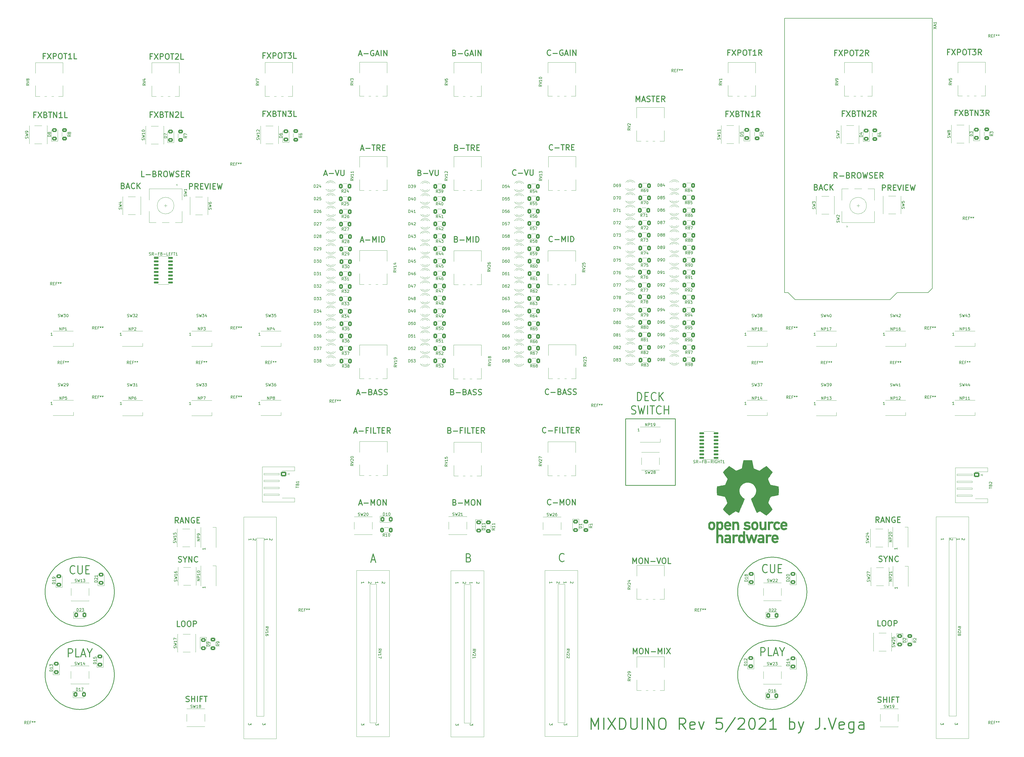
<source format=gto>
%TF.GenerationSoftware,KiCad,Pcbnew,(5.99.0-11071-g7fde05e8ee)*%
%TF.CreationDate,2021-09-26T21:52:16+02:00*%
%TF.ProjectId,Mixduino,4d697864-7569-46e6-9f2e-6b696361645f,rev?*%
%TF.SameCoordinates,Original*%
%TF.FileFunction,Legend,Top*%
%TF.FilePolarity,Positive*%
%FSLAX46Y46*%
G04 Gerber Fmt 4.6, Leading zero omitted, Abs format (unit mm)*
G04 Created by KiCad (PCBNEW (5.99.0-11071-g7fde05e8ee)) date 2021-09-26 21:52:16*
%MOMM*%
%LPD*%
G01*
G04 APERTURE LIST*
G04 Aperture macros list*
%AMRoundRect*
0 Rectangle with rounded corners*
0 $1 Rounding radius*
0 $2 $3 $4 $5 $6 $7 $8 $9 X,Y pos of 4 corners*
0 Add a 4 corners polygon primitive as box body*
4,1,4,$2,$3,$4,$5,$6,$7,$8,$9,$2,$3,0*
0 Add four circle primitives for the rounded corners*
1,1,$1+$1,$2,$3*
1,1,$1+$1,$4,$5*
1,1,$1+$1,$6,$7*
1,1,$1+$1,$8,$9*
0 Add four rect primitives between the rounded corners*
20,1,$1+$1,$2,$3,$4,$5,0*
20,1,$1+$1,$4,$5,$6,$7,0*
20,1,$1+$1,$6,$7,$8,$9,0*
20,1,$1+$1,$8,$9,$2,$3,0*%
G04 Aperture macros list end*
%ADD10C,0.250000*%
%ADD11C,0.300000*%
%ADD12C,0.375000*%
%ADD13C,0.400000*%
%ADD14C,0.150000*%
%ADD15C,0.120000*%
%ADD16C,0.010000*%
%ADD17C,2.200000*%
%ADD18RoundRect,0.250000X-0.725000X0.600000X-0.725000X-0.600000X0.725000X-0.600000X0.725000X0.600000X0*%
%ADD19O,1.950000X1.700000*%
%ADD20RoundRect,0.250000X-0.625000X0.400000X-0.625000X-0.400000X0.625000X-0.400000X0.625000X0.400000X0*%
%ADD21R,1.800000X1.800000*%
%ADD22C,1.800000*%
%ADD23R,1.300000X1.550000*%
%ADD24C,2.000000*%
%ADD25O,1.600000X2.400000*%
%ADD26O,1.600000X2.462000*%
%ADD27RoundRect,0.250000X0.400000X0.625000X-0.400000X0.625000X-0.400000X-0.625000X0.400000X-0.625000X0*%
%ADD28R,1.500000X1.000000*%
%ADD29R,1.550000X1.300000*%
%ADD30R,3.500000X0.989531*%
%ADD31R,1.000000X2.000000*%
%ADD32RoundRect,0.250000X0.625000X-0.400000X0.625000X0.400000X-0.625000X0.400000X-0.625000X-0.400000X0*%
%ADD33RoundRect,0.150000X-0.725000X-0.150000X0.725000X-0.150000X0.725000X0.150000X-0.725000X0.150000X0*%
%ADD34C,3.600000*%
%ADD35C,6.400000*%
%ADD36C,5.600000*%
%ADD37C,3.200000*%
%ADD38C,4.000000*%
%ADD39RoundRect,0.250001X-0.624999X0.462499X-0.624999X-0.462499X0.624999X-0.462499X0.624999X0.462499X0*%
%ADD40RoundRect,0.250001X0.624999X-0.462499X0.624999X0.462499X-0.624999X0.462499X-0.624999X-0.462499X0*%
%ADD41RoundRect,0.250001X-0.462499X-0.624999X0.462499X-0.624999X0.462499X0.624999X-0.462499X0.624999X0*%
%ADD42RoundRect,0.150000X0.725000X0.150000X-0.725000X0.150000X-0.725000X-0.150000X0.725000X-0.150000X0*%
%ADD43R,2.000000X2.000000*%
%ADD44O,1.727200X1.727200*%
%ADD45R,1.000000X1.500000*%
G04 APERTURE END LIST*
D10*
X155500000Y-253500000D02*
G75*
G03*
X155500000Y-253500000I-12500000J0D01*
G01*
X358000000Y-191000000D02*
X340000000Y-191000000D01*
X340000000Y-215000000D02*
X358000000Y-215000000D01*
X340000000Y-191000000D02*
X340000000Y-215000000D01*
X155500000Y-283500000D02*
G75*
G03*
X155500000Y-283500000I-12500000J0D01*
G01*
X405500000Y-283500000D02*
G75*
G03*
X405500000Y-283500000I-12500000J0D01*
G01*
X405500000Y-253500000D02*
G75*
G03*
X405500000Y-253500000I-12500000J0D01*
G01*
X358000000Y-215000000D02*
X358000000Y-191000000D01*
D11*
X169061904Y-60117142D02*
X168395238Y-60117142D01*
X168395238Y-61164761D02*
X168395238Y-59164761D01*
X169347619Y-59164761D01*
X169919047Y-59164761D02*
X171252380Y-61164761D01*
X171252380Y-59164761D02*
X169919047Y-61164761D01*
X172014285Y-61164761D02*
X172014285Y-59164761D01*
X172776190Y-59164761D01*
X172966666Y-59260000D01*
X173061904Y-59355238D01*
X173157142Y-59545714D01*
X173157142Y-59831428D01*
X173061904Y-60021904D01*
X172966666Y-60117142D01*
X172776190Y-60212380D01*
X172014285Y-60212380D01*
X174395238Y-59164761D02*
X174776190Y-59164761D01*
X174966666Y-59260000D01*
X175157142Y-59450476D01*
X175252380Y-59831428D01*
X175252380Y-60498095D01*
X175157142Y-60879047D01*
X174966666Y-61069523D01*
X174776190Y-61164761D01*
X174395238Y-61164761D01*
X174204761Y-61069523D01*
X174014285Y-60879047D01*
X173919047Y-60498095D01*
X173919047Y-59831428D01*
X174014285Y-59450476D01*
X174204761Y-59260000D01*
X174395238Y-59164761D01*
X175823809Y-59164761D02*
X176966666Y-59164761D01*
X176395238Y-61164761D02*
X176395238Y-59164761D01*
X177538095Y-59355238D02*
X177633333Y-59260000D01*
X177823809Y-59164761D01*
X178300000Y-59164761D01*
X178490476Y-59260000D01*
X178585714Y-59355238D01*
X178680952Y-59545714D01*
X178680952Y-59736190D01*
X178585714Y-60021904D01*
X177442857Y-61164761D01*
X178680952Y-61164761D01*
X180490476Y-61164761D02*
X179538095Y-61164761D01*
X179538095Y-59164761D01*
X313714285Y-93814285D02*
X313619047Y-93909523D01*
X313333333Y-94004761D01*
X313142857Y-94004761D01*
X312857142Y-93909523D01*
X312666666Y-93719047D01*
X312571428Y-93528571D01*
X312476190Y-93147619D01*
X312476190Y-92861904D01*
X312571428Y-92480952D01*
X312666666Y-92290476D01*
X312857142Y-92100000D01*
X313142857Y-92004761D01*
X313333333Y-92004761D01*
X313619047Y-92100000D01*
X313714285Y-92195238D01*
X314571428Y-93242857D02*
X316095238Y-93242857D01*
X316761904Y-92004761D02*
X317904761Y-92004761D01*
X317333333Y-94004761D02*
X317333333Y-92004761D01*
X319714285Y-94004761D02*
X319047619Y-93052380D01*
X318571428Y-94004761D02*
X318571428Y-92004761D01*
X319333333Y-92004761D01*
X319523809Y-92100000D01*
X319619047Y-92195238D01*
X319714285Y-92385714D01*
X319714285Y-92671428D01*
X319619047Y-92861904D01*
X319523809Y-92957142D01*
X319333333Y-93052380D01*
X318571428Y-93052380D01*
X320571428Y-92957142D02*
X321238095Y-92957142D01*
X321523809Y-94004761D02*
X320571428Y-94004761D01*
X320571428Y-92004761D01*
X321523809Y-92004761D01*
X243063809Y-181823333D02*
X244016190Y-181823333D01*
X242873333Y-182394761D02*
X243540000Y-180394761D01*
X244206666Y-182394761D01*
X244873333Y-181632857D02*
X246397142Y-181632857D01*
X248016190Y-181347142D02*
X248301904Y-181442380D01*
X248397142Y-181537619D01*
X248492380Y-181728095D01*
X248492380Y-182013809D01*
X248397142Y-182204285D01*
X248301904Y-182299523D01*
X248111428Y-182394761D01*
X247349523Y-182394761D01*
X247349523Y-180394761D01*
X248016190Y-180394761D01*
X248206666Y-180490000D01*
X248301904Y-180585238D01*
X248397142Y-180775714D01*
X248397142Y-180966190D01*
X248301904Y-181156666D01*
X248206666Y-181251904D01*
X248016190Y-181347142D01*
X247349523Y-181347142D01*
X249254285Y-181823333D02*
X250206666Y-181823333D01*
X249063809Y-182394761D02*
X249730476Y-180394761D01*
X250397142Y-182394761D01*
X250968571Y-182299523D02*
X251254285Y-182394761D01*
X251730476Y-182394761D01*
X251920952Y-182299523D01*
X252016190Y-182204285D01*
X252111428Y-182013809D01*
X252111428Y-181823333D01*
X252016190Y-181632857D01*
X251920952Y-181537619D01*
X251730476Y-181442380D01*
X251349523Y-181347142D01*
X251159047Y-181251904D01*
X251063809Y-181156666D01*
X250968571Y-180966190D01*
X250968571Y-180775714D01*
X251063809Y-180585238D01*
X251159047Y-180490000D01*
X251349523Y-180394761D01*
X251825714Y-180394761D01*
X252111428Y-180490000D01*
X252873333Y-182299523D02*
X253159047Y-182394761D01*
X253635238Y-182394761D01*
X253825714Y-182299523D01*
X253920952Y-182204285D01*
X254016190Y-182013809D01*
X254016190Y-181823333D01*
X253920952Y-181632857D01*
X253825714Y-181537619D01*
X253635238Y-181442380D01*
X253254285Y-181347142D01*
X253063809Y-181251904D01*
X252968571Y-181156666D01*
X252873333Y-180966190D01*
X252873333Y-180775714D01*
X252968571Y-180585238D01*
X253063809Y-180490000D01*
X253254285Y-180394761D01*
X253730476Y-180394761D01*
X254016190Y-180490000D01*
D12*
X317817638Y-242361428D02*
X317689066Y-242504285D01*
X317303352Y-242647142D01*
X317046209Y-242647142D01*
X316660495Y-242504285D01*
X316403352Y-242218571D01*
X316274781Y-241932857D01*
X316146209Y-241361428D01*
X316146209Y-240932857D01*
X316274781Y-240361428D01*
X316403352Y-240075714D01*
X316660495Y-239790000D01*
X317046209Y-239647142D01*
X317303352Y-239647142D01*
X317689066Y-239790000D01*
X317817638Y-239932857D01*
D11*
X431548809Y-242509523D02*
X431834523Y-242604761D01*
X432310714Y-242604761D01*
X432501190Y-242509523D01*
X432596428Y-242414285D01*
X432691666Y-242223809D01*
X432691666Y-242033333D01*
X432596428Y-241842857D01*
X432501190Y-241747619D01*
X432310714Y-241652380D01*
X431929761Y-241557142D01*
X431739285Y-241461904D01*
X431644047Y-241366666D01*
X431548809Y-241176190D01*
X431548809Y-240985714D01*
X431644047Y-240795238D01*
X431739285Y-240700000D01*
X431929761Y-240604761D01*
X432405952Y-240604761D01*
X432691666Y-240700000D01*
X433929761Y-241652380D02*
X433929761Y-242604761D01*
X433263095Y-240604761D02*
X433929761Y-241652380D01*
X434596428Y-240604761D01*
X435263095Y-242604761D02*
X435263095Y-240604761D01*
X436405952Y-242604761D01*
X436405952Y-240604761D01*
X438501190Y-242414285D02*
X438405952Y-242509523D01*
X438120238Y-242604761D01*
X437929761Y-242604761D01*
X437644047Y-242509523D01*
X437453571Y-242319047D01*
X437358333Y-242128571D01*
X437263095Y-241747619D01*
X437263095Y-241461904D01*
X437358333Y-241080952D01*
X437453571Y-240890476D01*
X437644047Y-240700000D01*
X437929761Y-240604761D01*
X438120238Y-240604761D01*
X438405952Y-240700000D01*
X438501190Y-240795238D01*
X166283333Y-103614761D02*
X165330952Y-103614761D01*
X165330952Y-101614761D01*
X166950000Y-102852857D02*
X168473809Y-102852857D01*
X170092857Y-102567142D02*
X170378571Y-102662380D01*
X170473809Y-102757619D01*
X170569047Y-102948095D01*
X170569047Y-103233809D01*
X170473809Y-103424285D01*
X170378571Y-103519523D01*
X170188095Y-103614761D01*
X169426190Y-103614761D01*
X169426190Y-101614761D01*
X170092857Y-101614761D01*
X170283333Y-101710000D01*
X170378571Y-101805238D01*
X170473809Y-101995714D01*
X170473809Y-102186190D01*
X170378571Y-102376666D01*
X170283333Y-102471904D01*
X170092857Y-102567142D01*
X169426190Y-102567142D01*
X172569047Y-103614761D02*
X171902380Y-102662380D01*
X171426190Y-103614761D02*
X171426190Y-101614761D01*
X172188095Y-101614761D01*
X172378571Y-101710000D01*
X172473809Y-101805238D01*
X172569047Y-101995714D01*
X172569047Y-102281428D01*
X172473809Y-102471904D01*
X172378571Y-102567142D01*
X172188095Y-102662380D01*
X171426190Y-102662380D01*
X173807142Y-101614761D02*
X174188095Y-101614761D01*
X174378571Y-101710000D01*
X174569047Y-101900476D01*
X174664285Y-102281428D01*
X174664285Y-102948095D01*
X174569047Y-103329047D01*
X174378571Y-103519523D01*
X174188095Y-103614761D01*
X173807142Y-103614761D01*
X173616666Y-103519523D01*
X173426190Y-103329047D01*
X173330952Y-102948095D01*
X173330952Y-102281428D01*
X173426190Y-101900476D01*
X173616666Y-101710000D01*
X173807142Y-101614761D01*
X175330952Y-101614761D02*
X175807142Y-103614761D01*
X176188095Y-102186190D01*
X176569047Y-103614761D01*
X177045238Y-101614761D01*
X177711904Y-103519523D02*
X177997619Y-103614761D01*
X178473809Y-103614761D01*
X178664285Y-103519523D01*
X178759523Y-103424285D01*
X178854761Y-103233809D01*
X178854761Y-103043333D01*
X178759523Y-102852857D01*
X178664285Y-102757619D01*
X178473809Y-102662380D01*
X178092857Y-102567142D01*
X177902380Y-102471904D01*
X177807142Y-102376666D01*
X177711904Y-102186190D01*
X177711904Y-101995714D01*
X177807142Y-101805238D01*
X177902380Y-101710000D01*
X178092857Y-101614761D01*
X178569047Y-101614761D01*
X178854761Y-101710000D01*
X179711904Y-102567142D02*
X180378571Y-102567142D01*
X180664285Y-103614761D02*
X179711904Y-103614761D01*
X179711904Y-101614761D01*
X180664285Y-101614761D01*
X182664285Y-103614761D02*
X181997619Y-102662380D01*
X181521428Y-103614761D02*
X181521428Y-101614761D01*
X182283333Y-101614761D01*
X182473809Y-101710000D01*
X182569047Y-101805238D01*
X182664285Y-101995714D01*
X182664285Y-102281428D01*
X182569047Y-102471904D01*
X182473809Y-102567142D01*
X182283333Y-102662380D01*
X181521428Y-102662380D01*
D12*
X248299066Y-242000000D02*
X249584781Y-242000000D01*
X248041924Y-242857142D02*
X248941924Y-239857142D01*
X249841924Y-242857142D01*
D11*
X181385714Y-293109523D02*
X181671428Y-293204761D01*
X182147619Y-293204761D01*
X182338095Y-293109523D01*
X182433333Y-293014285D01*
X182528571Y-292823809D01*
X182528571Y-292633333D01*
X182433333Y-292442857D01*
X182338095Y-292347619D01*
X182147619Y-292252380D01*
X181766666Y-292157142D01*
X181576190Y-292061904D01*
X181480952Y-291966666D01*
X181385714Y-291776190D01*
X181385714Y-291585714D01*
X181480952Y-291395238D01*
X181576190Y-291300000D01*
X181766666Y-291204761D01*
X182242857Y-291204761D01*
X182528571Y-291300000D01*
X183385714Y-293204761D02*
X183385714Y-291204761D01*
X183385714Y-292157142D02*
X184528571Y-292157142D01*
X184528571Y-293204761D02*
X184528571Y-291204761D01*
X185480952Y-293204761D02*
X185480952Y-291204761D01*
X187100000Y-292157142D02*
X186433333Y-292157142D01*
X186433333Y-293204761D02*
X186433333Y-291204761D01*
X187385714Y-291204761D01*
X187861904Y-291204761D02*
X189004761Y-291204761D01*
X188433333Y-293204761D02*
X188433333Y-291204761D01*
X179148809Y-266054761D02*
X178196428Y-266054761D01*
X178196428Y-264054761D01*
X180196428Y-264054761D02*
X180577380Y-264054761D01*
X180767857Y-264150000D01*
X180958333Y-264340476D01*
X181053571Y-264721428D01*
X181053571Y-265388095D01*
X180958333Y-265769047D01*
X180767857Y-265959523D01*
X180577380Y-266054761D01*
X180196428Y-266054761D01*
X180005952Y-265959523D01*
X179815476Y-265769047D01*
X179720238Y-265388095D01*
X179720238Y-264721428D01*
X179815476Y-264340476D01*
X180005952Y-264150000D01*
X180196428Y-264054761D01*
X182291666Y-264054761D02*
X182672619Y-264054761D01*
X182863095Y-264150000D01*
X183053571Y-264340476D01*
X183148809Y-264721428D01*
X183148809Y-265388095D01*
X183053571Y-265769047D01*
X182863095Y-265959523D01*
X182672619Y-266054761D01*
X182291666Y-266054761D01*
X182101190Y-265959523D01*
X181910714Y-265769047D01*
X181815476Y-265388095D01*
X181815476Y-264721428D01*
X181910714Y-264340476D01*
X182101190Y-264150000D01*
X182291666Y-264054761D01*
X184005952Y-266054761D02*
X184005952Y-264054761D01*
X184767857Y-264054761D01*
X184958333Y-264150000D01*
X185053571Y-264245238D01*
X185148809Y-264435714D01*
X185148809Y-264721428D01*
X185053571Y-264911904D01*
X184958333Y-265007142D01*
X184767857Y-265102380D01*
X184005952Y-265102380D01*
X431160714Y-293378523D02*
X431446428Y-293473761D01*
X431922619Y-293473761D01*
X432113095Y-293378523D01*
X432208333Y-293283285D01*
X432303571Y-293092809D01*
X432303571Y-292902333D01*
X432208333Y-292711857D01*
X432113095Y-292616619D01*
X431922619Y-292521380D01*
X431541666Y-292426142D01*
X431351190Y-292330904D01*
X431255952Y-292235666D01*
X431160714Y-292045190D01*
X431160714Y-291854714D01*
X431255952Y-291664238D01*
X431351190Y-291569000D01*
X431541666Y-291473761D01*
X432017857Y-291473761D01*
X432303571Y-291569000D01*
X433160714Y-293473761D02*
X433160714Y-291473761D01*
X433160714Y-292426142D02*
X434303571Y-292426142D01*
X434303571Y-293473761D02*
X434303571Y-291473761D01*
X435255952Y-293473761D02*
X435255952Y-291473761D01*
X436875000Y-292426142D02*
X436208333Y-292426142D01*
X436208333Y-293473761D02*
X436208333Y-291473761D01*
X437160714Y-291473761D01*
X437636904Y-291473761D02*
X438779761Y-291473761D01*
X438208333Y-293473761D02*
X438208333Y-291473761D01*
X158655714Y-106867142D02*
X158941428Y-106962380D01*
X159036666Y-107057619D01*
X159131904Y-107248095D01*
X159131904Y-107533809D01*
X159036666Y-107724285D01*
X158941428Y-107819523D01*
X158750952Y-107914761D01*
X157989047Y-107914761D01*
X157989047Y-105914761D01*
X158655714Y-105914761D01*
X158846190Y-106010000D01*
X158941428Y-106105238D01*
X159036666Y-106295714D01*
X159036666Y-106486190D01*
X158941428Y-106676666D01*
X158846190Y-106771904D01*
X158655714Y-106867142D01*
X157989047Y-106867142D01*
X159893809Y-107343333D02*
X160846190Y-107343333D01*
X159703333Y-107914761D02*
X160370000Y-105914761D01*
X161036666Y-107914761D01*
X162846190Y-107724285D02*
X162750952Y-107819523D01*
X162465238Y-107914761D01*
X162274761Y-107914761D01*
X161989047Y-107819523D01*
X161798571Y-107629047D01*
X161703333Y-107438571D01*
X161608095Y-107057619D01*
X161608095Y-106771904D01*
X161703333Y-106390952D01*
X161798571Y-106200476D01*
X161989047Y-106010000D01*
X162274761Y-105914761D01*
X162465238Y-105914761D01*
X162750952Y-106010000D01*
X162846190Y-106105238D01*
X163703333Y-107914761D02*
X163703333Y-105914761D01*
X164846190Y-107914761D02*
X163989047Y-106771904D01*
X164846190Y-105914761D02*
X163703333Y-107057619D01*
X416433333Y-104114761D02*
X415766666Y-103162380D01*
X415290476Y-104114761D02*
X415290476Y-102114761D01*
X416052380Y-102114761D01*
X416242857Y-102210000D01*
X416338095Y-102305238D01*
X416433333Y-102495714D01*
X416433333Y-102781428D01*
X416338095Y-102971904D01*
X416242857Y-103067142D01*
X416052380Y-103162380D01*
X415290476Y-103162380D01*
X417290476Y-103352857D02*
X418814285Y-103352857D01*
X420433333Y-103067142D02*
X420719047Y-103162380D01*
X420814285Y-103257619D01*
X420909523Y-103448095D01*
X420909523Y-103733809D01*
X420814285Y-103924285D01*
X420719047Y-104019523D01*
X420528571Y-104114761D01*
X419766666Y-104114761D01*
X419766666Y-102114761D01*
X420433333Y-102114761D01*
X420623809Y-102210000D01*
X420719047Y-102305238D01*
X420814285Y-102495714D01*
X420814285Y-102686190D01*
X420719047Y-102876666D01*
X420623809Y-102971904D01*
X420433333Y-103067142D01*
X419766666Y-103067142D01*
X422909523Y-104114761D02*
X422242857Y-103162380D01*
X421766666Y-104114761D02*
X421766666Y-102114761D01*
X422528571Y-102114761D01*
X422719047Y-102210000D01*
X422814285Y-102305238D01*
X422909523Y-102495714D01*
X422909523Y-102781428D01*
X422814285Y-102971904D01*
X422719047Y-103067142D01*
X422528571Y-103162380D01*
X421766666Y-103162380D01*
X424147619Y-102114761D02*
X424528571Y-102114761D01*
X424719047Y-102210000D01*
X424909523Y-102400476D01*
X425004761Y-102781428D01*
X425004761Y-103448095D01*
X424909523Y-103829047D01*
X424719047Y-104019523D01*
X424528571Y-104114761D01*
X424147619Y-104114761D01*
X423957142Y-104019523D01*
X423766666Y-103829047D01*
X423671428Y-103448095D01*
X423671428Y-102781428D01*
X423766666Y-102400476D01*
X423957142Y-102210000D01*
X424147619Y-102114761D01*
X425671428Y-102114761D02*
X426147619Y-104114761D01*
X426528571Y-102686190D01*
X426909523Y-104114761D01*
X427385714Y-102114761D01*
X428052380Y-104019523D02*
X428338095Y-104114761D01*
X428814285Y-104114761D01*
X429004761Y-104019523D01*
X429100000Y-103924285D01*
X429195238Y-103733809D01*
X429195238Y-103543333D01*
X429100000Y-103352857D01*
X429004761Y-103257619D01*
X428814285Y-103162380D01*
X428433333Y-103067142D01*
X428242857Y-102971904D01*
X428147619Y-102876666D01*
X428052380Y-102686190D01*
X428052380Y-102495714D01*
X428147619Y-102305238D01*
X428242857Y-102210000D01*
X428433333Y-102114761D01*
X428909523Y-102114761D01*
X429195238Y-102210000D01*
X430052380Y-103067142D02*
X430719047Y-103067142D01*
X431004761Y-104114761D02*
X430052380Y-104114761D01*
X430052380Y-102114761D01*
X431004761Y-102114761D01*
X433004761Y-104114761D02*
X432338095Y-103162380D01*
X431861904Y-104114761D02*
X431861904Y-102114761D01*
X432623809Y-102114761D01*
X432814285Y-102210000D01*
X432909523Y-102305238D01*
X433004761Y-102495714D01*
X433004761Y-102781428D01*
X432909523Y-102971904D01*
X432814285Y-103067142D01*
X432623809Y-103162380D01*
X431861904Y-103162380D01*
X311271428Y-195930294D02*
X311176190Y-196025532D01*
X310890476Y-196120770D01*
X310700000Y-196120770D01*
X310414285Y-196025532D01*
X310223809Y-195835056D01*
X310128571Y-195644580D01*
X310033333Y-195263628D01*
X310033333Y-194977913D01*
X310128571Y-194596961D01*
X310223809Y-194406485D01*
X310414285Y-194216009D01*
X310700000Y-194120770D01*
X310890476Y-194120770D01*
X311176190Y-194216009D01*
X311271428Y-194311247D01*
X312128571Y-195358866D02*
X313652380Y-195358866D01*
X315271428Y-195073151D02*
X314604761Y-195073151D01*
X314604761Y-196120770D02*
X314604761Y-194120770D01*
X315557142Y-194120770D01*
X316319047Y-196120770D02*
X316319047Y-194120770D01*
X318223809Y-196120770D02*
X317271428Y-196120770D01*
X317271428Y-194120770D01*
X318604761Y-194120770D02*
X319747619Y-194120770D01*
X319176190Y-196120770D02*
X319176190Y-194120770D01*
X320414285Y-195073151D02*
X321080952Y-195073151D01*
X321366666Y-196120770D02*
X320414285Y-196120770D01*
X320414285Y-194120770D01*
X321366666Y-194120770D01*
X323366666Y-196120770D02*
X322700000Y-195168389D01*
X322223809Y-196120770D02*
X322223809Y-194120770D01*
X322985714Y-194120770D01*
X323176190Y-194216009D01*
X323271428Y-194311247D01*
X323366666Y-194501723D01*
X323366666Y-194787437D01*
X323271428Y-194977913D01*
X323176190Y-195073151D01*
X322985714Y-195168389D01*
X322223809Y-195168389D01*
X182590476Y-108064761D02*
X182590476Y-106064761D01*
X183352380Y-106064761D01*
X183542857Y-106160000D01*
X183638095Y-106255238D01*
X183733333Y-106445714D01*
X183733333Y-106731428D01*
X183638095Y-106921904D01*
X183542857Y-107017142D01*
X183352380Y-107112380D01*
X182590476Y-107112380D01*
X185733333Y-108064761D02*
X185066666Y-107112380D01*
X184590476Y-108064761D02*
X184590476Y-106064761D01*
X185352380Y-106064761D01*
X185542857Y-106160000D01*
X185638095Y-106255238D01*
X185733333Y-106445714D01*
X185733333Y-106731428D01*
X185638095Y-106921904D01*
X185542857Y-107017142D01*
X185352380Y-107112380D01*
X184590476Y-107112380D01*
X186590476Y-107017142D02*
X187257142Y-107017142D01*
X187542857Y-108064761D02*
X186590476Y-108064761D01*
X186590476Y-106064761D01*
X187542857Y-106064761D01*
X188114285Y-106064761D02*
X188780952Y-108064761D01*
X189447619Y-106064761D01*
X190114285Y-108064761D02*
X190114285Y-106064761D01*
X191066666Y-107017142D02*
X191733333Y-107017142D01*
X192019047Y-108064761D02*
X191066666Y-108064761D01*
X191066666Y-106064761D01*
X192019047Y-106064761D01*
X192685714Y-106064761D02*
X193161904Y-108064761D01*
X193542857Y-106636190D01*
X193923809Y-108064761D01*
X194400000Y-106064761D01*
X278998095Y-93071133D02*
X279283809Y-93166371D01*
X279379047Y-93261610D01*
X279474285Y-93452086D01*
X279474285Y-93737800D01*
X279379047Y-93928276D01*
X279283809Y-94023514D01*
X279093333Y-94118752D01*
X278331428Y-94118752D01*
X278331428Y-92118752D01*
X278998095Y-92118752D01*
X279188571Y-92213991D01*
X279283809Y-92309229D01*
X279379047Y-92499705D01*
X279379047Y-92690181D01*
X279283809Y-92880657D01*
X279188571Y-92975895D01*
X278998095Y-93071133D01*
X278331428Y-93071133D01*
X280331428Y-93356848D02*
X281855238Y-93356848D01*
X282521904Y-92118752D02*
X283664761Y-92118752D01*
X283093333Y-94118752D02*
X283093333Y-92118752D01*
X285474285Y-94118752D02*
X284807619Y-93166371D01*
X284331428Y-94118752D02*
X284331428Y-92118752D01*
X285093333Y-92118752D01*
X285283809Y-92213991D01*
X285379047Y-92309229D01*
X285474285Y-92499705D01*
X285474285Y-92785419D01*
X285379047Y-92975895D01*
X285283809Y-93071133D01*
X285093333Y-93166371D01*
X284331428Y-93166371D01*
X286331428Y-93071133D02*
X286998095Y-93071133D01*
X287283809Y-94118752D02*
X286331428Y-94118752D01*
X286331428Y-92118752D01*
X287283809Y-92118752D01*
D12*
X138885714Y-277057958D02*
X138885714Y-274057958D01*
X139914285Y-274057958D01*
X140171428Y-274200816D01*
X140300000Y-274343673D01*
X140428571Y-274629387D01*
X140428571Y-275057958D01*
X140300000Y-275343673D01*
X140171428Y-275486530D01*
X139914285Y-275629387D01*
X138885714Y-275629387D01*
X142871428Y-277057958D02*
X141585714Y-277057958D01*
X141585714Y-274057958D01*
X143642857Y-276200816D02*
X144928571Y-276200816D01*
X143385714Y-277057958D02*
X144285714Y-274057958D01*
X145185714Y-277057958D01*
X146600000Y-275629387D02*
X146600000Y-277057958D01*
X145700000Y-274057958D02*
X146600000Y-275629387D01*
X147500000Y-274057958D01*
D11*
X300476190Y-102914285D02*
X300380952Y-103009523D01*
X300095238Y-103104761D01*
X299904761Y-103104761D01*
X299619047Y-103009523D01*
X299428571Y-102819047D01*
X299333333Y-102628571D01*
X299238095Y-102247619D01*
X299238095Y-101961904D01*
X299333333Y-101580952D01*
X299428571Y-101390476D01*
X299619047Y-101200000D01*
X299904761Y-101104761D01*
X300095238Y-101104761D01*
X300380952Y-101200000D01*
X300476190Y-101295238D01*
X301333333Y-102342857D02*
X302857142Y-102342857D01*
X303523809Y-101104761D02*
X304190476Y-103104761D01*
X304857142Y-101104761D01*
X305523809Y-101104761D02*
X305523809Y-102723809D01*
X305619047Y-102914285D01*
X305714285Y-103009523D01*
X305904761Y-103104761D01*
X306285714Y-103104761D01*
X306476190Y-103009523D01*
X306571428Y-102914285D01*
X306666666Y-102723809D01*
X306666666Y-101104761D01*
X278283809Y-58881133D02*
X278569523Y-58976371D01*
X278664761Y-59071610D01*
X278760000Y-59262086D01*
X278760000Y-59547800D01*
X278664761Y-59738276D01*
X278569523Y-59833514D01*
X278379047Y-59928752D01*
X277617142Y-59928752D01*
X277617142Y-57928752D01*
X278283809Y-57928752D01*
X278474285Y-58023991D01*
X278569523Y-58119229D01*
X278664761Y-58309705D01*
X278664761Y-58500181D01*
X278569523Y-58690657D01*
X278474285Y-58785895D01*
X278283809Y-58881133D01*
X277617142Y-58881133D01*
X279617142Y-59166848D02*
X281140952Y-59166848D01*
X283140952Y-58023991D02*
X282950476Y-57928752D01*
X282664761Y-57928752D01*
X282379047Y-58023991D01*
X282188571Y-58214467D01*
X282093333Y-58404943D01*
X281998095Y-58785895D01*
X281998095Y-59071610D01*
X282093333Y-59452562D01*
X282188571Y-59643038D01*
X282379047Y-59833514D01*
X282664761Y-59928752D01*
X282855238Y-59928752D01*
X283140952Y-59833514D01*
X283236190Y-59738276D01*
X283236190Y-59071610D01*
X282855238Y-59071610D01*
X283998095Y-59357324D02*
X284950476Y-59357324D01*
X283807619Y-59928752D02*
X284474285Y-57928752D01*
X285140952Y-59928752D01*
X285807619Y-59928752D02*
X285807619Y-57928752D01*
X286760000Y-59928752D02*
X286760000Y-57928752D01*
X287902857Y-59928752D01*
X287902857Y-57928752D01*
D12*
X391170000Y-246345124D02*
X391041428Y-246487981D01*
X390655714Y-246630838D01*
X390398571Y-246630838D01*
X390012857Y-246487981D01*
X389755714Y-246202267D01*
X389627142Y-245916553D01*
X389498571Y-245345124D01*
X389498571Y-244916553D01*
X389627142Y-244345124D01*
X389755714Y-244059410D01*
X390012857Y-243773696D01*
X390398571Y-243630838D01*
X390655714Y-243630838D01*
X391041428Y-243773696D01*
X391170000Y-243916553D01*
X392327142Y-243630838D02*
X392327142Y-246059410D01*
X392455714Y-246345124D01*
X392584285Y-246487981D01*
X392841428Y-246630838D01*
X393355714Y-246630838D01*
X393612857Y-246487981D01*
X393741428Y-246345124D01*
X393870000Y-246059410D01*
X393870000Y-243630838D01*
X395155714Y-245059410D02*
X396055714Y-245059410D01*
X396441428Y-246630838D02*
X395155714Y-246630838D01*
X395155714Y-243630838D01*
X396441428Y-243630838D01*
D11*
X276555238Y-195187142D02*
X276840952Y-195282380D01*
X276936190Y-195377619D01*
X277031428Y-195568095D01*
X277031428Y-195853809D01*
X276936190Y-196044285D01*
X276840952Y-196139523D01*
X276650476Y-196234761D01*
X275888571Y-196234761D01*
X275888571Y-194234761D01*
X276555238Y-194234761D01*
X276745714Y-194330000D01*
X276840952Y-194425238D01*
X276936190Y-194615714D01*
X276936190Y-194806190D01*
X276840952Y-194996666D01*
X276745714Y-195091904D01*
X276555238Y-195187142D01*
X275888571Y-195187142D01*
X277888571Y-195472857D02*
X279412380Y-195472857D01*
X281031428Y-195187142D02*
X280364761Y-195187142D01*
X280364761Y-196234761D02*
X280364761Y-194234761D01*
X281317142Y-194234761D01*
X282079047Y-196234761D02*
X282079047Y-194234761D01*
X283983809Y-196234761D02*
X283031428Y-196234761D01*
X283031428Y-194234761D01*
X284364761Y-194234761D02*
X285507619Y-194234761D01*
X284936190Y-196234761D02*
X284936190Y-194234761D01*
X286174285Y-195187142D02*
X286840952Y-195187142D01*
X287126666Y-196234761D02*
X286174285Y-196234761D01*
X286174285Y-194234761D01*
X287126666Y-194234761D01*
X289126666Y-196234761D02*
X288460000Y-195282380D01*
X287983809Y-196234761D02*
X287983809Y-194234761D01*
X288745714Y-194234761D01*
X288936190Y-194330000D01*
X289031428Y-194425238D01*
X289126666Y-194615714D01*
X289126666Y-194901428D01*
X289031428Y-195091904D01*
X288936190Y-195187142D01*
X288745714Y-195282380D01*
X287983809Y-195282380D01*
X377601428Y-58727142D02*
X376934761Y-58727142D01*
X376934761Y-59774761D02*
X376934761Y-57774761D01*
X377887142Y-57774761D01*
X378458571Y-57774761D02*
X379791904Y-59774761D01*
X379791904Y-57774761D02*
X378458571Y-59774761D01*
X380553809Y-59774761D02*
X380553809Y-57774761D01*
X381315714Y-57774761D01*
X381506190Y-57870000D01*
X381601428Y-57965238D01*
X381696666Y-58155714D01*
X381696666Y-58441428D01*
X381601428Y-58631904D01*
X381506190Y-58727142D01*
X381315714Y-58822380D01*
X380553809Y-58822380D01*
X382934761Y-57774761D02*
X383315714Y-57774761D01*
X383506190Y-57870000D01*
X383696666Y-58060476D01*
X383791904Y-58441428D01*
X383791904Y-59108095D01*
X383696666Y-59489047D01*
X383506190Y-59679523D01*
X383315714Y-59774761D01*
X382934761Y-59774761D01*
X382744285Y-59679523D01*
X382553809Y-59489047D01*
X382458571Y-59108095D01*
X382458571Y-58441428D01*
X382553809Y-58060476D01*
X382744285Y-57870000D01*
X382934761Y-57774761D01*
X384363333Y-57774761D02*
X385506190Y-57774761D01*
X384934761Y-59774761D02*
X384934761Y-57774761D01*
X387220476Y-59774761D02*
X386077619Y-59774761D01*
X386649047Y-59774761D02*
X386649047Y-57774761D01*
X386458571Y-58060476D01*
X386268095Y-58250952D01*
X386077619Y-58346190D01*
X389220476Y-59774761D02*
X388553809Y-58822380D01*
X388077619Y-59774761D02*
X388077619Y-57774761D01*
X388839523Y-57774761D01*
X389030000Y-57870000D01*
X389125238Y-57965238D01*
X389220476Y-58155714D01*
X389220476Y-58441428D01*
X389125238Y-58631904D01*
X389030000Y-58727142D01*
X388839523Y-58822380D01*
X388077619Y-58822380D01*
X432740476Y-108564761D02*
X432740476Y-106564761D01*
X433502380Y-106564761D01*
X433692857Y-106660000D01*
X433788095Y-106755238D01*
X433883333Y-106945714D01*
X433883333Y-107231428D01*
X433788095Y-107421904D01*
X433692857Y-107517142D01*
X433502380Y-107612380D01*
X432740476Y-107612380D01*
X435883333Y-108564761D02*
X435216666Y-107612380D01*
X434740476Y-108564761D02*
X434740476Y-106564761D01*
X435502380Y-106564761D01*
X435692857Y-106660000D01*
X435788095Y-106755238D01*
X435883333Y-106945714D01*
X435883333Y-107231428D01*
X435788095Y-107421904D01*
X435692857Y-107517142D01*
X435502380Y-107612380D01*
X434740476Y-107612380D01*
X436740476Y-107517142D02*
X437407142Y-107517142D01*
X437692857Y-108564761D02*
X436740476Y-108564761D01*
X436740476Y-106564761D01*
X437692857Y-106564761D01*
X438264285Y-106564761D02*
X438930952Y-108564761D01*
X439597619Y-106564761D01*
X440264285Y-108564761D02*
X440264285Y-106564761D01*
X441216666Y-107517142D02*
X441883333Y-107517142D01*
X442169047Y-108564761D02*
X441216666Y-108564761D01*
X441216666Y-106564761D01*
X442169047Y-106564761D01*
X442835714Y-106564761D02*
X443311904Y-108564761D01*
X443692857Y-107136190D01*
X444073809Y-108564761D01*
X444550000Y-106564761D01*
X313060857Y-221926285D02*
X312965619Y-222021523D01*
X312679904Y-222116761D01*
X312489428Y-222116761D01*
X312203714Y-222021523D01*
X312013238Y-221831047D01*
X311918000Y-221640571D01*
X311822761Y-221259619D01*
X311822761Y-220973904D01*
X311918000Y-220592952D01*
X312013238Y-220402476D01*
X312203714Y-220212000D01*
X312489428Y-220116761D01*
X312679904Y-220116761D01*
X312965619Y-220212000D01*
X313060857Y-220307238D01*
X313918000Y-221354857D02*
X315441809Y-221354857D01*
X316394190Y-222116761D02*
X316394190Y-220116761D01*
X317060857Y-221545333D01*
X317727523Y-220116761D01*
X317727523Y-222116761D01*
X319060857Y-220116761D02*
X319441809Y-220116761D01*
X319632285Y-220212000D01*
X319822761Y-220402476D01*
X319918000Y-220783428D01*
X319918000Y-221450095D01*
X319822761Y-221831047D01*
X319632285Y-222021523D01*
X319441809Y-222116761D01*
X319060857Y-222116761D01*
X318870380Y-222021523D01*
X318679904Y-221831047D01*
X318584666Y-221450095D01*
X318584666Y-220783428D01*
X318679904Y-220402476D01*
X318870380Y-220212000D01*
X319060857Y-220116761D01*
X320775142Y-222116761D02*
X320775142Y-220116761D01*
X321918000Y-222116761D01*
X321918000Y-220116761D01*
X312279047Y-182074285D02*
X312183809Y-182169523D01*
X311898095Y-182264761D01*
X311707619Y-182264761D01*
X311421904Y-182169523D01*
X311231428Y-181979047D01*
X311136190Y-181788571D01*
X311040952Y-181407619D01*
X311040952Y-181121904D01*
X311136190Y-180740952D01*
X311231428Y-180550476D01*
X311421904Y-180360000D01*
X311707619Y-180264761D01*
X311898095Y-180264761D01*
X312183809Y-180360000D01*
X312279047Y-180455238D01*
X313136190Y-181502857D02*
X314660000Y-181502857D01*
X316279047Y-181217142D02*
X316564761Y-181312380D01*
X316660000Y-181407619D01*
X316755238Y-181598095D01*
X316755238Y-181883809D01*
X316660000Y-182074285D01*
X316564761Y-182169523D01*
X316374285Y-182264761D01*
X315612380Y-182264761D01*
X315612380Y-180264761D01*
X316279047Y-180264761D01*
X316469523Y-180360000D01*
X316564761Y-180455238D01*
X316660000Y-180645714D01*
X316660000Y-180836190D01*
X316564761Y-181026666D01*
X316469523Y-181121904D01*
X316279047Y-181217142D01*
X315612380Y-181217142D01*
X317517142Y-181693333D02*
X318469523Y-181693333D01*
X317326666Y-182264761D02*
X317993333Y-180264761D01*
X318660000Y-182264761D01*
X319231428Y-182169523D02*
X319517142Y-182264761D01*
X319993333Y-182264761D01*
X320183809Y-182169523D01*
X320279047Y-182074285D01*
X320374285Y-181883809D01*
X320374285Y-181693333D01*
X320279047Y-181502857D01*
X320183809Y-181407619D01*
X319993333Y-181312380D01*
X319612380Y-181217142D01*
X319421904Y-181121904D01*
X319326666Y-181026666D01*
X319231428Y-180836190D01*
X319231428Y-180645714D01*
X319326666Y-180455238D01*
X319421904Y-180360000D01*
X319612380Y-180264761D01*
X320088571Y-180264761D01*
X320374285Y-180360000D01*
X321136190Y-182169523D02*
X321421904Y-182264761D01*
X321898095Y-182264761D01*
X322088571Y-182169523D01*
X322183809Y-182074285D01*
X322279047Y-181883809D01*
X322279047Y-181693333D01*
X322183809Y-181502857D01*
X322088571Y-181407619D01*
X321898095Y-181312380D01*
X321517142Y-181217142D01*
X321326666Y-181121904D01*
X321231428Y-181026666D01*
X321136190Y-180836190D01*
X321136190Y-180645714D01*
X321231428Y-180455238D01*
X321326666Y-180360000D01*
X321517142Y-180264761D01*
X321993333Y-180264761D01*
X322279047Y-180360000D01*
X418951428Y-80797142D02*
X418284761Y-80797142D01*
X418284761Y-81844761D02*
X418284761Y-79844761D01*
X419237142Y-79844761D01*
X419808571Y-79844761D02*
X421141904Y-81844761D01*
X421141904Y-79844761D02*
X419808571Y-81844761D01*
X422570476Y-80797142D02*
X422856190Y-80892380D01*
X422951428Y-80987619D01*
X423046666Y-81178095D01*
X423046666Y-81463809D01*
X422951428Y-81654285D01*
X422856190Y-81749523D01*
X422665714Y-81844761D01*
X421903809Y-81844761D01*
X421903809Y-79844761D01*
X422570476Y-79844761D01*
X422760952Y-79940000D01*
X422856190Y-80035238D01*
X422951428Y-80225714D01*
X422951428Y-80416190D01*
X422856190Y-80606666D01*
X422760952Y-80701904D01*
X422570476Y-80797142D01*
X421903809Y-80797142D01*
X423618095Y-79844761D02*
X424760952Y-79844761D01*
X424189523Y-81844761D02*
X424189523Y-79844761D01*
X425427619Y-81844761D02*
X425427619Y-79844761D01*
X426570476Y-81844761D01*
X426570476Y-79844761D01*
X427427619Y-80035238D02*
X427522857Y-79940000D01*
X427713333Y-79844761D01*
X428189523Y-79844761D01*
X428380000Y-79940000D01*
X428475238Y-80035238D01*
X428570476Y-80225714D01*
X428570476Y-80416190D01*
X428475238Y-80701904D01*
X427332380Y-81844761D01*
X428570476Y-81844761D01*
X430570476Y-81844761D02*
X429903809Y-80892380D01*
X429427619Y-81844761D02*
X429427619Y-79844761D01*
X430189523Y-79844761D01*
X430380000Y-79940000D01*
X430475238Y-80035238D01*
X430570476Y-80225714D01*
X430570476Y-80511428D01*
X430475238Y-80701904D01*
X430380000Y-80797142D01*
X430189523Y-80892380D01*
X429427619Y-80892380D01*
X244499047Y-93563333D02*
X245451428Y-93563333D01*
X244308571Y-94134761D02*
X244975238Y-92134761D01*
X245641904Y-94134761D01*
X246308571Y-93372857D02*
X247832380Y-93372857D01*
X248499047Y-92134761D02*
X249641904Y-92134761D01*
X249070476Y-94134761D02*
X249070476Y-92134761D01*
X251451428Y-94134761D02*
X250784761Y-93182380D01*
X250308571Y-94134761D02*
X250308571Y-92134761D01*
X251070476Y-92134761D01*
X251260952Y-92230000D01*
X251356190Y-92325238D01*
X251451428Y-92515714D01*
X251451428Y-92801428D01*
X251356190Y-92991904D01*
X251260952Y-93087142D01*
X251070476Y-93182380D01*
X250308571Y-93182380D01*
X252308571Y-93087142D02*
X252975238Y-93087142D01*
X253260952Y-94134761D02*
X252308571Y-94134761D01*
X252308571Y-92134761D01*
X253260952Y-92134761D01*
X342685714Y-243304761D02*
X342685714Y-241304761D01*
X343352380Y-242733333D01*
X344019047Y-241304761D01*
X344019047Y-243304761D01*
X345352380Y-241304761D02*
X345733333Y-241304761D01*
X345923809Y-241400000D01*
X346114285Y-241590476D01*
X346209523Y-241971428D01*
X346209523Y-242638095D01*
X346114285Y-243019047D01*
X345923809Y-243209523D01*
X345733333Y-243304761D01*
X345352380Y-243304761D01*
X345161904Y-243209523D01*
X344971428Y-243019047D01*
X344876190Y-242638095D01*
X344876190Y-241971428D01*
X344971428Y-241590476D01*
X345161904Y-241400000D01*
X345352380Y-241304761D01*
X347066666Y-243304761D02*
X347066666Y-241304761D01*
X348209523Y-243304761D01*
X348209523Y-241304761D01*
X349161904Y-242542857D02*
X350685714Y-242542857D01*
X351352380Y-241304761D02*
X352019047Y-243304761D01*
X352685714Y-241304761D01*
X353733333Y-241304761D02*
X354114285Y-241304761D01*
X354304761Y-241400000D01*
X354495238Y-241590476D01*
X354590476Y-241971428D01*
X354590476Y-242638095D01*
X354495238Y-243019047D01*
X354304761Y-243209523D01*
X354114285Y-243304761D01*
X353733333Y-243304761D01*
X353542857Y-243209523D01*
X353352380Y-243019047D01*
X353257142Y-242638095D01*
X353257142Y-241971428D01*
X353352380Y-241590476D01*
X353542857Y-241400000D01*
X353733333Y-241304761D01*
X356400000Y-243304761D02*
X355447619Y-243304761D01*
X355447619Y-241304761D01*
X243784761Y-59373333D02*
X244737142Y-59373333D01*
X243594285Y-59944761D02*
X244260952Y-57944761D01*
X244927619Y-59944761D01*
X245594285Y-59182857D02*
X247118095Y-59182857D01*
X249118095Y-58040000D02*
X248927619Y-57944761D01*
X248641904Y-57944761D01*
X248356190Y-58040000D01*
X248165714Y-58230476D01*
X248070476Y-58420952D01*
X247975238Y-58801904D01*
X247975238Y-59087619D01*
X248070476Y-59468571D01*
X248165714Y-59659047D01*
X248356190Y-59849523D01*
X248641904Y-59944761D01*
X248832380Y-59944761D01*
X249118095Y-59849523D01*
X249213333Y-59754285D01*
X249213333Y-59087619D01*
X248832380Y-59087619D01*
X249975238Y-59373333D02*
X250927619Y-59373333D01*
X249784761Y-59944761D02*
X250451428Y-57944761D01*
X251118095Y-59944761D01*
X251784761Y-59944761D02*
X251784761Y-57944761D01*
X252737142Y-59944761D02*
X252737142Y-57944761D01*
X253880000Y-59944761D01*
X253880000Y-57944761D01*
X242056190Y-195679342D02*
X243008571Y-195679342D01*
X241865714Y-196250770D02*
X242532380Y-194250770D01*
X243199047Y-196250770D01*
X243865714Y-195488866D02*
X245389523Y-195488866D01*
X247008571Y-195203151D02*
X246341904Y-195203151D01*
X246341904Y-196250770D02*
X246341904Y-194250770D01*
X247294285Y-194250770D01*
X248056190Y-196250770D02*
X248056190Y-194250770D01*
X249960952Y-196250770D02*
X249008571Y-196250770D01*
X249008571Y-194250770D01*
X250341904Y-194250770D02*
X251484761Y-194250770D01*
X250913333Y-196250770D02*
X250913333Y-194250770D01*
X252151428Y-195203151D02*
X252818095Y-195203151D01*
X253103809Y-196250770D02*
X252151428Y-196250770D01*
X252151428Y-194250770D01*
X253103809Y-194250770D01*
X255103809Y-196250770D02*
X254437142Y-195298389D01*
X253960952Y-196250770D02*
X253960952Y-194250770D01*
X254722857Y-194250770D01*
X254913333Y-194346009D01*
X255008571Y-194441247D01*
X255103809Y-194631723D01*
X255103809Y-194917437D01*
X255008571Y-195107913D01*
X254913333Y-195203151D01*
X254722857Y-195298389D01*
X253960952Y-195298389D01*
X209781904Y-59817142D02*
X209115238Y-59817142D01*
X209115238Y-60864761D02*
X209115238Y-58864761D01*
X210067619Y-58864761D01*
X210639047Y-58864761D02*
X211972380Y-60864761D01*
X211972380Y-58864761D02*
X210639047Y-60864761D01*
X212734285Y-60864761D02*
X212734285Y-58864761D01*
X213496190Y-58864761D01*
X213686666Y-58960000D01*
X213781904Y-59055238D01*
X213877142Y-59245714D01*
X213877142Y-59531428D01*
X213781904Y-59721904D01*
X213686666Y-59817142D01*
X213496190Y-59912380D01*
X212734285Y-59912380D01*
X215115238Y-58864761D02*
X215496190Y-58864761D01*
X215686666Y-58960000D01*
X215877142Y-59150476D01*
X215972380Y-59531428D01*
X215972380Y-60198095D01*
X215877142Y-60579047D01*
X215686666Y-60769523D01*
X215496190Y-60864761D01*
X215115238Y-60864761D01*
X214924761Y-60769523D01*
X214734285Y-60579047D01*
X214639047Y-60198095D01*
X214639047Y-59531428D01*
X214734285Y-59150476D01*
X214924761Y-58960000D01*
X215115238Y-58864761D01*
X216543809Y-58864761D02*
X217686666Y-58864761D01*
X217115238Y-60864761D02*
X217115238Y-58864761D01*
X218162857Y-58864761D02*
X219400952Y-58864761D01*
X218734285Y-59626666D01*
X219020000Y-59626666D01*
X219210476Y-59721904D01*
X219305714Y-59817142D01*
X219400952Y-60007619D01*
X219400952Y-60483809D01*
X219305714Y-60674285D01*
X219210476Y-60769523D01*
X219020000Y-60864761D01*
X218448571Y-60864761D01*
X218258095Y-60769523D01*
X218162857Y-60674285D01*
X221210476Y-60864761D02*
X220258095Y-60864761D01*
X220258095Y-58864761D01*
X431559523Y-228479761D02*
X430892857Y-227527380D01*
X430416666Y-228479761D02*
X430416666Y-226479761D01*
X431178571Y-226479761D01*
X431369047Y-226575000D01*
X431464285Y-226670238D01*
X431559523Y-226860714D01*
X431559523Y-227146428D01*
X431464285Y-227336904D01*
X431369047Y-227432142D01*
X431178571Y-227527380D01*
X430416666Y-227527380D01*
X432321428Y-227908333D02*
X433273809Y-227908333D01*
X432130952Y-228479761D02*
X432797619Y-226479761D01*
X433464285Y-228479761D01*
X434130952Y-228479761D02*
X434130952Y-226479761D01*
X435273809Y-228479761D01*
X435273809Y-226479761D01*
X437273809Y-226575000D02*
X437083333Y-226479761D01*
X436797619Y-226479761D01*
X436511904Y-226575000D01*
X436321428Y-226765476D01*
X436226190Y-226955952D01*
X436130952Y-227336904D01*
X436130952Y-227622619D01*
X436226190Y-228003571D01*
X436321428Y-228194047D01*
X436511904Y-228384523D01*
X436797619Y-228479761D01*
X436988095Y-228479761D01*
X437273809Y-228384523D01*
X437369047Y-228289285D01*
X437369047Y-227622619D01*
X436988095Y-227622619D01*
X438226190Y-227432142D02*
X438892857Y-227432142D01*
X439178571Y-228479761D02*
X438226190Y-228479761D01*
X438226190Y-226479761D01*
X439178571Y-226479761D01*
X277562857Y-181331133D02*
X277848571Y-181426371D01*
X277943809Y-181521610D01*
X278039047Y-181712086D01*
X278039047Y-181997800D01*
X277943809Y-182188276D01*
X277848571Y-182283514D01*
X277658095Y-182378752D01*
X276896190Y-182378752D01*
X276896190Y-180378752D01*
X277562857Y-180378752D01*
X277753333Y-180473991D01*
X277848571Y-180569229D01*
X277943809Y-180759705D01*
X277943809Y-180950181D01*
X277848571Y-181140657D01*
X277753333Y-181235895D01*
X277562857Y-181331133D01*
X276896190Y-181331133D01*
X278896190Y-181616848D02*
X280420000Y-181616848D01*
X282039047Y-181331133D02*
X282324761Y-181426371D01*
X282420000Y-181521610D01*
X282515238Y-181712086D01*
X282515238Y-181997800D01*
X282420000Y-182188276D01*
X282324761Y-182283514D01*
X282134285Y-182378752D01*
X281372380Y-182378752D01*
X281372380Y-180378752D01*
X282039047Y-180378752D01*
X282229523Y-180473991D01*
X282324761Y-180569229D01*
X282420000Y-180759705D01*
X282420000Y-180950181D01*
X282324761Y-181140657D01*
X282229523Y-181235895D01*
X282039047Y-181331133D01*
X281372380Y-181331133D01*
X283277142Y-181807324D02*
X284229523Y-181807324D01*
X283086666Y-182378752D02*
X283753333Y-180378752D01*
X284420000Y-182378752D01*
X284991428Y-182283514D02*
X285277142Y-182378752D01*
X285753333Y-182378752D01*
X285943809Y-182283514D01*
X286039047Y-182188276D01*
X286134285Y-181997800D01*
X286134285Y-181807324D01*
X286039047Y-181616848D01*
X285943809Y-181521610D01*
X285753333Y-181426371D01*
X285372380Y-181331133D01*
X285181904Y-181235895D01*
X285086666Y-181140657D01*
X284991428Y-180950181D01*
X284991428Y-180759705D01*
X285086666Y-180569229D01*
X285181904Y-180473991D01*
X285372380Y-180378752D01*
X285848571Y-180378752D01*
X286134285Y-180473991D01*
X286896190Y-182283514D02*
X287181904Y-182378752D01*
X287658095Y-182378752D01*
X287848571Y-182283514D01*
X287943809Y-182188276D01*
X288039047Y-181997800D01*
X288039047Y-181807324D01*
X287943809Y-181616848D01*
X287848571Y-181521610D01*
X287658095Y-181426371D01*
X287277142Y-181331133D01*
X287086666Y-181235895D01*
X286991428Y-181140657D01*
X286896190Y-180950181D01*
X286896190Y-180759705D01*
X286991428Y-180569229D01*
X287086666Y-180473991D01*
X287277142Y-180378752D01*
X287753333Y-180378752D01*
X288039047Y-180473991D01*
X244426666Y-126663333D02*
X245379047Y-126663333D01*
X244236190Y-127234761D02*
X244902857Y-125234761D01*
X245569523Y-127234761D01*
X246236190Y-126472857D02*
X247760000Y-126472857D01*
X248712380Y-127234761D02*
X248712380Y-125234761D01*
X249379047Y-126663333D01*
X250045714Y-125234761D01*
X250045714Y-127234761D01*
X250998095Y-127234761D02*
X250998095Y-125234761D01*
X251950476Y-127234761D02*
X251950476Y-125234761D01*
X252426666Y-125234761D01*
X252712380Y-125330000D01*
X252902857Y-125520476D01*
X252998095Y-125710952D01*
X253093333Y-126091904D01*
X253093333Y-126377619D01*
X252998095Y-126758571D01*
X252902857Y-126949047D01*
X252712380Y-127139523D01*
X252426666Y-127234761D01*
X251950476Y-127234761D01*
X243845619Y-221675333D02*
X244798000Y-221675333D01*
X243655142Y-222246761D02*
X244321809Y-220246761D01*
X244988476Y-222246761D01*
X245655142Y-221484857D02*
X247178952Y-221484857D01*
X248131333Y-222246761D02*
X248131333Y-220246761D01*
X248798000Y-221675333D01*
X249464666Y-220246761D01*
X249464666Y-222246761D01*
X250798000Y-220246761D02*
X251178952Y-220246761D01*
X251369428Y-220342000D01*
X251559904Y-220532476D01*
X251655142Y-220913428D01*
X251655142Y-221580095D01*
X251559904Y-221961047D01*
X251369428Y-222151523D01*
X251178952Y-222246761D01*
X250798000Y-222246761D01*
X250607523Y-222151523D01*
X250417047Y-221961047D01*
X250321809Y-221580095D01*
X250321809Y-220913428D01*
X250417047Y-220532476D01*
X250607523Y-220342000D01*
X250798000Y-220246761D01*
X252512285Y-222246761D02*
X252512285Y-220246761D01*
X253655142Y-222246761D01*
X253655142Y-220246761D01*
D12*
X388855714Y-276630838D02*
X388855714Y-273630838D01*
X389884285Y-273630838D01*
X390141428Y-273773696D01*
X390270000Y-273916553D01*
X390398571Y-274202267D01*
X390398571Y-274630838D01*
X390270000Y-274916553D01*
X390141428Y-275059410D01*
X389884285Y-275202267D01*
X388855714Y-275202267D01*
X392841428Y-276630838D02*
X391555714Y-276630838D01*
X391555714Y-273630838D01*
X393612857Y-275773696D02*
X394898571Y-275773696D01*
X393355714Y-276630838D02*
X394255714Y-273630838D01*
X395155714Y-276630838D01*
X396570000Y-275202267D02*
X396570000Y-276630838D01*
X395670000Y-273630838D02*
X396570000Y-275202267D01*
X397470000Y-273630838D01*
D11*
X416181428Y-58847142D02*
X415514761Y-58847142D01*
X415514761Y-59894761D02*
X415514761Y-57894761D01*
X416467142Y-57894761D01*
X417038571Y-57894761D02*
X418371904Y-59894761D01*
X418371904Y-57894761D02*
X417038571Y-59894761D01*
X419133809Y-59894761D02*
X419133809Y-57894761D01*
X419895714Y-57894761D01*
X420086190Y-57990000D01*
X420181428Y-58085238D01*
X420276666Y-58275714D01*
X420276666Y-58561428D01*
X420181428Y-58751904D01*
X420086190Y-58847142D01*
X419895714Y-58942380D01*
X419133809Y-58942380D01*
X421514761Y-57894761D02*
X421895714Y-57894761D01*
X422086190Y-57990000D01*
X422276666Y-58180476D01*
X422371904Y-58561428D01*
X422371904Y-59228095D01*
X422276666Y-59609047D01*
X422086190Y-59799523D01*
X421895714Y-59894761D01*
X421514761Y-59894761D01*
X421324285Y-59799523D01*
X421133809Y-59609047D01*
X421038571Y-59228095D01*
X421038571Y-58561428D01*
X421133809Y-58180476D01*
X421324285Y-57990000D01*
X421514761Y-57894761D01*
X422943333Y-57894761D02*
X424086190Y-57894761D01*
X423514761Y-59894761D02*
X423514761Y-57894761D01*
X424657619Y-58085238D02*
X424752857Y-57990000D01*
X424943333Y-57894761D01*
X425419523Y-57894761D01*
X425610000Y-57990000D01*
X425705238Y-58085238D01*
X425800476Y-58275714D01*
X425800476Y-58466190D01*
X425705238Y-58751904D01*
X424562380Y-59894761D01*
X425800476Y-59894761D01*
X427800476Y-59894761D02*
X427133809Y-58942380D01*
X426657619Y-59894761D02*
X426657619Y-57894761D01*
X427419523Y-57894761D01*
X427610000Y-57990000D01*
X427705238Y-58085238D01*
X427800476Y-58275714D01*
X427800476Y-58561428D01*
X427705238Y-58751904D01*
X427610000Y-58847142D01*
X427419523Y-58942380D01*
X426657619Y-58942380D01*
D12*
X344311428Y-184511263D02*
X344311428Y-181511263D01*
X344954285Y-181511263D01*
X345340000Y-181654121D01*
X345597142Y-181939835D01*
X345725714Y-182225549D01*
X345854285Y-182796978D01*
X345854285Y-183225549D01*
X345725714Y-183796978D01*
X345597142Y-184082692D01*
X345340000Y-184368406D01*
X344954285Y-184511263D01*
X344311428Y-184511263D01*
X347011428Y-182939835D02*
X347911428Y-182939835D01*
X348297142Y-184511263D02*
X347011428Y-184511263D01*
X347011428Y-181511263D01*
X348297142Y-181511263D01*
X350997142Y-184225549D02*
X350868571Y-184368406D01*
X350482857Y-184511263D01*
X350225714Y-184511263D01*
X349840000Y-184368406D01*
X349582857Y-184082692D01*
X349454285Y-183796978D01*
X349325714Y-183225549D01*
X349325714Y-182796978D01*
X349454285Y-182225549D01*
X349582857Y-181939835D01*
X349840000Y-181654121D01*
X350225714Y-181511263D01*
X350482857Y-181511263D01*
X350868571Y-181654121D01*
X350997142Y-181796978D01*
X352154285Y-184511263D02*
X352154285Y-181511263D01*
X353697142Y-184511263D02*
X352540000Y-182796978D01*
X353697142Y-181511263D02*
X352154285Y-183225549D01*
X342190000Y-189198406D02*
X342575714Y-189341263D01*
X343218571Y-189341263D01*
X343475714Y-189198406D01*
X343604285Y-189055549D01*
X343732857Y-188769835D01*
X343732857Y-188484121D01*
X343604285Y-188198406D01*
X343475714Y-188055549D01*
X343218571Y-187912692D01*
X342704285Y-187769835D01*
X342447142Y-187626978D01*
X342318571Y-187484121D01*
X342190000Y-187198406D01*
X342190000Y-186912692D01*
X342318571Y-186626978D01*
X342447142Y-186484121D01*
X342704285Y-186341263D01*
X343347142Y-186341263D01*
X343732857Y-186484121D01*
X344632857Y-186341263D02*
X345275714Y-189341263D01*
X345790000Y-187198406D01*
X346304285Y-189341263D01*
X346947142Y-186341263D01*
X347975714Y-189341263D02*
X347975714Y-186341263D01*
X348875714Y-186341263D02*
X350418571Y-186341263D01*
X349647142Y-189341263D02*
X349647142Y-186341263D01*
X352861428Y-189055549D02*
X352732857Y-189198406D01*
X352347142Y-189341263D01*
X352090000Y-189341263D01*
X351704285Y-189198406D01*
X351447142Y-188912692D01*
X351318571Y-188626978D01*
X351190000Y-188055549D01*
X351190000Y-187626978D01*
X351318571Y-187055549D01*
X351447142Y-186769835D01*
X351704285Y-186484121D01*
X352090000Y-186341263D01*
X352347142Y-186341263D01*
X352732857Y-186484121D01*
X352861428Y-186626978D01*
X354018571Y-189341263D02*
X354018571Y-186341263D01*
X354018571Y-187769835D02*
X355561428Y-187769835D01*
X355561428Y-189341263D02*
X355561428Y-186341263D01*
D11*
X178623809Y-242684523D02*
X178909523Y-242779761D01*
X179385714Y-242779761D01*
X179576190Y-242684523D01*
X179671428Y-242589285D01*
X179766666Y-242398809D01*
X179766666Y-242208333D01*
X179671428Y-242017857D01*
X179576190Y-241922619D01*
X179385714Y-241827380D01*
X179004761Y-241732142D01*
X178814285Y-241636904D01*
X178719047Y-241541666D01*
X178623809Y-241351190D01*
X178623809Y-241160714D01*
X178719047Y-240970238D01*
X178814285Y-240875000D01*
X179004761Y-240779761D01*
X179480952Y-240779761D01*
X179766666Y-240875000D01*
X181004761Y-241827380D02*
X181004761Y-242779761D01*
X180338095Y-240779761D02*
X181004761Y-241827380D01*
X181671428Y-240779761D01*
X182338095Y-242779761D02*
X182338095Y-240779761D01*
X183480952Y-242779761D01*
X183480952Y-240779761D01*
X185576190Y-242589285D02*
X185480952Y-242684523D01*
X185195238Y-242779761D01*
X185004761Y-242779761D01*
X184719047Y-242684523D01*
X184528571Y-242494047D01*
X184433333Y-242303571D01*
X184338095Y-241922619D01*
X184338095Y-241636904D01*
X184433333Y-241255952D01*
X184528571Y-241065476D01*
X184719047Y-240875000D01*
X185004761Y-240779761D01*
X185195238Y-240779761D01*
X185480952Y-240875000D01*
X185576190Y-240970238D01*
X376931428Y-80887142D02*
X376264761Y-80887142D01*
X376264761Y-81934761D02*
X376264761Y-79934761D01*
X377217142Y-79934761D01*
X377788571Y-79934761D02*
X379121904Y-81934761D01*
X379121904Y-79934761D02*
X377788571Y-81934761D01*
X380550476Y-80887142D02*
X380836190Y-80982380D01*
X380931428Y-81077619D01*
X381026666Y-81268095D01*
X381026666Y-81553809D01*
X380931428Y-81744285D01*
X380836190Y-81839523D01*
X380645714Y-81934761D01*
X379883809Y-81934761D01*
X379883809Y-79934761D01*
X380550476Y-79934761D01*
X380740952Y-80030000D01*
X380836190Y-80125238D01*
X380931428Y-80315714D01*
X380931428Y-80506190D01*
X380836190Y-80696666D01*
X380740952Y-80791904D01*
X380550476Y-80887142D01*
X379883809Y-80887142D01*
X381598095Y-79934761D02*
X382740952Y-79934761D01*
X382169523Y-81934761D02*
X382169523Y-79934761D01*
X383407619Y-81934761D02*
X383407619Y-79934761D01*
X384550476Y-81934761D01*
X384550476Y-79934761D01*
X386550476Y-81934761D02*
X385407619Y-81934761D01*
X385979047Y-81934761D02*
X385979047Y-79934761D01*
X385788571Y-80220476D01*
X385598095Y-80410952D01*
X385407619Y-80506190D01*
X388550476Y-81934761D02*
X387883809Y-80982380D01*
X387407619Y-81934761D02*
X387407619Y-79934761D01*
X388169523Y-79934761D01*
X388360000Y-80030000D01*
X388455238Y-80125238D01*
X388550476Y-80315714D01*
X388550476Y-80601428D01*
X388455238Y-80791904D01*
X388360000Y-80887142D01*
X388169523Y-80982380D01*
X387407619Y-80982380D01*
D12*
X283454781Y-241195714D02*
X283840495Y-241338571D01*
X283969066Y-241481428D01*
X284097638Y-241767142D01*
X284097638Y-242195714D01*
X283969066Y-242481428D01*
X283840495Y-242624285D01*
X283583352Y-242767142D01*
X282554781Y-242767142D01*
X282554781Y-239767142D01*
X283454781Y-239767142D01*
X283711924Y-239910000D01*
X283840495Y-240052857D01*
X283969066Y-240338571D01*
X283969066Y-240624285D01*
X283840495Y-240910000D01*
X283711924Y-241052857D01*
X283454781Y-241195714D01*
X282554781Y-241195714D01*
D11*
X456901428Y-58547142D02*
X456234761Y-58547142D01*
X456234761Y-59594761D02*
X456234761Y-57594761D01*
X457187142Y-57594761D01*
X457758571Y-57594761D02*
X459091904Y-59594761D01*
X459091904Y-57594761D02*
X457758571Y-59594761D01*
X459853809Y-59594761D02*
X459853809Y-57594761D01*
X460615714Y-57594761D01*
X460806190Y-57690000D01*
X460901428Y-57785238D01*
X460996666Y-57975714D01*
X460996666Y-58261428D01*
X460901428Y-58451904D01*
X460806190Y-58547142D01*
X460615714Y-58642380D01*
X459853809Y-58642380D01*
X462234761Y-57594761D02*
X462615714Y-57594761D01*
X462806190Y-57690000D01*
X462996666Y-57880476D01*
X463091904Y-58261428D01*
X463091904Y-58928095D01*
X462996666Y-59309047D01*
X462806190Y-59499523D01*
X462615714Y-59594761D01*
X462234761Y-59594761D01*
X462044285Y-59499523D01*
X461853809Y-59309047D01*
X461758571Y-58928095D01*
X461758571Y-58261428D01*
X461853809Y-57880476D01*
X462044285Y-57690000D01*
X462234761Y-57594761D01*
X463663333Y-57594761D02*
X464806190Y-57594761D01*
X464234761Y-59594761D02*
X464234761Y-57594761D01*
X465282380Y-57594761D02*
X466520476Y-57594761D01*
X465853809Y-58356666D01*
X466139523Y-58356666D01*
X466330000Y-58451904D01*
X466425238Y-58547142D01*
X466520476Y-58737619D01*
X466520476Y-59213809D01*
X466425238Y-59404285D01*
X466330000Y-59499523D01*
X466139523Y-59594761D01*
X465568095Y-59594761D01*
X465377619Y-59499523D01*
X465282380Y-59404285D01*
X468520476Y-59594761D02*
X467853809Y-58642380D01*
X467377619Y-59594761D02*
X467377619Y-57594761D01*
X468139523Y-57594761D01*
X468330000Y-57690000D01*
X468425238Y-57785238D01*
X468520476Y-57975714D01*
X468520476Y-58261428D01*
X468425238Y-58451904D01*
X468330000Y-58547142D01*
X468139523Y-58642380D01*
X467377619Y-58642380D01*
X265760000Y-102171133D02*
X266045714Y-102266371D01*
X266140952Y-102361610D01*
X266236190Y-102552086D01*
X266236190Y-102837800D01*
X266140952Y-103028276D01*
X266045714Y-103123514D01*
X265855238Y-103218752D01*
X265093333Y-103218752D01*
X265093333Y-101218752D01*
X265760000Y-101218752D01*
X265950476Y-101313991D01*
X266045714Y-101409229D01*
X266140952Y-101599705D01*
X266140952Y-101790181D01*
X266045714Y-101980657D01*
X265950476Y-102075895D01*
X265760000Y-102171133D01*
X265093333Y-102171133D01*
X267093333Y-102456848D02*
X268617142Y-102456848D01*
X269283809Y-101218752D02*
X269950476Y-103218752D01*
X270617142Y-101218752D01*
X271283809Y-101218752D02*
X271283809Y-102837800D01*
X271379047Y-103028276D01*
X271474285Y-103123514D01*
X271664761Y-103218752D01*
X272045714Y-103218752D01*
X272236190Y-103123514D01*
X272331428Y-103028276D01*
X272426666Y-102837800D01*
X272426666Y-101218752D01*
X278925714Y-126171133D02*
X279211428Y-126266371D01*
X279306666Y-126361610D01*
X279401904Y-126552086D01*
X279401904Y-126837800D01*
X279306666Y-127028276D01*
X279211428Y-127123514D01*
X279020952Y-127218752D01*
X278259047Y-127218752D01*
X278259047Y-125218752D01*
X278925714Y-125218752D01*
X279116190Y-125313991D01*
X279211428Y-125409229D01*
X279306666Y-125599705D01*
X279306666Y-125790181D01*
X279211428Y-125980657D01*
X279116190Y-126075895D01*
X278925714Y-126171133D01*
X278259047Y-126171133D01*
X280259047Y-126456848D02*
X281782857Y-126456848D01*
X282735238Y-127218752D02*
X282735238Y-125218752D01*
X283401904Y-126647324D01*
X284068571Y-125218752D01*
X284068571Y-127218752D01*
X285020952Y-127218752D02*
X285020952Y-125218752D01*
X285973333Y-127218752D02*
X285973333Y-125218752D01*
X286449523Y-125218752D01*
X286735238Y-125313991D01*
X286925714Y-125504467D01*
X287020952Y-125694943D01*
X287116190Y-126075895D01*
X287116190Y-126361610D01*
X287020952Y-126742562D01*
X286925714Y-126933038D01*
X286735238Y-127123514D01*
X286449523Y-127218752D01*
X285973333Y-127218752D01*
D13*
X327561904Y-303109523D02*
X327561904Y-299109523D01*
X328895238Y-301966666D01*
X330228571Y-299109523D01*
X330228571Y-303109523D01*
X332133333Y-303109523D02*
X332133333Y-299109523D01*
X333657142Y-299109523D02*
X336323809Y-303109523D01*
X336323809Y-299109523D02*
X333657142Y-303109523D01*
X337847619Y-303109523D02*
X337847619Y-299109523D01*
X338800000Y-299109523D01*
X339371428Y-299300000D01*
X339752380Y-299680952D01*
X339942857Y-300061904D01*
X340133333Y-300823809D01*
X340133333Y-301395238D01*
X339942857Y-302157142D01*
X339752380Y-302538095D01*
X339371428Y-302919047D01*
X338800000Y-303109523D01*
X337847619Y-303109523D01*
X341847619Y-299109523D02*
X341847619Y-302347619D01*
X342038095Y-302728571D01*
X342228571Y-302919047D01*
X342609523Y-303109523D01*
X343371428Y-303109523D01*
X343752380Y-302919047D01*
X343942857Y-302728571D01*
X344133333Y-302347619D01*
X344133333Y-299109523D01*
X346038095Y-303109523D02*
X346038095Y-299109523D01*
X347942857Y-303109523D02*
X347942857Y-299109523D01*
X350228571Y-303109523D01*
X350228571Y-299109523D01*
X352895238Y-299109523D02*
X353657142Y-299109523D01*
X354038095Y-299300000D01*
X354419047Y-299680952D01*
X354609523Y-300442857D01*
X354609523Y-301776190D01*
X354419047Y-302538095D01*
X354038095Y-302919047D01*
X353657142Y-303109523D01*
X352895238Y-303109523D01*
X352514285Y-302919047D01*
X352133333Y-302538095D01*
X351942857Y-301776190D01*
X351942857Y-300442857D01*
X352133333Y-299680952D01*
X352514285Y-299300000D01*
X352895238Y-299109523D01*
X361657142Y-303109523D02*
X360323809Y-301204761D01*
X359371428Y-303109523D02*
X359371428Y-299109523D01*
X360895238Y-299109523D01*
X361276190Y-299300000D01*
X361466666Y-299490476D01*
X361657142Y-299871428D01*
X361657142Y-300442857D01*
X361466666Y-300823809D01*
X361276190Y-301014285D01*
X360895238Y-301204761D01*
X359371428Y-301204761D01*
X364895238Y-302919047D02*
X364514285Y-303109523D01*
X363752380Y-303109523D01*
X363371428Y-302919047D01*
X363180952Y-302538095D01*
X363180952Y-301014285D01*
X363371428Y-300633333D01*
X363752380Y-300442857D01*
X364514285Y-300442857D01*
X364895238Y-300633333D01*
X365085714Y-301014285D01*
X365085714Y-301395238D01*
X363180952Y-301776190D01*
X366419047Y-300442857D02*
X367371428Y-303109523D01*
X368323809Y-300442857D01*
X374800000Y-299109523D02*
X372895238Y-299109523D01*
X372704761Y-301014285D01*
X372895238Y-300823809D01*
X373276190Y-300633333D01*
X374228571Y-300633333D01*
X374609523Y-300823809D01*
X374800000Y-301014285D01*
X374990476Y-301395238D01*
X374990476Y-302347619D01*
X374800000Y-302728571D01*
X374609523Y-302919047D01*
X374228571Y-303109523D01*
X373276190Y-303109523D01*
X372895238Y-302919047D01*
X372704761Y-302728571D01*
X379561904Y-298919047D02*
X376133333Y-304061904D01*
X380704761Y-299490476D02*
X380895238Y-299300000D01*
X381276190Y-299109523D01*
X382228571Y-299109523D01*
X382609523Y-299300000D01*
X382800000Y-299490476D01*
X382990476Y-299871428D01*
X382990476Y-300252380D01*
X382800000Y-300823809D01*
X380514285Y-303109523D01*
X382990476Y-303109523D01*
X385466666Y-299109523D02*
X385847619Y-299109523D01*
X386228571Y-299300000D01*
X386419047Y-299490476D01*
X386609523Y-299871428D01*
X386800000Y-300633333D01*
X386800000Y-301585714D01*
X386609523Y-302347619D01*
X386419047Y-302728571D01*
X386228571Y-302919047D01*
X385847619Y-303109523D01*
X385466666Y-303109523D01*
X385085714Y-302919047D01*
X384895238Y-302728571D01*
X384704761Y-302347619D01*
X384514285Y-301585714D01*
X384514285Y-300633333D01*
X384704761Y-299871428D01*
X384895238Y-299490476D01*
X385085714Y-299300000D01*
X385466666Y-299109523D01*
X388323809Y-299490476D02*
X388514285Y-299300000D01*
X388895238Y-299109523D01*
X389847619Y-299109523D01*
X390228571Y-299300000D01*
X390419047Y-299490476D01*
X390609523Y-299871428D01*
X390609523Y-300252380D01*
X390419047Y-300823809D01*
X388133333Y-303109523D01*
X390609523Y-303109523D01*
X394419047Y-303109523D02*
X392133333Y-303109523D01*
X393276190Y-303109523D02*
X393276190Y-299109523D01*
X392895238Y-299680952D01*
X392514285Y-300061904D01*
X392133333Y-300252380D01*
X399180952Y-303109523D02*
X399180952Y-299109523D01*
X399180952Y-300633333D02*
X399561904Y-300442857D01*
X400323809Y-300442857D01*
X400704761Y-300633333D01*
X400895238Y-300823809D01*
X401085714Y-301204761D01*
X401085714Y-302347619D01*
X400895238Y-302728571D01*
X400704761Y-302919047D01*
X400323809Y-303109523D01*
X399561904Y-303109523D01*
X399180952Y-302919047D01*
X402419047Y-300442857D02*
X403371428Y-303109523D01*
X404323809Y-300442857D02*
X403371428Y-303109523D01*
X402990476Y-304061904D01*
X402800000Y-304252380D01*
X402419047Y-304442857D01*
X410038095Y-299109523D02*
X410038095Y-301966666D01*
X409847619Y-302538095D01*
X409466666Y-302919047D01*
X408895238Y-303109523D01*
X408514285Y-303109523D01*
X411942857Y-302728571D02*
X412133333Y-302919047D01*
X411942857Y-303109523D01*
X411752380Y-302919047D01*
X411942857Y-302728571D01*
X411942857Y-303109523D01*
X413276190Y-299109523D02*
X414609523Y-303109523D01*
X415942857Y-299109523D01*
X418800000Y-302919047D02*
X418419047Y-303109523D01*
X417657142Y-303109523D01*
X417276190Y-302919047D01*
X417085714Y-302538095D01*
X417085714Y-301014285D01*
X417276190Y-300633333D01*
X417657142Y-300442857D01*
X418419047Y-300442857D01*
X418800000Y-300633333D01*
X418990476Y-301014285D01*
X418990476Y-301395238D01*
X417085714Y-301776190D01*
X422419047Y-300442857D02*
X422419047Y-303680952D01*
X422228571Y-304061904D01*
X422038095Y-304252380D01*
X421657142Y-304442857D01*
X421085714Y-304442857D01*
X420704761Y-304252380D01*
X422419047Y-302919047D02*
X422038095Y-303109523D01*
X421276190Y-303109523D01*
X420895238Y-302919047D01*
X420704761Y-302728571D01*
X420514285Y-302347619D01*
X420514285Y-301204761D01*
X420704761Y-300823809D01*
X420895238Y-300633333D01*
X421276190Y-300442857D01*
X422038095Y-300442857D01*
X422419047Y-300633333D01*
X426038095Y-303109523D02*
X426038095Y-301014285D01*
X425847619Y-300633333D01*
X425466666Y-300442857D01*
X424704761Y-300442857D01*
X424323809Y-300633333D01*
X426038095Y-302919047D02*
X425657142Y-303109523D01*
X424704761Y-303109523D01*
X424323809Y-302919047D01*
X424133333Y-302538095D01*
X424133333Y-302157142D01*
X424323809Y-301776190D01*
X424704761Y-301585714D01*
X425657142Y-301585714D01*
X426038095Y-301395238D01*
D12*
X141200000Y-246772244D02*
X141071428Y-246915101D01*
X140685714Y-247057958D01*
X140428571Y-247057958D01*
X140042857Y-246915101D01*
X139785714Y-246629387D01*
X139657142Y-246343673D01*
X139528571Y-245772244D01*
X139528571Y-245343673D01*
X139657142Y-244772244D01*
X139785714Y-244486530D01*
X140042857Y-244200816D01*
X140428571Y-244057958D01*
X140685714Y-244057958D01*
X141071428Y-244200816D01*
X141200000Y-244343673D01*
X142357142Y-244057958D02*
X142357142Y-246486530D01*
X142485714Y-246772244D01*
X142614285Y-246915101D01*
X142871428Y-247057958D01*
X143385714Y-247057958D01*
X143642857Y-246915101D01*
X143771428Y-246772244D01*
X143900000Y-246486530D01*
X143900000Y-244057958D01*
X145185714Y-245486530D02*
X146085714Y-245486530D01*
X146471428Y-247057958D02*
X145185714Y-247057958D01*
X145185714Y-244057958D01*
X146471428Y-244057958D01*
D11*
X459671428Y-80497142D02*
X459004761Y-80497142D01*
X459004761Y-81544761D02*
X459004761Y-79544761D01*
X459957142Y-79544761D01*
X460528571Y-79544761D02*
X461861904Y-81544761D01*
X461861904Y-79544761D02*
X460528571Y-81544761D01*
X463290476Y-80497142D02*
X463576190Y-80592380D01*
X463671428Y-80687619D01*
X463766666Y-80878095D01*
X463766666Y-81163809D01*
X463671428Y-81354285D01*
X463576190Y-81449523D01*
X463385714Y-81544761D01*
X462623809Y-81544761D01*
X462623809Y-79544761D01*
X463290476Y-79544761D01*
X463480952Y-79640000D01*
X463576190Y-79735238D01*
X463671428Y-79925714D01*
X463671428Y-80116190D01*
X463576190Y-80306666D01*
X463480952Y-80401904D01*
X463290476Y-80497142D01*
X462623809Y-80497142D01*
X464338095Y-79544761D02*
X465480952Y-79544761D01*
X464909523Y-81544761D02*
X464909523Y-79544761D01*
X466147619Y-81544761D02*
X466147619Y-79544761D01*
X467290476Y-81544761D01*
X467290476Y-79544761D01*
X468052380Y-79544761D02*
X469290476Y-79544761D01*
X468623809Y-80306666D01*
X468909523Y-80306666D01*
X469100000Y-80401904D01*
X469195238Y-80497142D01*
X469290476Y-80687619D01*
X469290476Y-81163809D01*
X469195238Y-81354285D01*
X469100000Y-81449523D01*
X468909523Y-81544761D01*
X468338095Y-81544761D01*
X468147619Y-81449523D01*
X468052380Y-81354285D01*
X471290476Y-81544761D02*
X470623809Y-80592380D01*
X470147619Y-81544761D02*
X470147619Y-79544761D01*
X470909523Y-79544761D01*
X471100000Y-79640000D01*
X471195238Y-79735238D01*
X471290476Y-79925714D01*
X471290476Y-80211428D01*
X471195238Y-80401904D01*
X471100000Y-80497142D01*
X470909523Y-80592380D01*
X470147619Y-80592380D01*
X209821904Y-80847142D02*
X209155238Y-80847142D01*
X209155238Y-81894761D02*
X209155238Y-79894761D01*
X210107619Y-79894761D01*
X210679047Y-79894761D02*
X212012380Y-81894761D01*
X212012380Y-79894761D02*
X210679047Y-81894761D01*
X213440952Y-80847142D02*
X213726666Y-80942380D01*
X213821904Y-81037619D01*
X213917142Y-81228095D01*
X213917142Y-81513809D01*
X213821904Y-81704285D01*
X213726666Y-81799523D01*
X213536190Y-81894761D01*
X212774285Y-81894761D01*
X212774285Y-79894761D01*
X213440952Y-79894761D01*
X213631428Y-79990000D01*
X213726666Y-80085238D01*
X213821904Y-80275714D01*
X213821904Y-80466190D01*
X213726666Y-80656666D01*
X213631428Y-80751904D01*
X213440952Y-80847142D01*
X212774285Y-80847142D01*
X214488571Y-79894761D02*
X215631428Y-79894761D01*
X215060000Y-81894761D02*
X215060000Y-79894761D01*
X216298095Y-81894761D02*
X216298095Y-79894761D01*
X217440952Y-81894761D01*
X217440952Y-79894761D01*
X218202857Y-79894761D02*
X219440952Y-79894761D01*
X218774285Y-80656666D01*
X219060000Y-80656666D01*
X219250476Y-80751904D01*
X219345714Y-80847142D01*
X219440952Y-81037619D01*
X219440952Y-81513809D01*
X219345714Y-81704285D01*
X219250476Y-81799523D01*
X219060000Y-81894761D01*
X218488571Y-81894761D01*
X218298095Y-81799523D01*
X218202857Y-81704285D01*
X221250476Y-81894761D02*
X220298095Y-81894761D01*
X220298095Y-79894761D01*
X432073809Y-265879761D02*
X431121428Y-265879761D01*
X431121428Y-263879761D01*
X433121428Y-263879761D02*
X433502380Y-263879761D01*
X433692857Y-263975000D01*
X433883333Y-264165476D01*
X433978571Y-264546428D01*
X433978571Y-265213095D01*
X433883333Y-265594047D01*
X433692857Y-265784523D01*
X433502380Y-265879761D01*
X433121428Y-265879761D01*
X432930952Y-265784523D01*
X432740476Y-265594047D01*
X432645238Y-265213095D01*
X432645238Y-264546428D01*
X432740476Y-264165476D01*
X432930952Y-263975000D01*
X433121428Y-263879761D01*
X435216666Y-263879761D02*
X435597619Y-263879761D01*
X435788095Y-263975000D01*
X435978571Y-264165476D01*
X436073809Y-264546428D01*
X436073809Y-265213095D01*
X435978571Y-265594047D01*
X435788095Y-265784523D01*
X435597619Y-265879761D01*
X435216666Y-265879761D01*
X435026190Y-265784523D01*
X434835714Y-265594047D01*
X434740476Y-265213095D01*
X434740476Y-264546428D01*
X434835714Y-264165476D01*
X435026190Y-263975000D01*
X435216666Y-263879761D01*
X436930952Y-265879761D02*
X436930952Y-263879761D01*
X437692857Y-263879761D01*
X437883333Y-263975000D01*
X437978571Y-264070238D01*
X438073809Y-264260714D01*
X438073809Y-264546428D01*
X437978571Y-264736904D01*
X437883333Y-264832142D01*
X437692857Y-264927380D01*
X436930952Y-264927380D01*
X169101904Y-81147142D02*
X168435238Y-81147142D01*
X168435238Y-82194761D02*
X168435238Y-80194761D01*
X169387619Y-80194761D01*
X169959047Y-80194761D02*
X171292380Y-82194761D01*
X171292380Y-80194761D02*
X169959047Y-82194761D01*
X172720952Y-81147142D02*
X173006666Y-81242380D01*
X173101904Y-81337619D01*
X173197142Y-81528095D01*
X173197142Y-81813809D01*
X173101904Y-82004285D01*
X173006666Y-82099523D01*
X172816190Y-82194761D01*
X172054285Y-82194761D01*
X172054285Y-80194761D01*
X172720952Y-80194761D01*
X172911428Y-80290000D01*
X173006666Y-80385238D01*
X173101904Y-80575714D01*
X173101904Y-80766190D01*
X173006666Y-80956666D01*
X172911428Y-81051904D01*
X172720952Y-81147142D01*
X172054285Y-81147142D01*
X173768571Y-80194761D02*
X174911428Y-80194761D01*
X174340000Y-82194761D02*
X174340000Y-80194761D01*
X175578095Y-82194761D02*
X175578095Y-80194761D01*
X176720952Y-82194761D01*
X176720952Y-80194761D01*
X177578095Y-80385238D02*
X177673333Y-80290000D01*
X177863809Y-80194761D01*
X178340000Y-80194761D01*
X178530476Y-80290000D01*
X178625714Y-80385238D01*
X178720952Y-80575714D01*
X178720952Y-80766190D01*
X178625714Y-81051904D01*
X177482857Y-82194761D01*
X178720952Y-82194761D01*
X180530476Y-82194761D02*
X179578095Y-82194761D01*
X179578095Y-80194761D01*
X231260952Y-102663333D02*
X232213333Y-102663333D01*
X231070476Y-103234761D02*
X231737142Y-101234761D01*
X232403809Y-103234761D01*
X233070476Y-102472857D02*
X234594285Y-102472857D01*
X235260952Y-101234761D02*
X235927619Y-103234761D01*
X236594285Y-101234761D01*
X237260952Y-101234761D02*
X237260952Y-102853809D01*
X237356190Y-103044285D01*
X237451428Y-103139523D01*
X237641904Y-103234761D01*
X238022857Y-103234761D01*
X238213333Y-103139523D01*
X238308571Y-103044285D01*
X238403809Y-102853809D01*
X238403809Y-101234761D01*
X178634523Y-228654761D02*
X177967857Y-227702380D01*
X177491666Y-228654761D02*
X177491666Y-226654761D01*
X178253571Y-226654761D01*
X178444047Y-226750000D01*
X178539285Y-226845238D01*
X178634523Y-227035714D01*
X178634523Y-227321428D01*
X178539285Y-227511904D01*
X178444047Y-227607142D01*
X178253571Y-227702380D01*
X177491666Y-227702380D01*
X179396428Y-228083333D02*
X180348809Y-228083333D01*
X179205952Y-228654761D02*
X179872619Y-226654761D01*
X180539285Y-228654761D01*
X181205952Y-228654761D02*
X181205952Y-226654761D01*
X182348809Y-228654761D01*
X182348809Y-226654761D01*
X184348809Y-226750000D02*
X184158333Y-226654761D01*
X183872619Y-226654761D01*
X183586904Y-226750000D01*
X183396428Y-226940476D01*
X183301190Y-227130952D01*
X183205952Y-227511904D01*
X183205952Y-227797619D01*
X183301190Y-228178571D01*
X183396428Y-228369047D01*
X183586904Y-228559523D01*
X183872619Y-228654761D01*
X184063095Y-228654761D01*
X184348809Y-228559523D01*
X184444047Y-228464285D01*
X184444047Y-227797619D01*
X184063095Y-227797619D01*
X185301190Y-227607142D02*
X185967857Y-227607142D01*
X186253571Y-228654761D02*
X185301190Y-228654761D01*
X185301190Y-226654761D01*
X186253571Y-226654761D01*
X127081904Y-81237142D02*
X126415238Y-81237142D01*
X126415238Y-82284761D02*
X126415238Y-80284761D01*
X127367619Y-80284761D01*
X127939047Y-80284761D02*
X129272380Y-82284761D01*
X129272380Y-80284761D02*
X127939047Y-82284761D01*
X130700952Y-81237142D02*
X130986666Y-81332380D01*
X131081904Y-81427619D01*
X131177142Y-81618095D01*
X131177142Y-81903809D01*
X131081904Y-82094285D01*
X130986666Y-82189523D01*
X130796190Y-82284761D01*
X130034285Y-82284761D01*
X130034285Y-80284761D01*
X130700952Y-80284761D01*
X130891428Y-80380000D01*
X130986666Y-80475238D01*
X131081904Y-80665714D01*
X131081904Y-80856190D01*
X130986666Y-81046666D01*
X130891428Y-81141904D01*
X130700952Y-81237142D01*
X130034285Y-81237142D01*
X131748571Y-80284761D02*
X132891428Y-80284761D01*
X132320000Y-82284761D02*
X132320000Y-80284761D01*
X133558095Y-82284761D02*
X133558095Y-80284761D01*
X134700952Y-82284761D01*
X134700952Y-80284761D01*
X136700952Y-82284761D02*
X135558095Y-82284761D01*
X136129523Y-82284761D02*
X136129523Y-80284761D01*
X135939047Y-80570476D01*
X135748571Y-80760952D01*
X135558095Y-80856190D01*
X138510476Y-82284761D02*
X137558095Y-82284761D01*
X137558095Y-80284761D01*
X408805714Y-107367142D02*
X409091428Y-107462380D01*
X409186666Y-107557619D01*
X409281904Y-107748095D01*
X409281904Y-108033809D01*
X409186666Y-108224285D01*
X409091428Y-108319523D01*
X408900952Y-108414761D01*
X408139047Y-108414761D01*
X408139047Y-106414761D01*
X408805714Y-106414761D01*
X408996190Y-106510000D01*
X409091428Y-106605238D01*
X409186666Y-106795714D01*
X409186666Y-106986190D01*
X409091428Y-107176666D01*
X408996190Y-107271904D01*
X408805714Y-107367142D01*
X408139047Y-107367142D01*
X410043809Y-107843333D02*
X410996190Y-107843333D01*
X409853333Y-108414761D02*
X410520000Y-106414761D01*
X411186666Y-108414761D01*
X412996190Y-108224285D02*
X412900952Y-108319523D01*
X412615238Y-108414761D01*
X412424761Y-108414761D01*
X412139047Y-108319523D01*
X411948571Y-108129047D01*
X411853333Y-107938571D01*
X411758095Y-107557619D01*
X411758095Y-107271904D01*
X411853333Y-106890952D01*
X411948571Y-106700476D01*
X412139047Y-106510000D01*
X412424761Y-106414761D01*
X412615238Y-106414761D01*
X412900952Y-106510000D01*
X412996190Y-106605238D01*
X413853333Y-108414761D02*
X413853333Y-106414761D01*
X414996190Y-108414761D02*
X414139047Y-107271904D01*
X414996190Y-106414761D02*
X413853333Y-107557619D01*
X130481904Y-59997142D02*
X129815238Y-59997142D01*
X129815238Y-61044761D02*
X129815238Y-59044761D01*
X130767619Y-59044761D01*
X131339047Y-59044761D02*
X132672380Y-61044761D01*
X132672380Y-59044761D02*
X131339047Y-61044761D01*
X133434285Y-61044761D02*
X133434285Y-59044761D01*
X134196190Y-59044761D01*
X134386666Y-59140000D01*
X134481904Y-59235238D01*
X134577142Y-59425714D01*
X134577142Y-59711428D01*
X134481904Y-59901904D01*
X134386666Y-59997142D01*
X134196190Y-60092380D01*
X133434285Y-60092380D01*
X135815238Y-59044761D02*
X136196190Y-59044761D01*
X136386666Y-59140000D01*
X136577142Y-59330476D01*
X136672380Y-59711428D01*
X136672380Y-60378095D01*
X136577142Y-60759047D01*
X136386666Y-60949523D01*
X136196190Y-61044761D01*
X135815238Y-61044761D01*
X135624761Y-60949523D01*
X135434285Y-60759047D01*
X135339047Y-60378095D01*
X135339047Y-59711428D01*
X135434285Y-59330476D01*
X135624761Y-59140000D01*
X135815238Y-59044761D01*
X137243809Y-59044761D02*
X138386666Y-59044761D01*
X137815238Y-61044761D02*
X137815238Y-59044761D01*
X140100952Y-61044761D02*
X138958095Y-61044761D01*
X139529523Y-61044761D02*
X139529523Y-59044761D01*
X139339047Y-59330476D01*
X139148571Y-59520952D01*
X138958095Y-59616190D01*
X141910476Y-61044761D02*
X140958095Y-61044761D01*
X140958095Y-59044761D01*
X278344666Y-221183133D02*
X278630380Y-221278371D01*
X278725619Y-221373610D01*
X278820857Y-221564086D01*
X278820857Y-221849800D01*
X278725619Y-222040276D01*
X278630380Y-222135514D01*
X278439904Y-222230752D01*
X277678000Y-222230752D01*
X277678000Y-220230752D01*
X278344666Y-220230752D01*
X278535142Y-220325991D01*
X278630380Y-220421229D01*
X278725619Y-220611705D01*
X278725619Y-220802181D01*
X278630380Y-220992657D01*
X278535142Y-221087895D01*
X278344666Y-221183133D01*
X277678000Y-221183133D01*
X279678000Y-221468848D02*
X281201809Y-221468848D01*
X282154190Y-222230752D02*
X282154190Y-220230752D01*
X282820857Y-221659324D01*
X283487523Y-220230752D01*
X283487523Y-222230752D01*
X284820857Y-220230752D02*
X285201809Y-220230752D01*
X285392285Y-220325991D01*
X285582761Y-220516467D01*
X285678000Y-220897419D01*
X285678000Y-221564086D01*
X285582761Y-221945038D01*
X285392285Y-222135514D01*
X285201809Y-222230752D01*
X284820857Y-222230752D01*
X284630380Y-222135514D01*
X284439904Y-221945038D01*
X284344666Y-221564086D01*
X284344666Y-220897419D01*
X284439904Y-220516467D01*
X284630380Y-220325991D01*
X284820857Y-220230752D01*
X286535142Y-222230752D02*
X286535142Y-220230752D01*
X287678000Y-222230752D01*
X287678000Y-220230752D01*
X313000000Y-59624285D02*
X312904761Y-59719523D01*
X312619047Y-59814761D01*
X312428571Y-59814761D01*
X312142857Y-59719523D01*
X311952380Y-59529047D01*
X311857142Y-59338571D01*
X311761904Y-58957619D01*
X311761904Y-58671904D01*
X311857142Y-58290952D01*
X311952380Y-58100476D01*
X312142857Y-57910000D01*
X312428571Y-57814761D01*
X312619047Y-57814761D01*
X312904761Y-57910000D01*
X313000000Y-58005238D01*
X313857142Y-59052857D02*
X315380952Y-59052857D01*
X317380952Y-57910000D02*
X317190476Y-57814761D01*
X316904761Y-57814761D01*
X316619047Y-57910000D01*
X316428571Y-58100476D01*
X316333333Y-58290952D01*
X316238095Y-58671904D01*
X316238095Y-58957619D01*
X316333333Y-59338571D01*
X316428571Y-59529047D01*
X316619047Y-59719523D01*
X316904761Y-59814761D01*
X317095238Y-59814761D01*
X317380952Y-59719523D01*
X317476190Y-59624285D01*
X317476190Y-58957619D01*
X317095238Y-58957619D01*
X318238095Y-59243333D02*
X319190476Y-59243333D01*
X318047619Y-59814761D02*
X318714285Y-57814761D01*
X319380952Y-59814761D01*
X320047619Y-59814761D02*
X320047619Y-57814761D01*
X321000000Y-59814761D02*
X321000000Y-57814761D01*
X322142857Y-59814761D01*
X322142857Y-57814761D01*
X313641904Y-126914285D02*
X313546666Y-127009523D01*
X313260952Y-127104761D01*
X313070476Y-127104761D01*
X312784761Y-127009523D01*
X312594285Y-126819047D01*
X312499047Y-126628571D01*
X312403809Y-126247619D01*
X312403809Y-125961904D01*
X312499047Y-125580952D01*
X312594285Y-125390476D01*
X312784761Y-125200000D01*
X313070476Y-125104761D01*
X313260952Y-125104761D01*
X313546666Y-125200000D01*
X313641904Y-125295238D01*
X314499047Y-126342857D02*
X316022857Y-126342857D01*
X316975238Y-127104761D02*
X316975238Y-125104761D01*
X317641904Y-126533333D01*
X318308571Y-125104761D01*
X318308571Y-127104761D01*
X319260952Y-127104761D02*
X319260952Y-125104761D01*
X320213333Y-127104761D02*
X320213333Y-125104761D01*
X320689523Y-125104761D01*
X320975238Y-125200000D01*
X321165714Y-125390476D01*
X321260952Y-125580952D01*
X321356190Y-125961904D01*
X321356190Y-126247619D01*
X321260952Y-126628571D01*
X321165714Y-126819047D01*
X320975238Y-127009523D01*
X320689523Y-127104761D01*
X320213333Y-127104761D01*
X342828571Y-275904761D02*
X342828571Y-273904761D01*
X343495238Y-275333333D01*
X344161904Y-273904761D01*
X344161904Y-275904761D01*
X345495238Y-273904761D02*
X345876190Y-273904761D01*
X346066666Y-274000000D01*
X346257142Y-274190476D01*
X346352380Y-274571428D01*
X346352380Y-275238095D01*
X346257142Y-275619047D01*
X346066666Y-275809523D01*
X345876190Y-275904761D01*
X345495238Y-275904761D01*
X345304761Y-275809523D01*
X345114285Y-275619047D01*
X345019047Y-275238095D01*
X345019047Y-274571428D01*
X345114285Y-274190476D01*
X345304761Y-274000000D01*
X345495238Y-273904761D01*
X347209523Y-275904761D02*
X347209523Y-273904761D01*
X348352380Y-275904761D01*
X348352380Y-273904761D01*
X349304761Y-275142857D02*
X350828571Y-275142857D01*
X351780952Y-275904761D02*
X351780952Y-273904761D01*
X352447619Y-275333333D01*
X353114285Y-273904761D01*
X353114285Y-275904761D01*
X354066666Y-275904761D02*
X354066666Y-273904761D01*
X354828571Y-273904761D02*
X356161904Y-275904761D01*
X356161904Y-273904761D02*
X354828571Y-275904761D01*
X343857142Y-76502481D02*
X343857142Y-74502481D01*
X344523809Y-75931053D01*
X345190476Y-74502481D01*
X345190476Y-76502481D01*
X346047619Y-75931053D02*
X347000000Y-75931053D01*
X345857142Y-76502481D02*
X346523809Y-74502481D01*
X347190476Y-76502481D01*
X347761904Y-76407243D02*
X348047619Y-76502481D01*
X348523809Y-76502481D01*
X348714285Y-76407243D01*
X348809523Y-76312005D01*
X348904761Y-76121529D01*
X348904761Y-75931053D01*
X348809523Y-75740577D01*
X348714285Y-75645339D01*
X348523809Y-75550100D01*
X348142857Y-75454862D01*
X347952380Y-75359624D01*
X347857142Y-75264386D01*
X347761904Y-75073910D01*
X347761904Y-74883434D01*
X347857142Y-74692958D01*
X347952380Y-74597720D01*
X348142857Y-74502481D01*
X348619047Y-74502481D01*
X348904761Y-74597720D01*
X349476190Y-74502481D02*
X350619047Y-74502481D01*
X350047619Y-76502481D02*
X350047619Y-74502481D01*
X351285714Y-75454862D02*
X351952380Y-75454862D01*
X352238095Y-76502481D02*
X351285714Y-76502481D01*
X351285714Y-74502481D01*
X352238095Y-74502481D01*
X354238095Y-76502481D02*
X353571428Y-75550100D01*
X353095238Y-76502481D02*
X353095238Y-74502481D01*
X353857142Y-74502481D01*
X354047619Y-74597720D01*
X354142857Y-74692958D01*
X354238095Y-74883434D01*
X354238095Y-75169148D01*
X354142857Y-75359624D01*
X354047619Y-75454862D01*
X353857142Y-75550100D01*
X353095238Y-75550100D01*
D14*
X471302380Y-216261904D02*
X471302380Y-215690476D01*
X472302380Y-215976190D02*
X471302380Y-215976190D01*
X471778571Y-215023809D02*
X471826190Y-214880952D01*
X471873809Y-214833333D01*
X471969047Y-214785714D01*
X472111904Y-214785714D01*
X472207142Y-214833333D01*
X472254761Y-214880952D01*
X472302380Y-214976190D01*
X472302380Y-215357142D01*
X471302380Y-215357142D01*
X471302380Y-215023809D01*
X471350000Y-214928571D01*
X471397619Y-214880952D01*
X471492857Y-214833333D01*
X471588095Y-214833333D01*
X471683333Y-214880952D01*
X471730952Y-214928571D01*
X471778571Y-215023809D01*
X471778571Y-215357142D01*
X471397619Y-214404761D02*
X471350000Y-214357142D01*
X471302380Y-214261904D01*
X471302380Y-214023809D01*
X471350000Y-213928571D01*
X471397619Y-213880952D01*
X471492857Y-213833333D01*
X471588095Y-213833333D01*
X471730952Y-213880952D01*
X472302380Y-214452380D01*
X472302380Y-213833333D01*
X221102380Y-215961904D02*
X221102380Y-215390476D01*
X222102380Y-215676190D02*
X221102380Y-215676190D01*
X221578571Y-214723809D02*
X221626190Y-214580952D01*
X221673809Y-214533333D01*
X221769047Y-214485714D01*
X221911904Y-214485714D01*
X222007142Y-214533333D01*
X222054761Y-214580952D01*
X222102380Y-214676190D01*
X222102380Y-215057142D01*
X221102380Y-215057142D01*
X221102380Y-214723809D01*
X221150000Y-214628571D01*
X221197619Y-214580952D01*
X221292857Y-214533333D01*
X221388095Y-214533333D01*
X221483333Y-214580952D01*
X221530952Y-214628571D01*
X221578571Y-214723809D01*
X221578571Y-215057142D01*
X222102380Y-213533333D02*
X222102380Y-214104761D01*
X222102380Y-213819047D02*
X221102380Y-213819047D01*
X221245238Y-213914285D01*
X221340476Y-214009523D01*
X221388095Y-214104761D01*
X389772380Y-88366666D02*
X389296190Y-88700000D01*
X389772380Y-88938095D02*
X388772380Y-88938095D01*
X388772380Y-88557142D01*
X388820000Y-88461904D01*
X388867619Y-88414285D01*
X388962857Y-88366666D01*
X389105714Y-88366666D01*
X389200952Y-88414285D01*
X389248571Y-88461904D01*
X389296190Y-88557142D01*
X389296190Y-88938095D01*
X388772380Y-87461904D02*
X388772380Y-87938095D01*
X389248571Y-87985714D01*
X389200952Y-87938095D01*
X389153333Y-87842857D01*
X389153333Y-87604761D01*
X389200952Y-87509523D01*
X389248571Y-87461904D01*
X389343809Y-87414285D01*
X389581904Y-87414285D01*
X389677142Y-87461904D01*
X389724761Y-87509523D01*
X389772380Y-87604761D01*
X389772380Y-87842857D01*
X389724761Y-87938095D01*
X389677142Y-87985714D01*
X261745914Y-121091580D02*
X261745914Y-120091580D01*
X261984009Y-120091580D01*
X262126866Y-120139200D01*
X262222104Y-120234438D01*
X262269723Y-120329676D01*
X262317342Y-120520152D01*
X262317342Y-120663009D01*
X262269723Y-120853485D01*
X262222104Y-120948723D01*
X262126866Y-121043961D01*
X261984009Y-121091580D01*
X261745914Y-121091580D01*
X263174485Y-120424914D02*
X263174485Y-121091580D01*
X262936390Y-120043961D02*
X262698295Y-120758247D01*
X263317342Y-120758247D01*
X263650676Y-120186819D02*
X263698295Y-120139200D01*
X263793533Y-120091580D01*
X264031628Y-120091580D01*
X264126866Y-120139200D01*
X264174485Y-120186819D01*
X264222104Y-120282057D01*
X264222104Y-120377295D01*
X264174485Y-120520152D01*
X263603057Y-121091580D01*
X264222104Y-121091580D01*
X437234761Y-273459523D02*
X437282380Y-273316666D01*
X437282380Y-273078571D01*
X437234761Y-272983333D01*
X437187142Y-272935714D01*
X437091904Y-272888095D01*
X436996666Y-272888095D01*
X436901428Y-272935714D01*
X436853809Y-272983333D01*
X436806190Y-273078571D01*
X436758571Y-273269047D01*
X436710952Y-273364285D01*
X436663333Y-273411904D01*
X436568095Y-273459523D01*
X436472857Y-273459523D01*
X436377619Y-273411904D01*
X436330000Y-273364285D01*
X436282380Y-273269047D01*
X436282380Y-273030952D01*
X436330000Y-272888095D01*
X436282380Y-272554761D02*
X437282380Y-272316666D01*
X436568095Y-272126190D01*
X437282380Y-271935714D01*
X436282380Y-271697619D01*
X436377619Y-271364285D02*
X436330000Y-271316666D01*
X436282380Y-271221428D01*
X436282380Y-270983333D01*
X436330000Y-270888095D01*
X436377619Y-270840476D01*
X436472857Y-270792857D01*
X436568095Y-270792857D01*
X436710952Y-270840476D01*
X437282380Y-271411904D01*
X437282380Y-270792857D01*
X436282380Y-269888095D02*
X436282380Y-270364285D01*
X436758571Y-270411904D01*
X436710952Y-270364285D01*
X436663333Y-270269047D01*
X436663333Y-270030952D01*
X436710952Y-269935714D01*
X436758571Y-269888095D01*
X436853809Y-269840476D01*
X437091904Y-269840476D01*
X437187142Y-269888095D01*
X437234761Y-269935714D01*
X437282380Y-270030952D01*
X437282380Y-270269047D01*
X437234761Y-270364285D01*
X437187142Y-270411904D01*
X178094761Y-249729523D02*
X178142380Y-249586666D01*
X178142380Y-249348571D01*
X178094761Y-249253333D01*
X178047142Y-249205714D01*
X177951904Y-249158095D01*
X177856666Y-249158095D01*
X177761428Y-249205714D01*
X177713809Y-249253333D01*
X177666190Y-249348571D01*
X177618571Y-249539047D01*
X177570952Y-249634285D01*
X177523333Y-249681904D01*
X177428095Y-249729523D01*
X177332857Y-249729523D01*
X177237619Y-249681904D01*
X177190000Y-249634285D01*
X177142380Y-249539047D01*
X177142380Y-249300952D01*
X177190000Y-249158095D01*
X177142380Y-248824761D02*
X178142380Y-248586666D01*
X177428095Y-248396190D01*
X178142380Y-248205714D01*
X177142380Y-247967619D01*
X178142380Y-247062857D02*
X178142380Y-247634285D01*
X178142380Y-247348571D02*
X177142380Y-247348571D01*
X177285238Y-247443809D01*
X177380476Y-247539047D01*
X177428095Y-247634285D01*
X177142380Y-246205714D02*
X177142380Y-246396190D01*
X177190000Y-246491428D01*
X177237619Y-246539047D01*
X177380476Y-246634285D01*
X177570952Y-246681904D01*
X177951904Y-246681904D01*
X178047142Y-246634285D01*
X178094761Y-246586666D01*
X178142380Y-246491428D01*
X178142380Y-246300952D01*
X178094761Y-246205714D01*
X178047142Y-246158095D01*
X177951904Y-246110476D01*
X177713809Y-246110476D01*
X177618571Y-246158095D01*
X177570952Y-246205714D01*
X177523333Y-246300952D01*
X177523333Y-246491428D01*
X177570952Y-246586666D01*
X177618571Y-246634285D01*
X177713809Y-246681904D01*
X250847619Y-274728571D02*
X251323809Y-274395238D01*
X250847619Y-274157142D02*
X251847619Y-274157142D01*
X251847619Y-274538095D01*
X251800000Y-274633333D01*
X251752380Y-274680952D01*
X251657142Y-274728571D01*
X251514285Y-274728571D01*
X251419047Y-274680952D01*
X251371428Y-274633333D01*
X251323809Y-274538095D01*
X251323809Y-274157142D01*
X251847619Y-275014285D02*
X250847619Y-275347619D01*
X251847619Y-275680952D01*
X250847619Y-276538095D02*
X250847619Y-275966666D01*
X250847619Y-276252380D02*
X251847619Y-276252380D01*
X251704761Y-276157142D01*
X251609523Y-276061904D01*
X251561904Y-275966666D01*
X251847619Y-276871428D02*
X251847619Y-277538095D01*
X250847619Y-277109523D01*
X250847619Y-301066666D02*
X250847619Y-301685714D01*
X250466666Y-301352380D01*
X250466666Y-301495238D01*
X250419047Y-301590476D01*
X250371428Y-301638095D01*
X250276190Y-301685714D01*
X250038095Y-301685714D01*
X249942857Y-301638095D01*
X249895238Y-301590476D01*
X249847619Y-301495238D01*
X249847619Y-301209523D01*
X249895238Y-301114285D01*
X249942857Y-301066666D01*
X244647619Y-250485714D02*
X244647619Y-249914285D01*
X244647619Y-250200000D02*
X245647619Y-250200000D01*
X245504761Y-250104761D01*
X245409523Y-250009523D01*
X245361904Y-249914285D01*
X249747619Y-250485714D02*
X249747619Y-249914285D01*
X249747619Y-250200000D02*
X250747619Y-250200000D01*
X250604761Y-250104761D01*
X250509523Y-250009523D01*
X250461904Y-249914285D01*
X248152380Y-249914285D02*
X248200000Y-249961904D01*
X248247619Y-250057142D01*
X248247619Y-250295238D01*
X248200000Y-250390476D01*
X248152380Y-250438095D01*
X248057142Y-250485714D01*
X247961904Y-250485714D01*
X247819047Y-250438095D01*
X247247619Y-249866666D01*
X247247619Y-250485714D01*
X245647619Y-301066666D02*
X245647619Y-301685714D01*
X245266666Y-301352380D01*
X245266666Y-301495238D01*
X245219047Y-301590476D01*
X245171428Y-301638095D01*
X245076190Y-301685714D01*
X244838095Y-301685714D01*
X244742857Y-301638095D01*
X244695238Y-301590476D01*
X244647619Y-301495238D01*
X244647619Y-301209523D01*
X244695238Y-301114285D01*
X244742857Y-301066666D01*
X253052380Y-249914285D02*
X253100000Y-249961904D01*
X253147619Y-250057142D01*
X253147619Y-250295238D01*
X253100000Y-250390476D01*
X253052380Y-250438095D01*
X252957142Y-250485714D01*
X252861904Y-250485714D01*
X252719047Y-250438095D01*
X252147619Y-249866666D01*
X252147619Y-250485714D01*
X227689914Y-161606980D02*
X227689914Y-160606980D01*
X227928009Y-160606980D01*
X228070866Y-160654600D01*
X228166104Y-160749838D01*
X228213723Y-160845076D01*
X228261342Y-161035552D01*
X228261342Y-161178409D01*
X228213723Y-161368885D01*
X228166104Y-161464123D01*
X228070866Y-161559361D01*
X227928009Y-161606980D01*
X227689914Y-161606980D01*
X228594676Y-160606980D02*
X229213723Y-160606980D01*
X228880390Y-160987933D01*
X229023247Y-160987933D01*
X229118485Y-161035552D01*
X229166104Y-161083171D01*
X229213723Y-161178409D01*
X229213723Y-161416504D01*
X229166104Y-161511742D01*
X229118485Y-161559361D01*
X229023247Y-161606980D01*
X228737533Y-161606980D01*
X228642295Y-161559361D01*
X228594676Y-161511742D01*
X230070866Y-160606980D02*
X229880390Y-160606980D01*
X229785152Y-160654600D01*
X229737533Y-160702219D01*
X229642295Y-160845076D01*
X229594676Y-161035552D01*
X229594676Y-161416504D01*
X229642295Y-161511742D01*
X229689914Y-161559361D01*
X229785152Y-161606980D01*
X229975628Y-161606980D01*
X230070866Y-161559361D01*
X230118485Y-161511742D01*
X230166104Y-161416504D01*
X230166104Y-161178409D01*
X230118485Y-161083171D01*
X230070866Y-161035552D01*
X229975628Y-160987933D01*
X229785152Y-160987933D01*
X229689914Y-161035552D01*
X229642295Y-161083171D01*
X229594676Y-161178409D01*
X261745914Y-107591580D02*
X261745914Y-106591580D01*
X261984009Y-106591580D01*
X262126866Y-106639200D01*
X262222104Y-106734438D01*
X262269723Y-106829676D01*
X262317342Y-107020152D01*
X262317342Y-107163009D01*
X262269723Y-107353485D01*
X262222104Y-107448723D01*
X262126866Y-107543961D01*
X261984009Y-107591580D01*
X261745914Y-107591580D01*
X262650676Y-106591580D02*
X263269723Y-106591580D01*
X262936390Y-106972533D01*
X263079247Y-106972533D01*
X263174485Y-107020152D01*
X263222104Y-107067771D01*
X263269723Y-107163009D01*
X263269723Y-107401104D01*
X263222104Y-107496342D01*
X263174485Y-107543961D01*
X263079247Y-107591580D01*
X262793533Y-107591580D01*
X262698295Y-107543961D01*
X262650676Y-107496342D01*
X263745914Y-107591580D02*
X263936390Y-107591580D01*
X264031628Y-107543961D01*
X264079247Y-107496342D01*
X264174485Y-107353485D01*
X264222104Y-107163009D01*
X264222104Y-106782057D01*
X264174485Y-106686819D01*
X264126866Y-106639200D01*
X264031628Y-106591580D01*
X263841152Y-106591580D01*
X263745914Y-106639200D01*
X263698295Y-106686819D01*
X263650676Y-106782057D01*
X263650676Y-107020152D01*
X263698295Y-107115390D01*
X263745914Y-107163009D01*
X263841152Y-107210628D01*
X264031628Y-107210628D01*
X264126866Y-107163009D01*
X264174485Y-107115390D01*
X264222104Y-107020152D01*
X346171942Y-126971380D02*
X345838609Y-126495190D01*
X345600514Y-126971380D02*
X345600514Y-125971380D01*
X345981466Y-125971380D01*
X346076704Y-126019000D01*
X346124323Y-126066619D01*
X346171942Y-126161857D01*
X346171942Y-126304714D01*
X346124323Y-126399952D01*
X346076704Y-126447571D01*
X345981466Y-126495190D01*
X345600514Y-126495190D01*
X346505276Y-125971380D02*
X347171942Y-125971380D01*
X346743371Y-126971380D01*
X347457657Y-125971380D02*
X348076704Y-125971380D01*
X347743371Y-126352333D01*
X347886228Y-126352333D01*
X347981466Y-126399952D01*
X348029085Y-126447571D01*
X348076704Y-126542809D01*
X348076704Y-126780904D01*
X348029085Y-126876142D01*
X347981466Y-126923761D01*
X347886228Y-126971380D01*
X347600514Y-126971380D01*
X347505276Y-126923761D01*
X347457657Y-126876142D01*
X306291542Y-167776180D02*
X305958209Y-167299990D01*
X305720114Y-167776180D02*
X305720114Y-166776180D01*
X306101066Y-166776180D01*
X306196304Y-166823800D01*
X306243923Y-166871419D01*
X306291542Y-166966657D01*
X306291542Y-167109514D01*
X306243923Y-167204752D01*
X306196304Y-167252371D01*
X306101066Y-167299990D01*
X305720114Y-167299990D01*
X307148685Y-166776180D02*
X306958209Y-166776180D01*
X306862971Y-166823800D01*
X306815352Y-166871419D01*
X306720114Y-167014276D01*
X306672495Y-167204752D01*
X306672495Y-167585704D01*
X306720114Y-167680942D01*
X306767733Y-167728561D01*
X306862971Y-167776180D01*
X307053447Y-167776180D01*
X307148685Y-167728561D01*
X307196304Y-167680942D01*
X307243923Y-167585704D01*
X307243923Y-167347609D01*
X307196304Y-167252371D01*
X307148685Y-167204752D01*
X307053447Y-167157133D01*
X306862971Y-167157133D01*
X306767733Y-167204752D01*
X306720114Y-167252371D01*
X306672495Y-167347609D01*
X307577257Y-166776180D02*
X308243923Y-166776180D01*
X307815352Y-167776180D01*
X272302579Y-167876180D02*
X271969246Y-167399990D01*
X271731151Y-167876180D02*
X271731151Y-166876180D01*
X272112103Y-166876180D01*
X272207341Y-166923800D01*
X272254960Y-166971419D01*
X272302579Y-167066657D01*
X272302579Y-167209514D01*
X272254960Y-167304752D01*
X272207341Y-167352371D01*
X272112103Y-167399990D01*
X271731151Y-167399990D01*
X273207341Y-166876180D02*
X272731151Y-166876180D01*
X272683532Y-167352371D01*
X272731151Y-167304752D01*
X272826389Y-167257133D01*
X273064484Y-167257133D01*
X273159722Y-167304752D01*
X273207341Y-167352371D01*
X273254960Y-167447609D01*
X273254960Y-167685704D01*
X273207341Y-167780942D01*
X273159722Y-167828561D01*
X273064484Y-167876180D01*
X272826389Y-167876180D01*
X272731151Y-167828561D01*
X272683532Y-167780942D01*
X273635913Y-166971419D02*
X273683532Y-166923800D01*
X273778770Y-166876180D01*
X274016865Y-166876180D01*
X274112103Y-166923800D01*
X274159722Y-166971419D01*
X274207341Y-167066657D01*
X274207341Y-167161895D01*
X274159722Y-167304752D01*
X273588294Y-167876180D01*
X274207341Y-167876180D01*
X306241542Y-149876180D02*
X305908209Y-149399990D01*
X305670114Y-149876180D02*
X305670114Y-148876180D01*
X306051066Y-148876180D01*
X306146304Y-148923800D01*
X306193923Y-148971419D01*
X306241542Y-149066657D01*
X306241542Y-149209514D01*
X306193923Y-149304752D01*
X306146304Y-149352371D01*
X306051066Y-149399990D01*
X305670114Y-149399990D01*
X307098685Y-148876180D02*
X306908209Y-148876180D01*
X306812971Y-148923800D01*
X306765352Y-148971419D01*
X306670114Y-149114276D01*
X306622495Y-149304752D01*
X306622495Y-149685704D01*
X306670114Y-149780942D01*
X306717733Y-149828561D01*
X306812971Y-149876180D01*
X307003447Y-149876180D01*
X307098685Y-149828561D01*
X307146304Y-149780942D01*
X307193923Y-149685704D01*
X307193923Y-149447609D01*
X307146304Y-149352371D01*
X307098685Y-149304752D01*
X307003447Y-149257133D01*
X306812971Y-149257133D01*
X306717733Y-149304752D01*
X306670114Y-149352371D01*
X306622495Y-149447609D01*
X307527257Y-148876180D02*
X308146304Y-148876180D01*
X307812971Y-149257133D01*
X307955828Y-149257133D01*
X308051066Y-149304752D01*
X308098685Y-149352371D01*
X308146304Y-149447609D01*
X308146304Y-149685704D01*
X308098685Y-149780942D01*
X308051066Y-149828561D01*
X307955828Y-149876180D01*
X307670114Y-149876180D01*
X307574876Y-149828561D01*
X307527257Y-149780942D01*
X261720914Y-152581580D02*
X261720914Y-151581580D01*
X261959009Y-151581580D01*
X262101866Y-151629200D01*
X262197104Y-151724438D01*
X262244723Y-151819676D01*
X262292342Y-152010152D01*
X262292342Y-152153009D01*
X262244723Y-152343485D01*
X262197104Y-152438723D01*
X262101866Y-152533961D01*
X261959009Y-152581580D01*
X261720914Y-152581580D01*
X263149485Y-151914914D02*
X263149485Y-152581580D01*
X262911390Y-151533961D02*
X262673295Y-152248247D01*
X263292342Y-152248247D01*
X263720914Y-152581580D02*
X263911390Y-152581580D01*
X264006628Y-152533961D01*
X264054247Y-152486342D01*
X264149485Y-152343485D01*
X264197104Y-152153009D01*
X264197104Y-151772057D01*
X264149485Y-151676819D01*
X264101866Y-151629200D01*
X264006628Y-151581580D01*
X263816152Y-151581580D01*
X263720914Y-151629200D01*
X263673295Y-151676819D01*
X263625676Y-151772057D01*
X263625676Y-152010152D01*
X263673295Y-152105390D01*
X263720914Y-152153009D01*
X263816152Y-152200628D01*
X264006628Y-152200628D01*
X264101866Y-152153009D01*
X264149485Y-152105390D01*
X264197104Y-152010152D01*
X160743095Y-159057280D02*
X160743095Y-158057280D01*
X161314523Y-159057280D01*
X161314523Y-158057280D01*
X161790714Y-159057280D02*
X161790714Y-158057280D01*
X162171666Y-158057280D01*
X162266904Y-158104900D01*
X162314523Y-158152519D01*
X162362142Y-158247757D01*
X162362142Y-158390614D01*
X162314523Y-158485852D01*
X162266904Y-158533471D01*
X162171666Y-158581090D01*
X161790714Y-158581090D01*
X162743095Y-158152519D02*
X162790714Y-158104900D01*
X162885952Y-158057280D01*
X163124047Y-158057280D01*
X163219285Y-158104900D01*
X163266904Y-158152519D01*
X163314523Y-158247757D01*
X163314523Y-158342995D01*
X163266904Y-158485852D01*
X162695476Y-159057280D01*
X163314523Y-159057280D01*
X158140714Y-160957280D02*
X157569285Y-160957280D01*
X157855000Y-160957280D02*
X157855000Y-159957280D01*
X157759761Y-160100138D01*
X157664523Y-160195376D01*
X157569285Y-160242995D01*
X141270476Y-249884761D02*
X141413333Y-249932380D01*
X141651428Y-249932380D01*
X141746666Y-249884761D01*
X141794285Y-249837142D01*
X141841904Y-249741904D01*
X141841904Y-249646666D01*
X141794285Y-249551428D01*
X141746666Y-249503809D01*
X141651428Y-249456190D01*
X141460952Y-249408571D01*
X141365714Y-249360952D01*
X141318095Y-249313333D01*
X141270476Y-249218095D01*
X141270476Y-249122857D01*
X141318095Y-249027619D01*
X141365714Y-248980000D01*
X141460952Y-248932380D01*
X141699047Y-248932380D01*
X141841904Y-248980000D01*
X142175238Y-248932380D02*
X142413333Y-249932380D01*
X142603809Y-249218095D01*
X142794285Y-249932380D01*
X143032380Y-248932380D01*
X143937142Y-249932380D02*
X143365714Y-249932380D01*
X143651428Y-249932380D02*
X143651428Y-248932380D01*
X143556190Y-249075238D01*
X143460952Y-249170476D01*
X143365714Y-249218095D01*
X144270476Y-248932380D02*
X144889523Y-248932380D01*
X144556190Y-249313333D01*
X144699047Y-249313333D01*
X144794285Y-249360952D01*
X144841904Y-249408571D01*
X144889523Y-249503809D01*
X144889523Y-249741904D01*
X144841904Y-249837142D01*
X144794285Y-249884761D01*
X144699047Y-249932380D01*
X144413333Y-249932380D01*
X144318095Y-249884761D01*
X144270476Y-249837142D01*
X295655314Y-166056180D02*
X295655314Y-165056180D01*
X295893409Y-165056180D01*
X296036266Y-165103800D01*
X296131504Y-165199038D01*
X296179123Y-165294276D01*
X296226742Y-165484752D01*
X296226742Y-165627609D01*
X296179123Y-165818085D01*
X296131504Y-165913323D01*
X296036266Y-166008561D01*
X295893409Y-166056180D01*
X295655314Y-166056180D01*
X297083885Y-165056180D02*
X296893409Y-165056180D01*
X296798171Y-165103800D01*
X296750552Y-165151419D01*
X296655314Y-165294276D01*
X296607695Y-165484752D01*
X296607695Y-165865704D01*
X296655314Y-165960942D01*
X296702933Y-166008561D01*
X296798171Y-166056180D01*
X296988647Y-166056180D01*
X297083885Y-166008561D01*
X297131504Y-165960942D01*
X297179123Y-165865704D01*
X297179123Y-165627609D01*
X297131504Y-165532371D01*
X297083885Y-165484752D01*
X296988647Y-165437133D01*
X296798171Y-165437133D01*
X296702933Y-165484752D01*
X296655314Y-165532371D01*
X296607695Y-165627609D01*
X297512457Y-165056180D02*
X298179123Y-165056180D01*
X297750552Y-166056180D01*
X227689914Y-166106980D02*
X227689914Y-165106980D01*
X227928009Y-165106980D01*
X228070866Y-165154600D01*
X228166104Y-165249838D01*
X228213723Y-165345076D01*
X228261342Y-165535552D01*
X228261342Y-165678409D01*
X228213723Y-165868885D01*
X228166104Y-165964123D01*
X228070866Y-166059361D01*
X227928009Y-166106980D01*
X227689914Y-166106980D01*
X228594676Y-165106980D02*
X229213723Y-165106980D01*
X228880390Y-165487933D01*
X229023247Y-165487933D01*
X229118485Y-165535552D01*
X229166104Y-165583171D01*
X229213723Y-165678409D01*
X229213723Y-165916504D01*
X229166104Y-166011742D01*
X229118485Y-166059361D01*
X229023247Y-166106980D01*
X228737533Y-166106980D01*
X228642295Y-166059361D01*
X228594676Y-166011742D01*
X229547057Y-165106980D02*
X230213723Y-165106980D01*
X229785152Y-166106980D01*
X135220476Y-179184761D02*
X135363333Y-179232380D01*
X135601428Y-179232380D01*
X135696666Y-179184761D01*
X135744285Y-179137142D01*
X135791904Y-179041904D01*
X135791904Y-178946666D01*
X135744285Y-178851428D01*
X135696666Y-178803809D01*
X135601428Y-178756190D01*
X135410952Y-178708571D01*
X135315714Y-178660952D01*
X135268095Y-178613333D01*
X135220476Y-178518095D01*
X135220476Y-178422857D01*
X135268095Y-178327619D01*
X135315714Y-178280000D01*
X135410952Y-178232380D01*
X135649047Y-178232380D01*
X135791904Y-178280000D01*
X136125238Y-178232380D02*
X136363333Y-179232380D01*
X136553809Y-178518095D01*
X136744285Y-179232380D01*
X136982380Y-178232380D01*
X137315714Y-178327619D02*
X137363333Y-178280000D01*
X137458571Y-178232380D01*
X137696666Y-178232380D01*
X137791904Y-178280000D01*
X137839523Y-178327619D01*
X137887142Y-178422857D01*
X137887142Y-178518095D01*
X137839523Y-178660952D01*
X137268095Y-179232380D01*
X137887142Y-179232380D01*
X138363333Y-179232380D02*
X138553809Y-179232380D01*
X138649047Y-179184761D01*
X138696666Y-179137142D01*
X138791904Y-178994285D01*
X138839523Y-178803809D01*
X138839523Y-178422857D01*
X138791904Y-178327619D01*
X138744285Y-178280000D01*
X138649047Y-178232380D01*
X138458571Y-178232380D01*
X138363333Y-178280000D01*
X138315714Y-178327619D01*
X138268095Y-178422857D01*
X138268095Y-178660952D01*
X138315714Y-178756190D01*
X138363333Y-178803809D01*
X138458571Y-178851428D01*
X138649047Y-178851428D01*
X138744285Y-178803809D01*
X138791904Y-178756190D01*
X138839523Y-178660952D01*
X362298342Y-140444380D02*
X361965009Y-139968190D01*
X361726914Y-140444380D02*
X361726914Y-139444380D01*
X362107866Y-139444380D01*
X362203104Y-139492000D01*
X362250723Y-139539619D01*
X362298342Y-139634857D01*
X362298342Y-139777714D01*
X362250723Y-139872952D01*
X362203104Y-139920571D01*
X362107866Y-139968190D01*
X361726914Y-139968190D01*
X362774533Y-140444380D02*
X362965009Y-140444380D01*
X363060247Y-140396761D01*
X363107866Y-140349142D01*
X363203104Y-140206285D01*
X363250723Y-140015809D01*
X363250723Y-139634857D01*
X363203104Y-139539619D01*
X363155485Y-139492000D01*
X363060247Y-139444380D01*
X362869771Y-139444380D01*
X362774533Y-139492000D01*
X362726914Y-139539619D01*
X362679295Y-139634857D01*
X362679295Y-139872952D01*
X362726914Y-139968190D01*
X362774533Y-140015809D01*
X362869771Y-140063428D01*
X363060247Y-140063428D01*
X363155485Y-140015809D01*
X363203104Y-139968190D01*
X363250723Y-139872952D01*
X364203104Y-140444380D02*
X363631676Y-140444380D01*
X363917390Y-140444380D02*
X363917390Y-139444380D01*
X363822152Y-139587238D01*
X363726914Y-139682476D01*
X363631676Y-139730095D01*
X347181904Y-193622380D02*
X347181904Y-192622380D01*
X347753333Y-193622380D01*
X347753333Y-192622380D01*
X348229523Y-193622380D02*
X348229523Y-192622380D01*
X348610476Y-192622380D01*
X348705714Y-192670000D01*
X348753333Y-192717619D01*
X348800952Y-192812857D01*
X348800952Y-192955714D01*
X348753333Y-193050952D01*
X348705714Y-193098571D01*
X348610476Y-193146190D01*
X348229523Y-193146190D01*
X349753333Y-193622380D02*
X349181904Y-193622380D01*
X349467619Y-193622380D02*
X349467619Y-192622380D01*
X349372380Y-192765238D01*
X349277142Y-192860476D01*
X349181904Y-192908095D01*
X350229523Y-193622380D02*
X350420000Y-193622380D01*
X350515238Y-193574761D01*
X350562857Y-193527142D01*
X350658095Y-193384285D01*
X350705714Y-193193809D01*
X350705714Y-192812857D01*
X350658095Y-192717619D01*
X350610476Y-192670000D01*
X350515238Y-192622380D01*
X350324761Y-192622380D01*
X350229523Y-192670000D01*
X350181904Y-192717619D01*
X350134285Y-192812857D01*
X350134285Y-193050952D01*
X350181904Y-193146190D01*
X350229523Y-193193809D01*
X350324761Y-193241428D01*
X350515238Y-193241428D01*
X350610476Y-193193809D01*
X350658095Y-193146190D01*
X350705714Y-193050952D01*
X345055714Y-195522380D02*
X344484285Y-195522380D01*
X344770000Y-195522380D02*
X344770000Y-194522380D01*
X344674761Y-194665238D01*
X344579523Y-194760476D01*
X344484285Y-194808095D01*
X444962380Y-271206666D02*
X444486190Y-271540000D01*
X444962380Y-271778095D02*
X443962380Y-271778095D01*
X443962380Y-271397142D01*
X444010000Y-271301904D01*
X444057619Y-271254285D01*
X444152857Y-271206666D01*
X444295714Y-271206666D01*
X444390952Y-271254285D01*
X444438571Y-271301904D01*
X444486190Y-271397142D01*
X444486190Y-271778095D01*
X444057619Y-270825714D02*
X444010000Y-270778095D01*
X443962380Y-270682857D01*
X443962380Y-270444761D01*
X444010000Y-270349523D01*
X444057619Y-270301904D01*
X444152857Y-270254285D01*
X444248095Y-270254285D01*
X444390952Y-270301904D01*
X444962380Y-270873333D01*
X444962380Y-270254285D01*
X168104761Y-131904761D02*
X168247619Y-131952380D01*
X168485714Y-131952380D01*
X168580952Y-131904761D01*
X168628571Y-131857142D01*
X168676190Y-131761904D01*
X168676190Y-131666666D01*
X168628571Y-131571428D01*
X168580952Y-131523809D01*
X168485714Y-131476190D01*
X168295238Y-131428571D01*
X168200000Y-131380952D01*
X168152380Y-131333333D01*
X168104761Y-131238095D01*
X168104761Y-131142857D01*
X168152380Y-131047619D01*
X168200000Y-131000000D01*
X168295238Y-130952380D01*
X168533333Y-130952380D01*
X168676190Y-131000000D01*
X169676190Y-131952380D02*
X169342857Y-131476190D01*
X169104761Y-131952380D02*
X169104761Y-130952380D01*
X169485714Y-130952380D01*
X169580952Y-131000000D01*
X169628571Y-131047619D01*
X169676190Y-131142857D01*
X169676190Y-131285714D01*
X169628571Y-131380952D01*
X169580952Y-131428571D01*
X169485714Y-131476190D01*
X169104761Y-131476190D01*
X170104761Y-131571428D02*
X170866666Y-131571428D01*
X171676190Y-131428571D02*
X171342857Y-131428571D01*
X171342857Y-131952380D02*
X171342857Y-130952380D01*
X171819047Y-130952380D01*
X172533333Y-131428571D02*
X172676190Y-131476190D01*
X172723809Y-131523809D01*
X172771428Y-131619047D01*
X172771428Y-131761904D01*
X172723809Y-131857142D01*
X172676190Y-131904761D01*
X172580952Y-131952380D01*
X172200000Y-131952380D01*
X172200000Y-130952380D01*
X172533333Y-130952380D01*
X172628571Y-131000000D01*
X172676190Y-131047619D01*
X172723809Y-131142857D01*
X172723809Y-131238095D01*
X172676190Y-131333333D01*
X172628571Y-131380952D01*
X172533333Y-131428571D01*
X172200000Y-131428571D01*
X173200000Y-131571428D02*
X173961904Y-131571428D01*
X174914285Y-131952380D02*
X174438095Y-131952380D01*
X174438095Y-130952380D01*
X175247619Y-131428571D02*
X175580952Y-131428571D01*
X175723809Y-131952380D02*
X175247619Y-131952380D01*
X175247619Y-130952380D01*
X175723809Y-130952380D01*
X176485714Y-131428571D02*
X176152380Y-131428571D01*
X176152380Y-131952380D02*
X176152380Y-130952380D01*
X176628571Y-130952380D01*
X176866666Y-130952380D02*
X177438095Y-130952380D01*
X177152380Y-131952380D02*
X177152380Y-130952380D01*
X178295238Y-131952380D02*
X177723809Y-131952380D01*
X178009523Y-131952380D02*
X178009523Y-130952380D01*
X177914285Y-131095238D01*
X177819047Y-131190476D01*
X177723809Y-131238095D01*
X227689914Y-116606980D02*
X227689914Y-115606980D01*
X227928009Y-115606980D01*
X228070866Y-115654600D01*
X228166104Y-115749838D01*
X228213723Y-115845076D01*
X228261342Y-116035552D01*
X228261342Y-116178409D01*
X228213723Y-116368885D01*
X228166104Y-116464123D01*
X228070866Y-116559361D01*
X227928009Y-116606980D01*
X227689914Y-116606980D01*
X228642295Y-115702219D02*
X228689914Y-115654600D01*
X228785152Y-115606980D01*
X229023247Y-115606980D01*
X229118485Y-115654600D01*
X229166104Y-115702219D01*
X229213723Y-115797457D01*
X229213723Y-115892695D01*
X229166104Y-116035552D01*
X228594676Y-116606980D01*
X229213723Y-116606980D01*
X230070866Y-115606980D02*
X229880390Y-115606980D01*
X229785152Y-115654600D01*
X229737533Y-115702219D01*
X229642295Y-115845076D01*
X229594676Y-116035552D01*
X229594676Y-116416504D01*
X229642295Y-116511742D01*
X229689914Y-116559361D01*
X229785152Y-116606980D01*
X229975628Y-116606980D01*
X230070866Y-116559361D01*
X230118485Y-116511742D01*
X230166104Y-116416504D01*
X230166104Y-116178409D01*
X230118485Y-116083171D01*
X230070866Y-116035552D01*
X229975628Y-115987933D01*
X229785152Y-115987933D01*
X229689914Y-116035552D01*
X229642295Y-116083171D01*
X229594676Y-116178409D01*
X471666666Y-53252380D02*
X471333333Y-52776190D01*
X471095238Y-53252380D02*
X471095238Y-52252380D01*
X471476190Y-52252380D01*
X471571428Y-52300000D01*
X471619047Y-52347619D01*
X471666666Y-52442857D01*
X471666666Y-52585714D01*
X471619047Y-52680952D01*
X471571428Y-52728571D01*
X471476190Y-52776190D01*
X471095238Y-52776190D01*
X472095238Y-52728571D02*
X472428571Y-52728571D01*
X472571428Y-53252380D02*
X472095238Y-53252380D01*
X472095238Y-52252380D01*
X472571428Y-52252380D01*
X473333333Y-52728571D02*
X473000000Y-52728571D01*
X473000000Y-53252380D02*
X473000000Y-52252380D01*
X473476190Y-52252380D01*
X474000000Y-52252380D02*
X474000000Y-52490476D01*
X473761904Y-52395238D02*
X474000000Y-52490476D01*
X474238095Y-52395238D01*
X473857142Y-52680952D02*
X474000000Y-52490476D01*
X474142857Y-52680952D01*
X474761904Y-52252380D02*
X474761904Y-52490476D01*
X474523809Y-52395238D02*
X474761904Y-52490476D01*
X475000000Y-52395238D01*
X474619047Y-52680952D02*
X474761904Y-52490476D01*
X474904761Y-52680952D01*
X347170476Y-210784761D02*
X347313333Y-210832380D01*
X347551428Y-210832380D01*
X347646666Y-210784761D01*
X347694285Y-210737142D01*
X347741904Y-210641904D01*
X347741904Y-210546666D01*
X347694285Y-210451428D01*
X347646666Y-210403809D01*
X347551428Y-210356190D01*
X347360952Y-210308571D01*
X347265714Y-210260952D01*
X347218095Y-210213333D01*
X347170476Y-210118095D01*
X347170476Y-210022857D01*
X347218095Y-209927619D01*
X347265714Y-209880000D01*
X347360952Y-209832380D01*
X347599047Y-209832380D01*
X347741904Y-209880000D01*
X348075238Y-209832380D02*
X348313333Y-210832380D01*
X348503809Y-210118095D01*
X348694285Y-210832380D01*
X348932380Y-209832380D01*
X349265714Y-209927619D02*
X349313333Y-209880000D01*
X349408571Y-209832380D01*
X349646666Y-209832380D01*
X349741904Y-209880000D01*
X349789523Y-209927619D01*
X349837142Y-210022857D01*
X349837142Y-210118095D01*
X349789523Y-210260952D01*
X349218095Y-210832380D01*
X349837142Y-210832380D01*
X350408571Y-210260952D02*
X350313333Y-210213333D01*
X350265714Y-210165714D01*
X350218095Y-210070476D01*
X350218095Y-210022857D01*
X350265714Y-209927619D01*
X350313333Y-209880000D01*
X350408571Y-209832380D01*
X350599047Y-209832380D01*
X350694285Y-209880000D01*
X350741904Y-209927619D01*
X350789523Y-210022857D01*
X350789523Y-210070476D01*
X350741904Y-210165714D01*
X350694285Y-210213333D01*
X350599047Y-210260952D01*
X350408571Y-210260952D01*
X350313333Y-210308571D01*
X350265714Y-210356190D01*
X350218095Y-210451428D01*
X350218095Y-210641904D01*
X350265714Y-210737142D01*
X350313333Y-210784761D01*
X350408571Y-210832380D01*
X350599047Y-210832380D01*
X350694285Y-210784761D01*
X350741904Y-210737142D01*
X350789523Y-210641904D01*
X350789523Y-210451428D01*
X350741904Y-210356190D01*
X350694285Y-210308571D01*
X350599047Y-210260952D01*
X410776904Y-184062380D02*
X410776904Y-183062380D01*
X411348333Y-184062380D01*
X411348333Y-183062380D01*
X411824523Y-184062380D02*
X411824523Y-183062380D01*
X412205476Y-183062380D01*
X412300714Y-183110000D01*
X412348333Y-183157619D01*
X412395952Y-183252857D01*
X412395952Y-183395714D01*
X412348333Y-183490952D01*
X412300714Y-183538571D01*
X412205476Y-183586190D01*
X411824523Y-183586190D01*
X413348333Y-184062380D02*
X412776904Y-184062380D01*
X413062619Y-184062380D02*
X413062619Y-183062380D01*
X412967380Y-183205238D01*
X412872142Y-183300476D01*
X412776904Y-183348095D01*
X413681666Y-183062380D02*
X414300714Y-183062380D01*
X413967380Y-183443333D01*
X414110238Y-183443333D01*
X414205476Y-183490952D01*
X414253095Y-183538571D01*
X414300714Y-183633809D01*
X414300714Y-183871904D01*
X414253095Y-183967142D01*
X414205476Y-184014761D01*
X414110238Y-184062380D01*
X413824523Y-184062380D01*
X413729285Y-184014761D01*
X413681666Y-183967142D01*
X408650714Y-185962380D02*
X408079285Y-185962380D01*
X408365000Y-185962380D02*
X408365000Y-184962380D01*
X408269761Y-185105238D01*
X408174523Y-185200476D01*
X408079285Y-185248095D01*
X198056666Y-99522380D02*
X197723333Y-99046190D01*
X197485238Y-99522380D02*
X197485238Y-98522380D01*
X197866190Y-98522380D01*
X197961428Y-98570000D01*
X198009047Y-98617619D01*
X198056666Y-98712857D01*
X198056666Y-98855714D01*
X198009047Y-98950952D01*
X197961428Y-98998571D01*
X197866190Y-99046190D01*
X197485238Y-99046190D01*
X198485238Y-98998571D02*
X198818571Y-98998571D01*
X198961428Y-99522380D02*
X198485238Y-99522380D01*
X198485238Y-98522380D01*
X198961428Y-98522380D01*
X199723333Y-98998571D02*
X199390000Y-98998571D01*
X199390000Y-99522380D02*
X199390000Y-98522380D01*
X199866190Y-98522380D01*
X200390000Y-98522380D02*
X200390000Y-98760476D01*
X200151904Y-98665238D02*
X200390000Y-98760476D01*
X200628095Y-98665238D01*
X200247142Y-98950952D02*
X200390000Y-98760476D01*
X200532857Y-98950952D01*
X201151904Y-98522380D02*
X201151904Y-98760476D01*
X200913809Y-98665238D02*
X201151904Y-98760476D01*
X201390000Y-98665238D01*
X201009047Y-98950952D02*
X201151904Y-98760476D01*
X201294761Y-98950952D01*
X346271942Y-122571380D02*
X345938609Y-122095190D01*
X345700514Y-122571380D02*
X345700514Y-121571380D01*
X346081466Y-121571380D01*
X346176704Y-121619000D01*
X346224323Y-121666619D01*
X346271942Y-121761857D01*
X346271942Y-121904714D01*
X346224323Y-121999952D01*
X346176704Y-122047571D01*
X346081466Y-122095190D01*
X345700514Y-122095190D01*
X346605276Y-121571380D02*
X347271942Y-121571380D01*
X346843371Y-122571380D01*
X347605276Y-121666619D02*
X347652895Y-121619000D01*
X347748133Y-121571380D01*
X347986228Y-121571380D01*
X348081466Y-121619000D01*
X348129085Y-121666619D01*
X348176704Y-121761857D01*
X348176704Y-121857095D01*
X348129085Y-121999952D01*
X347557657Y-122571380D01*
X348176704Y-122571380D01*
X148186666Y-158692380D02*
X147853333Y-158216190D01*
X147615238Y-158692380D02*
X147615238Y-157692380D01*
X147996190Y-157692380D01*
X148091428Y-157740000D01*
X148139047Y-157787619D01*
X148186666Y-157882857D01*
X148186666Y-158025714D01*
X148139047Y-158120952D01*
X148091428Y-158168571D01*
X147996190Y-158216190D01*
X147615238Y-158216190D01*
X148615238Y-158168571D02*
X148948571Y-158168571D01*
X149091428Y-158692380D02*
X148615238Y-158692380D01*
X148615238Y-157692380D01*
X149091428Y-157692380D01*
X149853333Y-158168571D02*
X149520000Y-158168571D01*
X149520000Y-158692380D02*
X149520000Y-157692380D01*
X149996190Y-157692380D01*
X150520000Y-157692380D02*
X150520000Y-157930476D01*
X150281904Y-157835238D02*
X150520000Y-157930476D01*
X150758095Y-157835238D01*
X150377142Y-158120952D02*
X150520000Y-157930476D01*
X150662857Y-158120952D01*
X151281904Y-157692380D02*
X151281904Y-157930476D01*
X151043809Y-157835238D02*
X151281904Y-157930476D01*
X151520000Y-157835238D01*
X151139047Y-158120952D02*
X151281904Y-157930476D01*
X151424761Y-158120952D01*
X362198342Y-113444380D02*
X361865009Y-112968190D01*
X361626914Y-113444380D02*
X361626914Y-112444380D01*
X362007866Y-112444380D01*
X362103104Y-112492000D01*
X362150723Y-112539619D01*
X362198342Y-112634857D01*
X362198342Y-112777714D01*
X362150723Y-112872952D01*
X362103104Y-112920571D01*
X362007866Y-112968190D01*
X361626914Y-112968190D01*
X362769771Y-112872952D02*
X362674533Y-112825333D01*
X362626914Y-112777714D01*
X362579295Y-112682476D01*
X362579295Y-112634857D01*
X362626914Y-112539619D01*
X362674533Y-112492000D01*
X362769771Y-112444380D01*
X362960247Y-112444380D01*
X363055485Y-112492000D01*
X363103104Y-112539619D01*
X363150723Y-112634857D01*
X363150723Y-112682476D01*
X363103104Y-112777714D01*
X363055485Y-112825333D01*
X362960247Y-112872952D01*
X362769771Y-112872952D01*
X362674533Y-112920571D01*
X362626914Y-112968190D01*
X362579295Y-113063428D01*
X362579295Y-113253904D01*
X362626914Y-113349142D01*
X362674533Y-113396761D01*
X362769771Y-113444380D01*
X362960247Y-113444380D01*
X363055485Y-113396761D01*
X363103104Y-113349142D01*
X363150723Y-113253904D01*
X363150723Y-113063428D01*
X363103104Y-112968190D01*
X363055485Y-112920571D01*
X362960247Y-112872952D01*
X364055485Y-112444380D02*
X363579295Y-112444380D01*
X363531676Y-112920571D01*
X363579295Y-112872952D01*
X363674533Y-112825333D01*
X363912628Y-112825333D01*
X364007866Y-112872952D01*
X364055485Y-112920571D01*
X364103104Y-113015809D01*
X364103104Y-113253904D01*
X364055485Y-113349142D01*
X364007866Y-113396761D01*
X363912628Y-113444380D01*
X363674533Y-113444380D01*
X363579295Y-113396761D01*
X363531676Y-113349142D01*
X311678476Y-226056761D02*
X311821333Y-226104380D01*
X312059428Y-226104380D01*
X312154666Y-226056761D01*
X312202285Y-226009142D01*
X312249904Y-225913904D01*
X312249904Y-225818666D01*
X312202285Y-225723428D01*
X312154666Y-225675809D01*
X312059428Y-225628190D01*
X311868952Y-225580571D01*
X311773714Y-225532952D01*
X311726095Y-225485333D01*
X311678476Y-225390095D01*
X311678476Y-225294857D01*
X311726095Y-225199619D01*
X311773714Y-225152000D01*
X311868952Y-225104380D01*
X312107047Y-225104380D01*
X312249904Y-225152000D01*
X312583238Y-225104380D02*
X312821333Y-226104380D01*
X313011809Y-225390095D01*
X313202285Y-226104380D01*
X313440380Y-225104380D01*
X313773714Y-225199619D02*
X313821333Y-225152000D01*
X313916571Y-225104380D01*
X314154666Y-225104380D01*
X314249904Y-225152000D01*
X314297523Y-225199619D01*
X314345142Y-225294857D01*
X314345142Y-225390095D01*
X314297523Y-225532952D01*
X313726095Y-226104380D01*
X314345142Y-226104380D01*
X315202285Y-225104380D02*
X315011809Y-225104380D01*
X314916571Y-225152000D01*
X314868952Y-225199619D01*
X314773714Y-225342476D01*
X314726095Y-225532952D01*
X314726095Y-225913904D01*
X314773714Y-226009142D01*
X314821333Y-226056761D01*
X314916571Y-226104380D01*
X315107047Y-226104380D01*
X315202285Y-226056761D01*
X315249904Y-226009142D01*
X315297523Y-225913904D01*
X315297523Y-225675809D01*
X315249904Y-225580571D01*
X315202285Y-225532952D01*
X315107047Y-225485333D01*
X314916571Y-225485333D01*
X314821333Y-225532952D01*
X314773714Y-225580571D01*
X314726095Y-225675809D01*
X124752380Y-70015238D02*
X124276190Y-70348571D01*
X124752380Y-70586666D02*
X123752380Y-70586666D01*
X123752380Y-70205714D01*
X123800000Y-70110476D01*
X123847619Y-70062857D01*
X123942857Y-70015238D01*
X124085714Y-70015238D01*
X124180952Y-70062857D01*
X124228571Y-70110476D01*
X124276190Y-70205714D01*
X124276190Y-70586666D01*
X123752380Y-69729523D02*
X124752380Y-69396190D01*
X123752380Y-69062857D01*
X124180952Y-68586666D02*
X124133333Y-68681904D01*
X124085714Y-68729523D01*
X123990476Y-68777142D01*
X123942857Y-68777142D01*
X123847619Y-68729523D01*
X123800000Y-68681904D01*
X123752380Y-68586666D01*
X123752380Y-68396190D01*
X123800000Y-68300952D01*
X123847619Y-68253333D01*
X123942857Y-68205714D01*
X123990476Y-68205714D01*
X124085714Y-68253333D01*
X124133333Y-68300952D01*
X124180952Y-68396190D01*
X124180952Y-68586666D01*
X124228571Y-68681904D01*
X124276190Y-68729523D01*
X124371428Y-68777142D01*
X124561904Y-68777142D01*
X124657142Y-68729523D01*
X124704761Y-68681904D01*
X124752380Y-68586666D01*
X124752380Y-68396190D01*
X124704761Y-68300952D01*
X124657142Y-68253333D01*
X124561904Y-68205714D01*
X124371428Y-68205714D01*
X124276190Y-68253333D01*
X124228571Y-68300952D01*
X124180952Y-68396190D01*
X135758095Y-159032380D02*
X135758095Y-158032380D01*
X136329523Y-159032380D01*
X136329523Y-158032380D01*
X136805714Y-159032380D02*
X136805714Y-158032380D01*
X137186666Y-158032380D01*
X137281904Y-158080000D01*
X137329523Y-158127619D01*
X137377142Y-158222857D01*
X137377142Y-158365714D01*
X137329523Y-158460952D01*
X137281904Y-158508571D01*
X137186666Y-158556190D01*
X136805714Y-158556190D01*
X138329523Y-159032380D02*
X137758095Y-159032380D01*
X138043809Y-159032380D02*
X138043809Y-158032380D01*
X137948571Y-158175238D01*
X137853333Y-158270476D01*
X137758095Y-158318095D01*
X133155714Y-160932380D02*
X132584285Y-160932380D01*
X132870000Y-160932380D02*
X132870000Y-159932380D01*
X132774761Y-160075238D01*
X132679523Y-160170476D01*
X132584285Y-160218095D01*
X295655314Y-143556180D02*
X295655314Y-142556180D01*
X295893409Y-142556180D01*
X296036266Y-142603800D01*
X296131504Y-142699038D01*
X296179123Y-142794276D01*
X296226742Y-142984752D01*
X296226742Y-143127609D01*
X296179123Y-143318085D01*
X296131504Y-143413323D01*
X296036266Y-143508561D01*
X295893409Y-143556180D01*
X295655314Y-143556180D01*
X297083885Y-142556180D02*
X296893409Y-142556180D01*
X296798171Y-142603800D01*
X296750552Y-142651419D01*
X296655314Y-142794276D01*
X296607695Y-142984752D01*
X296607695Y-143365704D01*
X296655314Y-143460942D01*
X296702933Y-143508561D01*
X296798171Y-143556180D01*
X296988647Y-143556180D01*
X297083885Y-143508561D01*
X297131504Y-143460942D01*
X297179123Y-143365704D01*
X297179123Y-143127609D01*
X297131504Y-143032371D01*
X297083885Y-142984752D01*
X296988647Y-142937133D01*
X296798171Y-142937133D01*
X296702933Y-142984752D01*
X296655314Y-143032371D01*
X296607695Y-143127609D01*
X297560076Y-142651419D02*
X297607695Y-142603800D01*
X297702933Y-142556180D01*
X297941028Y-142556180D01*
X298036266Y-142603800D01*
X298083885Y-142651419D01*
X298131504Y-142746657D01*
X298131504Y-142841895D01*
X298083885Y-142984752D01*
X297512457Y-143556180D01*
X298131504Y-143556180D01*
X207662380Y-70005238D02*
X207186190Y-70338571D01*
X207662380Y-70576666D02*
X206662380Y-70576666D01*
X206662380Y-70195714D01*
X206710000Y-70100476D01*
X206757619Y-70052857D01*
X206852857Y-70005238D01*
X206995714Y-70005238D01*
X207090952Y-70052857D01*
X207138571Y-70100476D01*
X207186190Y-70195714D01*
X207186190Y-70576666D01*
X206662380Y-69719523D02*
X207662380Y-69386190D01*
X206662380Y-69052857D01*
X206662380Y-68814761D02*
X206662380Y-68148095D01*
X207662380Y-68576666D01*
X166414761Y-90339523D02*
X166462380Y-90196666D01*
X166462380Y-89958571D01*
X166414761Y-89863333D01*
X166367142Y-89815714D01*
X166271904Y-89768095D01*
X166176666Y-89768095D01*
X166081428Y-89815714D01*
X166033809Y-89863333D01*
X165986190Y-89958571D01*
X165938571Y-90149047D01*
X165890952Y-90244285D01*
X165843333Y-90291904D01*
X165748095Y-90339523D01*
X165652857Y-90339523D01*
X165557619Y-90291904D01*
X165510000Y-90244285D01*
X165462380Y-90149047D01*
X165462380Y-89910952D01*
X165510000Y-89768095D01*
X165462380Y-89434761D02*
X166462380Y-89196666D01*
X165748095Y-89006190D01*
X166462380Y-88815714D01*
X165462380Y-88577619D01*
X166462380Y-87672857D02*
X166462380Y-88244285D01*
X166462380Y-87958571D02*
X165462380Y-87958571D01*
X165605238Y-88053809D01*
X165700476Y-88149047D01*
X165748095Y-88244285D01*
X165462380Y-87053809D02*
X165462380Y-86958571D01*
X165510000Y-86863333D01*
X165557619Y-86815714D01*
X165652857Y-86768095D01*
X165843333Y-86720476D01*
X166081428Y-86720476D01*
X166271904Y-86768095D01*
X166367142Y-86815714D01*
X166414761Y-86863333D01*
X166462380Y-86958571D01*
X166462380Y-87053809D01*
X166414761Y-87149047D01*
X166367142Y-87196666D01*
X166271904Y-87244285D01*
X166081428Y-87291904D01*
X165843333Y-87291904D01*
X165652857Y-87244285D01*
X165557619Y-87196666D01*
X165510000Y-87149047D01*
X165462380Y-87053809D01*
X427804761Y-235849523D02*
X427852380Y-235706666D01*
X427852380Y-235468571D01*
X427804761Y-235373333D01*
X427757142Y-235325714D01*
X427661904Y-235278095D01*
X427566666Y-235278095D01*
X427471428Y-235325714D01*
X427423809Y-235373333D01*
X427376190Y-235468571D01*
X427328571Y-235659047D01*
X427280952Y-235754285D01*
X427233333Y-235801904D01*
X427138095Y-235849523D01*
X427042857Y-235849523D01*
X426947619Y-235801904D01*
X426900000Y-235754285D01*
X426852380Y-235659047D01*
X426852380Y-235420952D01*
X426900000Y-235278095D01*
X426852380Y-234944761D02*
X427852380Y-234706666D01*
X427138095Y-234516190D01*
X427852380Y-234325714D01*
X426852380Y-234087619D01*
X426947619Y-233754285D02*
X426900000Y-233706666D01*
X426852380Y-233611428D01*
X426852380Y-233373333D01*
X426900000Y-233278095D01*
X426947619Y-233230476D01*
X427042857Y-233182857D01*
X427138095Y-233182857D01*
X427280952Y-233230476D01*
X427852380Y-233801904D01*
X427852380Y-233182857D01*
X427185714Y-232325714D02*
X427852380Y-232325714D01*
X426804761Y-232563809D02*
X427519047Y-232801904D01*
X427519047Y-232182857D01*
X441272380Y-271738095D02*
X440272380Y-271738095D01*
X440272380Y-271500000D01*
X440320000Y-271357142D01*
X440415238Y-271261904D01*
X440510476Y-271214285D01*
X440700952Y-271166666D01*
X440843809Y-271166666D01*
X441034285Y-271214285D01*
X441129523Y-271261904D01*
X441224761Y-271357142D01*
X441272380Y-271500000D01*
X441272380Y-271738095D01*
X440367619Y-270785714D02*
X440320000Y-270738095D01*
X440272380Y-270642857D01*
X440272380Y-270404761D01*
X440320000Y-270309523D01*
X440367619Y-270261904D01*
X440462857Y-270214285D01*
X440558095Y-270214285D01*
X440700952Y-270261904D01*
X441272380Y-270833333D01*
X441272380Y-270214285D01*
X306291542Y-136376180D02*
X305958209Y-135899990D01*
X305720114Y-136376180D02*
X305720114Y-135376180D01*
X306101066Y-135376180D01*
X306196304Y-135423800D01*
X306243923Y-135471419D01*
X306291542Y-135566657D01*
X306291542Y-135709514D01*
X306243923Y-135804752D01*
X306196304Y-135852371D01*
X306101066Y-135899990D01*
X305720114Y-135899990D01*
X307148685Y-135376180D02*
X306958209Y-135376180D01*
X306862971Y-135423800D01*
X306815352Y-135471419D01*
X306720114Y-135614276D01*
X306672495Y-135804752D01*
X306672495Y-136185704D01*
X306720114Y-136280942D01*
X306767733Y-136328561D01*
X306862971Y-136376180D01*
X307053447Y-136376180D01*
X307148685Y-136328561D01*
X307196304Y-136280942D01*
X307243923Y-136185704D01*
X307243923Y-135947609D01*
X307196304Y-135852371D01*
X307148685Y-135804752D01*
X307053447Y-135757133D01*
X306862971Y-135757133D01*
X306767733Y-135804752D01*
X306720114Y-135852371D01*
X306672495Y-135947609D01*
X307862971Y-135376180D02*
X307958209Y-135376180D01*
X308053447Y-135423800D01*
X308101066Y-135471419D01*
X308148685Y-135566657D01*
X308196304Y-135757133D01*
X308196304Y-135995228D01*
X308148685Y-136185704D01*
X308101066Y-136280942D01*
X308053447Y-136328561D01*
X307958209Y-136376180D01*
X307862971Y-136376180D01*
X307767733Y-136328561D01*
X307720114Y-136280942D01*
X307672495Y-136185704D01*
X307624876Y-135995228D01*
X307624876Y-135757133D01*
X307672495Y-135566657D01*
X307720114Y-135471419D01*
X307767733Y-135423800D01*
X307862971Y-135376180D01*
X148932380Y-279514285D02*
X147932380Y-279514285D01*
X147932380Y-279276190D01*
X147980000Y-279133333D01*
X148075238Y-279038095D01*
X148170476Y-278990476D01*
X148360952Y-278942857D01*
X148503809Y-278942857D01*
X148694285Y-278990476D01*
X148789523Y-279038095D01*
X148884761Y-279133333D01*
X148932380Y-279276190D01*
X148932380Y-279514285D01*
X148932380Y-277990476D02*
X148932380Y-278561904D01*
X148932380Y-278276190D02*
X147932380Y-278276190D01*
X148075238Y-278371428D01*
X148170476Y-278466666D01*
X148218095Y-278561904D01*
X147932380Y-277085714D02*
X147932380Y-277561904D01*
X148408571Y-277609523D01*
X148360952Y-277561904D01*
X148313333Y-277466666D01*
X148313333Y-277228571D01*
X148360952Y-277133333D01*
X148408571Y-277085714D01*
X148503809Y-277038095D01*
X148741904Y-277038095D01*
X148837142Y-277085714D01*
X148884761Y-277133333D01*
X148932380Y-277228571D01*
X148932380Y-277466666D01*
X148884761Y-277561904D01*
X148837142Y-277609523D01*
X306191542Y-127376180D02*
X305858209Y-126899990D01*
X305620114Y-127376180D02*
X305620114Y-126376180D01*
X306001066Y-126376180D01*
X306096304Y-126423800D01*
X306143923Y-126471419D01*
X306191542Y-126566657D01*
X306191542Y-126709514D01*
X306143923Y-126804752D01*
X306096304Y-126852371D01*
X306001066Y-126899990D01*
X305620114Y-126899990D01*
X307096304Y-126376180D02*
X306620114Y-126376180D01*
X306572495Y-126852371D01*
X306620114Y-126804752D01*
X306715352Y-126757133D01*
X306953447Y-126757133D01*
X307048685Y-126804752D01*
X307096304Y-126852371D01*
X307143923Y-126947609D01*
X307143923Y-127185704D01*
X307096304Y-127280942D01*
X307048685Y-127328561D01*
X306953447Y-127376180D01*
X306715352Y-127376180D01*
X306620114Y-127328561D01*
X306572495Y-127280942D01*
X307715352Y-126804752D02*
X307620114Y-126757133D01*
X307572495Y-126709514D01*
X307524876Y-126614276D01*
X307524876Y-126566657D01*
X307572495Y-126471419D01*
X307620114Y-126423800D01*
X307715352Y-126376180D01*
X307905828Y-126376180D01*
X308001066Y-126423800D01*
X308048685Y-126471419D01*
X308096304Y-126566657D01*
X308096304Y-126614276D01*
X308048685Y-126709514D01*
X308001066Y-126757133D01*
X307905828Y-126804752D01*
X307715352Y-126804752D01*
X307620114Y-126852371D01*
X307572495Y-126899990D01*
X307524876Y-126995228D01*
X307524876Y-127185704D01*
X307572495Y-127280942D01*
X307620114Y-127328561D01*
X307715352Y-127376180D01*
X307905828Y-127376180D01*
X308001066Y-127328561D01*
X308048685Y-127280942D01*
X308096304Y-127185704D01*
X308096304Y-126995228D01*
X308048685Y-126899990D01*
X308001066Y-126852371D01*
X307905828Y-126804752D01*
X295655314Y-161556180D02*
X295655314Y-160556180D01*
X295893409Y-160556180D01*
X296036266Y-160603800D01*
X296131504Y-160699038D01*
X296179123Y-160794276D01*
X296226742Y-160984752D01*
X296226742Y-161127609D01*
X296179123Y-161318085D01*
X296131504Y-161413323D01*
X296036266Y-161508561D01*
X295893409Y-161556180D01*
X295655314Y-161556180D01*
X297083885Y-160556180D02*
X296893409Y-160556180D01*
X296798171Y-160603800D01*
X296750552Y-160651419D01*
X296655314Y-160794276D01*
X296607695Y-160984752D01*
X296607695Y-161365704D01*
X296655314Y-161460942D01*
X296702933Y-161508561D01*
X296798171Y-161556180D01*
X296988647Y-161556180D01*
X297083885Y-161508561D01*
X297131504Y-161460942D01*
X297179123Y-161365704D01*
X297179123Y-161127609D01*
X297131504Y-161032371D01*
X297083885Y-160984752D01*
X296988647Y-160937133D01*
X296798171Y-160937133D01*
X296702933Y-160984752D01*
X296655314Y-161032371D01*
X296607695Y-161127609D01*
X298036266Y-160556180D02*
X297845790Y-160556180D01*
X297750552Y-160603800D01*
X297702933Y-160651419D01*
X297607695Y-160794276D01*
X297560076Y-160984752D01*
X297560076Y-161365704D01*
X297607695Y-161460942D01*
X297655314Y-161508561D01*
X297750552Y-161556180D01*
X297941028Y-161556180D01*
X298036266Y-161508561D01*
X298083885Y-161460942D01*
X298131504Y-161365704D01*
X298131504Y-161127609D01*
X298083885Y-161032371D01*
X298036266Y-160984752D01*
X297941028Y-160937133D01*
X297750552Y-160937133D01*
X297655314Y-160984752D01*
X297607695Y-161032371D01*
X297560076Y-161127609D01*
X284927619Y-274798571D02*
X285403809Y-274465238D01*
X284927619Y-274227142D02*
X285927619Y-274227142D01*
X285927619Y-274608095D01*
X285880000Y-274703333D01*
X285832380Y-274750952D01*
X285737142Y-274798571D01*
X285594285Y-274798571D01*
X285499047Y-274750952D01*
X285451428Y-274703333D01*
X285403809Y-274608095D01*
X285403809Y-274227142D01*
X285927619Y-275084285D02*
X284927619Y-275417619D01*
X285927619Y-275750952D01*
X285832380Y-276036666D02*
X285880000Y-276084285D01*
X285927619Y-276179523D01*
X285927619Y-276417619D01*
X285880000Y-276512857D01*
X285832380Y-276560476D01*
X285737142Y-276608095D01*
X285641904Y-276608095D01*
X285499047Y-276560476D01*
X284927619Y-275989047D01*
X284927619Y-276608095D01*
X284927619Y-277560476D02*
X284927619Y-276989047D01*
X284927619Y-277274761D02*
X285927619Y-277274761D01*
X285784761Y-277179523D01*
X285689523Y-277084285D01*
X285641904Y-276989047D01*
X284927619Y-301136666D02*
X284927619Y-301755714D01*
X284546666Y-301422380D01*
X284546666Y-301565238D01*
X284499047Y-301660476D01*
X284451428Y-301708095D01*
X284356190Y-301755714D01*
X284118095Y-301755714D01*
X284022857Y-301708095D01*
X283975238Y-301660476D01*
X283927619Y-301565238D01*
X283927619Y-301279523D01*
X283975238Y-301184285D01*
X284022857Y-301136666D01*
X278727619Y-250555714D02*
X278727619Y-249984285D01*
X278727619Y-250270000D02*
X279727619Y-250270000D01*
X279584761Y-250174761D01*
X279489523Y-250079523D01*
X279441904Y-249984285D01*
X283827619Y-250555714D02*
X283827619Y-249984285D01*
X283827619Y-250270000D02*
X284827619Y-250270000D01*
X284684761Y-250174761D01*
X284589523Y-250079523D01*
X284541904Y-249984285D01*
X282232380Y-249984285D02*
X282280000Y-250031904D01*
X282327619Y-250127142D01*
X282327619Y-250365238D01*
X282280000Y-250460476D01*
X282232380Y-250508095D01*
X282137142Y-250555714D01*
X282041904Y-250555714D01*
X281899047Y-250508095D01*
X281327619Y-249936666D01*
X281327619Y-250555714D01*
X279727619Y-301136666D02*
X279727619Y-301755714D01*
X279346666Y-301422380D01*
X279346666Y-301565238D01*
X279299047Y-301660476D01*
X279251428Y-301708095D01*
X279156190Y-301755714D01*
X278918095Y-301755714D01*
X278822857Y-301708095D01*
X278775238Y-301660476D01*
X278727619Y-301565238D01*
X278727619Y-301279523D01*
X278775238Y-301184285D01*
X278822857Y-301136666D01*
X287132380Y-249984285D02*
X287180000Y-250031904D01*
X287227619Y-250127142D01*
X287227619Y-250365238D01*
X287180000Y-250460476D01*
X287132380Y-250508095D01*
X287037142Y-250555714D01*
X286941904Y-250555714D01*
X286799047Y-250508095D01*
X286227619Y-249936666D01*
X286227619Y-250555714D01*
X335802314Y-107225980D02*
X335802314Y-106225980D01*
X336040409Y-106225980D01*
X336183266Y-106273600D01*
X336278504Y-106368838D01*
X336326123Y-106464076D01*
X336373742Y-106654552D01*
X336373742Y-106797409D01*
X336326123Y-106987885D01*
X336278504Y-107083123D01*
X336183266Y-107178361D01*
X336040409Y-107225980D01*
X335802314Y-107225980D01*
X337230885Y-106225980D02*
X337040409Y-106225980D01*
X336945171Y-106273600D01*
X336897552Y-106321219D01*
X336802314Y-106464076D01*
X336754695Y-106654552D01*
X336754695Y-107035504D01*
X336802314Y-107130742D01*
X336849933Y-107178361D01*
X336945171Y-107225980D01*
X337135647Y-107225980D01*
X337230885Y-107178361D01*
X337278504Y-107130742D01*
X337326123Y-107035504D01*
X337326123Y-106797409D01*
X337278504Y-106702171D01*
X337230885Y-106654552D01*
X337135647Y-106606933D01*
X336945171Y-106606933D01*
X336849933Y-106654552D01*
X336802314Y-106702171D01*
X336754695Y-106797409D01*
X337802314Y-107225980D02*
X337992790Y-107225980D01*
X338088028Y-107178361D01*
X338135647Y-107130742D01*
X338230885Y-106987885D01*
X338278504Y-106797409D01*
X338278504Y-106416457D01*
X338230885Y-106321219D01*
X338183266Y-106273600D01*
X338088028Y-106225980D01*
X337897552Y-106225980D01*
X337802314Y-106273600D01*
X337754695Y-106321219D01*
X337707076Y-106416457D01*
X337707076Y-106654552D01*
X337754695Y-106749790D01*
X337802314Y-106797409D01*
X337897552Y-106845028D01*
X338088028Y-106845028D01*
X338183266Y-106797409D01*
X338230885Y-106749790D01*
X338278504Y-106654552D01*
X324272380Y-230425595D02*
X323272380Y-230425595D01*
X323272380Y-230187500D01*
X323320000Y-230044642D01*
X323415238Y-229949404D01*
X323510476Y-229901785D01*
X323700952Y-229854166D01*
X323843809Y-229854166D01*
X324034285Y-229901785D01*
X324129523Y-229949404D01*
X324224761Y-230044642D01*
X324272380Y-230187500D01*
X324272380Y-230425595D01*
X324272380Y-228901785D02*
X324272380Y-229473214D01*
X324272380Y-229187500D02*
X323272380Y-229187500D01*
X323415238Y-229282738D01*
X323510476Y-229377976D01*
X323558095Y-229473214D01*
X135210476Y-154184761D02*
X135353333Y-154232380D01*
X135591428Y-154232380D01*
X135686666Y-154184761D01*
X135734285Y-154137142D01*
X135781904Y-154041904D01*
X135781904Y-153946666D01*
X135734285Y-153851428D01*
X135686666Y-153803809D01*
X135591428Y-153756190D01*
X135400952Y-153708571D01*
X135305714Y-153660952D01*
X135258095Y-153613333D01*
X135210476Y-153518095D01*
X135210476Y-153422857D01*
X135258095Y-153327619D01*
X135305714Y-153280000D01*
X135400952Y-153232380D01*
X135639047Y-153232380D01*
X135781904Y-153280000D01*
X136115238Y-153232380D02*
X136353333Y-154232380D01*
X136543809Y-153518095D01*
X136734285Y-154232380D01*
X136972380Y-153232380D01*
X137258095Y-153232380D02*
X137877142Y-153232380D01*
X137543809Y-153613333D01*
X137686666Y-153613333D01*
X137781904Y-153660952D01*
X137829523Y-153708571D01*
X137877142Y-153803809D01*
X137877142Y-154041904D01*
X137829523Y-154137142D01*
X137781904Y-154184761D01*
X137686666Y-154232380D01*
X137400952Y-154232380D01*
X137305714Y-154184761D01*
X137258095Y-154137142D01*
X138496190Y-153232380D02*
X138591428Y-153232380D01*
X138686666Y-153280000D01*
X138734285Y-153327619D01*
X138781904Y-153422857D01*
X138829523Y-153613333D01*
X138829523Y-153851428D01*
X138781904Y-154041904D01*
X138734285Y-154137142D01*
X138686666Y-154184761D01*
X138591428Y-154232380D01*
X138496190Y-154232380D01*
X138400952Y-154184761D01*
X138353333Y-154137142D01*
X138305714Y-154041904D01*
X138258095Y-153851428D01*
X138258095Y-153613333D01*
X138305714Y-153422857D01*
X138353333Y-153327619D01*
X138400952Y-153280000D01*
X138496190Y-153232380D01*
X238170542Y-113877780D02*
X237837209Y-113401590D01*
X237599114Y-113877780D02*
X237599114Y-112877780D01*
X237980066Y-112877780D01*
X238075304Y-112925400D01*
X238122923Y-112973019D01*
X238170542Y-113068257D01*
X238170542Y-113211114D01*
X238122923Y-113306352D01*
X238075304Y-113353971D01*
X237980066Y-113401590D01*
X237599114Y-113401590D01*
X238551495Y-112973019D02*
X238599114Y-112925400D01*
X238694352Y-112877780D01*
X238932447Y-112877780D01*
X239027685Y-112925400D01*
X239075304Y-112973019D01*
X239122923Y-113068257D01*
X239122923Y-113163495D01*
X239075304Y-113306352D01*
X238503876Y-113877780D01*
X239122923Y-113877780D01*
X240027685Y-112877780D02*
X239551495Y-112877780D01*
X239503876Y-113353971D01*
X239551495Y-113306352D01*
X239646733Y-113258733D01*
X239884828Y-113258733D01*
X239980066Y-113306352D01*
X240027685Y-113353971D01*
X240075304Y-113449209D01*
X240075304Y-113687304D01*
X240027685Y-113782542D01*
X239980066Y-113830161D01*
X239884828Y-113877780D01*
X239646733Y-113877780D01*
X239551495Y-113830161D01*
X239503876Y-113782542D01*
X391885714Y-260632380D02*
X391885714Y-259632380D01*
X392123809Y-259632380D01*
X392266666Y-259680000D01*
X392361904Y-259775238D01*
X392409523Y-259870476D01*
X392457142Y-260060952D01*
X392457142Y-260203809D01*
X392409523Y-260394285D01*
X392361904Y-260489523D01*
X392266666Y-260584761D01*
X392123809Y-260632380D01*
X391885714Y-260632380D01*
X392838095Y-259727619D02*
X392885714Y-259680000D01*
X392980952Y-259632380D01*
X393219047Y-259632380D01*
X393314285Y-259680000D01*
X393361904Y-259727619D01*
X393409523Y-259822857D01*
X393409523Y-259918095D01*
X393361904Y-260060952D01*
X392790476Y-260632380D01*
X393409523Y-260632380D01*
X393790476Y-259727619D02*
X393838095Y-259680000D01*
X393933333Y-259632380D01*
X394171428Y-259632380D01*
X394266666Y-259680000D01*
X394314285Y-259727619D01*
X394361904Y-259822857D01*
X394361904Y-259918095D01*
X394314285Y-260060952D01*
X393742857Y-260632380D01*
X394361904Y-260632380D01*
X134132380Y-250626785D02*
X133132380Y-250626785D01*
X133132380Y-250388690D01*
X133180000Y-250245833D01*
X133275238Y-250150595D01*
X133370476Y-250102976D01*
X133560952Y-250055357D01*
X133703809Y-250055357D01*
X133894285Y-250102976D01*
X133989523Y-250150595D01*
X134084761Y-250245833D01*
X134132380Y-250388690D01*
X134132380Y-250626785D01*
X134132380Y-249102976D02*
X134132380Y-249674404D01*
X134132380Y-249388690D02*
X133132380Y-249388690D01*
X133275238Y-249483928D01*
X133370476Y-249579166D01*
X133418095Y-249674404D01*
X134132380Y-248626785D02*
X134132380Y-248436309D01*
X134084761Y-248341071D01*
X134037142Y-248293452D01*
X133894285Y-248198214D01*
X133703809Y-248150595D01*
X133322857Y-248150595D01*
X133227619Y-248198214D01*
X133180000Y-248245833D01*
X133132380Y-248341071D01*
X133132380Y-248531547D01*
X133180000Y-248626785D01*
X133227619Y-248674404D01*
X133322857Y-248722023D01*
X133560952Y-248722023D01*
X133656190Y-248674404D01*
X133703809Y-248626785D01*
X133751428Y-248531547D01*
X133751428Y-248341071D01*
X133703809Y-248245833D01*
X133656190Y-248198214D01*
X133560952Y-248150595D01*
X160195476Y-154209661D02*
X160338333Y-154257280D01*
X160576428Y-154257280D01*
X160671666Y-154209661D01*
X160719285Y-154162042D01*
X160766904Y-154066804D01*
X160766904Y-153971566D01*
X160719285Y-153876328D01*
X160671666Y-153828709D01*
X160576428Y-153781090D01*
X160385952Y-153733471D01*
X160290714Y-153685852D01*
X160243095Y-153638233D01*
X160195476Y-153542995D01*
X160195476Y-153447757D01*
X160243095Y-153352519D01*
X160290714Y-153304900D01*
X160385952Y-153257280D01*
X160624047Y-153257280D01*
X160766904Y-153304900D01*
X161100238Y-153257280D02*
X161338333Y-154257280D01*
X161528809Y-153542995D01*
X161719285Y-154257280D01*
X161957380Y-153257280D01*
X162243095Y-153257280D02*
X162862142Y-153257280D01*
X162528809Y-153638233D01*
X162671666Y-153638233D01*
X162766904Y-153685852D01*
X162814523Y-153733471D01*
X162862142Y-153828709D01*
X162862142Y-154066804D01*
X162814523Y-154162042D01*
X162766904Y-154209661D01*
X162671666Y-154257280D01*
X162385952Y-154257280D01*
X162290714Y-154209661D01*
X162243095Y-154162042D01*
X163243095Y-153352519D02*
X163290714Y-153304900D01*
X163385952Y-153257280D01*
X163624047Y-153257280D01*
X163719285Y-153304900D01*
X163766904Y-153352519D01*
X163814523Y-153447757D01*
X163814523Y-153542995D01*
X163766904Y-153685852D01*
X163195476Y-154257280D01*
X163814523Y-154257280D01*
X183050476Y-295324761D02*
X183193333Y-295372380D01*
X183431428Y-295372380D01*
X183526666Y-295324761D01*
X183574285Y-295277142D01*
X183621904Y-295181904D01*
X183621904Y-295086666D01*
X183574285Y-294991428D01*
X183526666Y-294943809D01*
X183431428Y-294896190D01*
X183240952Y-294848571D01*
X183145714Y-294800952D01*
X183098095Y-294753333D01*
X183050476Y-294658095D01*
X183050476Y-294562857D01*
X183098095Y-294467619D01*
X183145714Y-294420000D01*
X183240952Y-294372380D01*
X183479047Y-294372380D01*
X183621904Y-294420000D01*
X183955238Y-294372380D02*
X184193333Y-295372380D01*
X184383809Y-294658095D01*
X184574285Y-295372380D01*
X184812380Y-294372380D01*
X185717142Y-295372380D02*
X185145714Y-295372380D01*
X185431428Y-295372380D02*
X185431428Y-294372380D01*
X185336190Y-294515238D01*
X185240952Y-294610476D01*
X185145714Y-294658095D01*
X186288571Y-294800952D02*
X186193333Y-294753333D01*
X186145714Y-294705714D01*
X186098095Y-294610476D01*
X186098095Y-294562857D01*
X186145714Y-294467619D01*
X186193333Y-294420000D01*
X186288571Y-294372380D01*
X186479047Y-294372380D01*
X186574285Y-294420000D01*
X186621904Y-294467619D01*
X186669523Y-294562857D01*
X186669523Y-294610476D01*
X186621904Y-294705714D01*
X186574285Y-294753333D01*
X186479047Y-294800952D01*
X186288571Y-294800952D01*
X186193333Y-294848571D01*
X186145714Y-294896190D01*
X186098095Y-294991428D01*
X186098095Y-295181904D01*
X186145714Y-295277142D01*
X186193333Y-295324761D01*
X186288571Y-295372380D01*
X186479047Y-295372380D01*
X186574285Y-295324761D01*
X186621904Y-295277142D01*
X186669523Y-295181904D01*
X186669523Y-294991428D01*
X186621904Y-294896190D01*
X186574285Y-294848571D01*
X186479047Y-294800952D01*
X272302579Y-158876180D02*
X271969246Y-158399990D01*
X271731151Y-158876180D02*
X271731151Y-157876180D01*
X272112103Y-157876180D01*
X272207341Y-157923800D01*
X272254960Y-157971419D01*
X272302579Y-158066657D01*
X272302579Y-158209514D01*
X272254960Y-158304752D01*
X272207341Y-158352371D01*
X272112103Y-158399990D01*
X271731151Y-158399990D01*
X273207341Y-157876180D02*
X272731151Y-157876180D01*
X272683532Y-158352371D01*
X272731151Y-158304752D01*
X272826389Y-158257133D01*
X273064484Y-158257133D01*
X273159722Y-158304752D01*
X273207341Y-158352371D01*
X273254960Y-158447609D01*
X273254960Y-158685704D01*
X273207341Y-158780942D01*
X273159722Y-158828561D01*
X273064484Y-158876180D01*
X272826389Y-158876180D01*
X272731151Y-158828561D01*
X272683532Y-158780942D01*
X273874008Y-157876180D02*
X273969246Y-157876180D01*
X274064484Y-157923800D01*
X274112103Y-157971419D01*
X274159722Y-158066657D01*
X274207341Y-158257133D01*
X274207341Y-158495228D01*
X274159722Y-158685704D01*
X274112103Y-158780942D01*
X274064484Y-158828561D01*
X273969246Y-158876180D01*
X273874008Y-158876180D01*
X273778770Y-158828561D01*
X273731151Y-158780942D01*
X273683532Y-158685704D01*
X273635913Y-158495228D01*
X273635913Y-158257133D01*
X273683532Y-158066657D01*
X273731151Y-157971419D01*
X273778770Y-157923800D01*
X273874008Y-157876180D01*
X351692714Y-107124380D02*
X351692714Y-106124380D01*
X351930809Y-106124380D01*
X352073666Y-106172000D01*
X352168904Y-106267238D01*
X352216523Y-106362476D01*
X352264142Y-106552952D01*
X352264142Y-106695809D01*
X352216523Y-106886285D01*
X352168904Y-106981523D01*
X352073666Y-107076761D01*
X351930809Y-107124380D01*
X351692714Y-107124380D01*
X352835571Y-106552952D02*
X352740333Y-106505333D01*
X352692714Y-106457714D01*
X352645095Y-106362476D01*
X352645095Y-106314857D01*
X352692714Y-106219619D01*
X352740333Y-106172000D01*
X352835571Y-106124380D01*
X353026047Y-106124380D01*
X353121285Y-106172000D01*
X353168904Y-106219619D01*
X353216523Y-106314857D01*
X353216523Y-106362476D01*
X353168904Y-106457714D01*
X353121285Y-106505333D01*
X353026047Y-106552952D01*
X352835571Y-106552952D01*
X352740333Y-106600571D01*
X352692714Y-106648190D01*
X352645095Y-106743428D01*
X352645095Y-106933904D01*
X352692714Y-107029142D01*
X352740333Y-107076761D01*
X352835571Y-107124380D01*
X353026047Y-107124380D01*
X353121285Y-107076761D01*
X353168904Y-107029142D01*
X353216523Y-106933904D01*
X353216523Y-106743428D01*
X353168904Y-106648190D01*
X353121285Y-106600571D01*
X353026047Y-106552952D01*
X354073666Y-106457714D02*
X354073666Y-107124380D01*
X353835571Y-106076761D02*
X353597476Y-106791047D01*
X354216523Y-106791047D01*
X227689914Y-152606980D02*
X227689914Y-151606980D01*
X227928009Y-151606980D01*
X228070866Y-151654600D01*
X228166104Y-151749838D01*
X228213723Y-151845076D01*
X228261342Y-152035552D01*
X228261342Y-152178409D01*
X228213723Y-152368885D01*
X228166104Y-152464123D01*
X228070866Y-152559361D01*
X227928009Y-152606980D01*
X227689914Y-152606980D01*
X228594676Y-151606980D02*
X229213723Y-151606980D01*
X228880390Y-151987933D01*
X229023247Y-151987933D01*
X229118485Y-152035552D01*
X229166104Y-152083171D01*
X229213723Y-152178409D01*
X229213723Y-152416504D01*
X229166104Y-152511742D01*
X229118485Y-152559361D01*
X229023247Y-152606980D01*
X228737533Y-152606980D01*
X228642295Y-152559361D01*
X228594676Y-152511742D01*
X230070866Y-151940314D02*
X230070866Y-152606980D01*
X229832771Y-151559361D02*
X229594676Y-152273647D01*
X230213723Y-152273647D01*
X275802380Y-207571428D02*
X275326190Y-207904761D01*
X275802380Y-208142857D02*
X274802380Y-208142857D01*
X274802380Y-207761904D01*
X274850000Y-207666666D01*
X274897619Y-207619047D01*
X274992857Y-207571428D01*
X275135714Y-207571428D01*
X275230952Y-207619047D01*
X275278571Y-207666666D01*
X275326190Y-207761904D01*
X275326190Y-208142857D01*
X274802380Y-207285714D02*
X275802380Y-206952380D01*
X274802380Y-206619047D01*
X275802380Y-205761904D02*
X275802380Y-206333333D01*
X275802380Y-206047619D02*
X274802380Y-206047619D01*
X274945238Y-206142857D01*
X275040476Y-206238095D01*
X275088095Y-206333333D01*
X274802380Y-204857142D02*
X274802380Y-205333333D01*
X275278571Y-205380952D01*
X275230952Y-205333333D01*
X275183333Y-205238095D01*
X275183333Y-205000000D01*
X275230952Y-204904761D01*
X275278571Y-204857142D01*
X275373809Y-204809523D01*
X275611904Y-204809523D01*
X275707142Y-204857142D01*
X275754761Y-204904761D01*
X275802380Y-205000000D01*
X275802380Y-205238095D01*
X275754761Y-205333333D01*
X275707142Y-205380952D01*
X261720914Y-157081580D02*
X261720914Y-156081580D01*
X261959009Y-156081580D01*
X262101866Y-156129200D01*
X262197104Y-156224438D01*
X262244723Y-156319676D01*
X262292342Y-156510152D01*
X262292342Y-156653009D01*
X262244723Y-156843485D01*
X262197104Y-156938723D01*
X262101866Y-157033961D01*
X261959009Y-157081580D01*
X261720914Y-157081580D01*
X263197104Y-156081580D02*
X262720914Y-156081580D01*
X262673295Y-156557771D01*
X262720914Y-156510152D01*
X262816152Y-156462533D01*
X263054247Y-156462533D01*
X263149485Y-156510152D01*
X263197104Y-156557771D01*
X263244723Y-156653009D01*
X263244723Y-156891104D01*
X263197104Y-156986342D01*
X263149485Y-157033961D01*
X263054247Y-157081580D01*
X262816152Y-157081580D01*
X262720914Y-157033961D01*
X262673295Y-156986342D01*
X263863771Y-156081580D02*
X263959009Y-156081580D01*
X264054247Y-156129200D01*
X264101866Y-156176819D01*
X264149485Y-156272057D01*
X264197104Y-156462533D01*
X264197104Y-156700628D01*
X264149485Y-156891104D01*
X264101866Y-156986342D01*
X264054247Y-157033961D01*
X263959009Y-157081580D01*
X263863771Y-157081580D01*
X263768533Y-157033961D01*
X263720914Y-156986342D01*
X263673295Y-156891104D01*
X263625676Y-156700628D01*
X263625676Y-156462533D01*
X263673295Y-156272057D01*
X263720914Y-156176819D01*
X263768533Y-156129200D01*
X263863771Y-156081580D01*
X275812380Y-69985238D02*
X275336190Y-70318571D01*
X275812380Y-70556666D02*
X274812380Y-70556666D01*
X274812380Y-70175714D01*
X274860000Y-70080476D01*
X274907619Y-70032857D01*
X275002857Y-69985238D01*
X275145714Y-69985238D01*
X275240952Y-70032857D01*
X275288571Y-70080476D01*
X275336190Y-70175714D01*
X275336190Y-70556666D01*
X274812380Y-69699523D02*
X275812380Y-69366190D01*
X274812380Y-69032857D01*
X274812380Y-68270952D02*
X274812380Y-68461428D01*
X274860000Y-68556666D01*
X274907619Y-68604285D01*
X275050476Y-68699523D01*
X275240952Y-68747142D01*
X275621904Y-68747142D01*
X275717142Y-68699523D01*
X275764761Y-68651904D01*
X275812380Y-68556666D01*
X275812380Y-68366190D01*
X275764761Y-68270952D01*
X275717142Y-68223333D01*
X275621904Y-68175714D01*
X275383809Y-68175714D01*
X275288571Y-68223333D01*
X275240952Y-68270952D01*
X275193333Y-68366190D01*
X275193333Y-68556666D01*
X275240952Y-68651904D01*
X275288571Y-68699523D01*
X275383809Y-68747142D01*
X189872380Y-273125595D02*
X188872380Y-273125595D01*
X188872380Y-272887500D01*
X188920000Y-272744642D01*
X189015238Y-272649404D01*
X189110476Y-272601785D01*
X189300952Y-272554166D01*
X189443809Y-272554166D01*
X189634285Y-272601785D01*
X189729523Y-272649404D01*
X189824761Y-272744642D01*
X189872380Y-272887500D01*
X189872380Y-273125595D01*
X189872380Y-272077976D02*
X189872380Y-271887500D01*
X189824761Y-271792261D01*
X189777142Y-271744642D01*
X189634285Y-271649404D01*
X189443809Y-271601785D01*
X189062857Y-271601785D01*
X188967619Y-271649404D01*
X188920000Y-271697023D01*
X188872380Y-271792261D01*
X188872380Y-271982738D01*
X188920000Y-272077976D01*
X188967619Y-272125595D01*
X189062857Y-272173214D01*
X189300952Y-272173214D01*
X189396190Y-272125595D01*
X189443809Y-272077976D01*
X189491428Y-271982738D01*
X189491428Y-271792261D01*
X189443809Y-271697023D01*
X189396190Y-271649404D01*
X189300952Y-271601785D01*
X295655314Y-112066180D02*
X295655314Y-111066180D01*
X295893409Y-111066180D01*
X296036266Y-111113800D01*
X296131504Y-111209038D01*
X296179123Y-111304276D01*
X296226742Y-111494752D01*
X296226742Y-111637609D01*
X296179123Y-111828085D01*
X296131504Y-111923323D01*
X296036266Y-112018561D01*
X295893409Y-112066180D01*
X295655314Y-112066180D01*
X297131504Y-111066180D02*
X296655314Y-111066180D01*
X296607695Y-111542371D01*
X296655314Y-111494752D01*
X296750552Y-111447133D01*
X296988647Y-111447133D01*
X297083885Y-111494752D01*
X297131504Y-111542371D01*
X297179123Y-111637609D01*
X297179123Y-111875704D01*
X297131504Y-111970942D01*
X297083885Y-112018561D01*
X296988647Y-112066180D01*
X296750552Y-112066180D01*
X296655314Y-112018561D01*
X296607695Y-111970942D01*
X298083885Y-111066180D02*
X297607695Y-111066180D01*
X297560076Y-111542371D01*
X297607695Y-111494752D01*
X297702933Y-111447133D01*
X297941028Y-111447133D01*
X298036266Y-111494752D01*
X298083885Y-111542371D01*
X298131504Y-111637609D01*
X298131504Y-111875704D01*
X298083885Y-111970942D01*
X298036266Y-112018561D01*
X297941028Y-112066180D01*
X297702933Y-112066180D01*
X297607695Y-112018561D01*
X297560076Y-111970942D01*
X135686666Y-171202380D02*
X135353333Y-170726190D01*
X135115238Y-171202380D02*
X135115238Y-170202380D01*
X135496190Y-170202380D01*
X135591428Y-170250000D01*
X135639047Y-170297619D01*
X135686666Y-170392857D01*
X135686666Y-170535714D01*
X135639047Y-170630952D01*
X135591428Y-170678571D01*
X135496190Y-170726190D01*
X135115238Y-170726190D01*
X136115238Y-170678571D02*
X136448571Y-170678571D01*
X136591428Y-171202380D02*
X136115238Y-171202380D01*
X136115238Y-170202380D01*
X136591428Y-170202380D01*
X137353333Y-170678571D02*
X137020000Y-170678571D01*
X137020000Y-171202380D02*
X137020000Y-170202380D01*
X137496190Y-170202380D01*
X138020000Y-170202380D02*
X138020000Y-170440476D01*
X137781904Y-170345238D02*
X138020000Y-170440476D01*
X138258095Y-170345238D01*
X137877142Y-170630952D02*
X138020000Y-170440476D01*
X138162857Y-170630952D01*
X138781904Y-170202380D02*
X138781904Y-170440476D01*
X138543809Y-170345238D02*
X138781904Y-170440476D01*
X139020000Y-170345238D01*
X138639047Y-170630952D02*
X138781904Y-170440476D01*
X138924761Y-170630952D01*
X346271942Y-109071380D02*
X345938609Y-108595190D01*
X345700514Y-109071380D02*
X345700514Y-108071380D01*
X346081466Y-108071380D01*
X346176704Y-108119000D01*
X346224323Y-108166619D01*
X346271942Y-108261857D01*
X346271942Y-108404714D01*
X346224323Y-108499952D01*
X346176704Y-108547571D01*
X346081466Y-108595190D01*
X345700514Y-108595190D01*
X347129085Y-108071380D02*
X346938609Y-108071380D01*
X346843371Y-108119000D01*
X346795752Y-108166619D01*
X346700514Y-108309476D01*
X346652895Y-108499952D01*
X346652895Y-108880904D01*
X346700514Y-108976142D01*
X346748133Y-109023761D01*
X346843371Y-109071380D01*
X347033847Y-109071380D01*
X347129085Y-109023761D01*
X347176704Y-108976142D01*
X347224323Y-108880904D01*
X347224323Y-108642809D01*
X347176704Y-108547571D01*
X347129085Y-108499952D01*
X347033847Y-108452333D01*
X346843371Y-108452333D01*
X346748133Y-108499952D01*
X346700514Y-108547571D01*
X346652895Y-108642809D01*
X347700514Y-109071380D02*
X347890990Y-109071380D01*
X347986228Y-109023761D01*
X348033847Y-108976142D01*
X348129085Y-108833285D01*
X348176704Y-108642809D01*
X348176704Y-108261857D01*
X348129085Y-108166619D01*
X348081466Y-108119000D01*
X347986228Y-108071380D01*
X347795752Y-108071380D01*
X347700514Y-108119000D01*
X347652895Y-108166619D01*
X347605276Y-108261857D01*
X347605276Y-108499952D01*
X347652895Y-108595190D01*
X347700514Y-108642809D01*
X347795752Y-108690428D01*
X347986228Y-108690428D01*
X348081466Y-108642809D01*
X348129085Y-108595190D01*
X348176704Y-108499952D01*
X227599914Y-107486980D02*
X227599914Y-106486980D01*
X227838009Y-106486980D01*
X227980866Y-106534600D01*
X228076104Y-106629838D01*
X228123723Y-106725076D01*
X228171342Y-106915552D01*
X228171342Y-107058409D01*
X228123723Y-107248885D01*
X228076104Y-107344123D01*
X227980866Y-107439361D01*
X227838009Y-107486980D01*
X227599914Y-107486980D01*
X228552295Y-106582219D02*
X228599914Y-106534600D01*
X228695152Y-106486980D01*
X228933247Y-106486980D01*
X229028485Y-106534600D01*
X229076104Y-106582219D01*
X229123723Y-106677457D01*
X229123723Y-106772695D01*
X229076104Y-106915552D01*
X228504676Y-107486980D01*
X229123723Y-107486980D01*
X229980866Y-106820314D02*
X229980866Y-107486980D01*
X229742771Y-106439361D02*
X229504676Y-107153647D01*
X230123723Y-107153647D01*
X295655314Y-139066180D02*
X295655314Y-138066180D01*
X295893409Y-138066180D01*
X296036266Y-138113800D01*
X296131504Y-138209038D01*
X296179123Y-138304276D01*
X296226742Y-138494752D01*
X296226742Y-138637609D01*
X296179123Y-138828085D01*
X296131504Y-138923323D01*
X296036266Y-139018561D01*
X295893409Y-139066180D01*
X295655314Y-139066180D01*
X297083885Y-138066180D02*
X296893409Y-138066180D01*
X296798171Y-138113800D01*
X296750552Y-138161419D01*
X296655314Y-138304276D01*
X296607695Y-138494752D01*
X296607695Y-138875704D01*
X296655314Y-138970942D01*
X296702933Y-139018561D01*
X296798171Y-139066180D01*
X296988647Y-139066180D01*
X297083885Y-139018561D01*
X297131504Y-138970942D01*
X297179123Y-138875704D01*
X297179123Y-138637609D01*
X297131504Y-138542371D01*
X297083885Y-138494752D01*
X296988647Y-138447133D01*
X296798171Y-138447133D01*
X296702933Y-138494752D01*
X296655314Y-138542371D01*
X296607695Y-138637609D01*
X298131504Y-139066180D02*
X297560076Y-139066180D01*
X297845790Y-139066180D02*
X297845790Y-138066180D01*
X297750552Y-138209038D01*
X297655314Y-138304276D01*
X297560076Y-138351895D01*
X351692714Y-120624380D02*
X351692714Y-119624380D01*
X351930809Y-119624380D01*
X352073666Y-119672000D01*
X352168904Y-119767238D01*
X352216523Y-119862476D01*
X352264142Y-120052952D01*
X352264142Y-120195809D01*
X352216523Y-120386285D01*
X352168904Y-120481523D01*
X352073666Y-120576761D01*
X351930809Y-120624380D01*
X351692714Y-120624380D01*
X352835571Y-120052952D02*
X352740333Y-120005333D01*
X352692714Y-119957714D01*
X352645095Y-119862476D01*
X352645095Y-119814857D01*
X352692714Y-119719619D01*
X352740333Y-119672000D01*
X352835571Y-119624380D01*
X353026047Y-119624380D01*
X353121285Y-119672000D01*
X353168904Y-119719619D01*
X353216523Y-119814857D01*
X353216523Y-119862476D01*
X353168904Y-119957714D01*
X353121285Y-120005333D01*
X353026047Y-120052952D01*
X352835571Y-120052952D01*
X352740333Y-120100571D01*
X352692714Y-120148190D01*
X352645095Y-120243428D01*
X352645095Y-120433904D01*
X352692714Y-120529142D01*
X352740333Y-120576761D01*
X352835571Y-120624380D01*
X353026047Y-120624380D01*
X353121285Y-120576761D01*
X353168904Y-120529142D01*
X353216523Y-120433904D01*
X353216523Y-120243428D01*
X353168904Y-120148190D01*
X353121285Y-120100571D01*
X353026047Y-120052952D01*
X353549857Y-119624380D02*
X354216523Y-119624380D01*
X353787952Y-120624380D01*
X238270542Y-118477780D02*
X237937209Y-118001590D01*
X237699114Y-118477780D02*
X237699114Y-117477780D01*
X238080066Y-117477780D01*
X238175304Y-117525400D01*
X238222923Y-117573019D01*
X238270542Y-117668257D01*
X238270542Y-117811114D01*
X238222923Y-117906352D01*
X238175304Y-117953971D01*
X238080066Y-118001590D01*
X237699114Y-118001590D01*
X238651495Y-117573019D02*
X238699114Y-117525400D01*
X238794352Y-117477780D01*
X239032447Y-117477780D01*
X239127685Y-117525400D01*
X239175304Y-117573019D01*
X239222923Y-117668257D01*
X239222923Y-117763495D01*
X239175304Y-117906352D01*
X238603876Y-118477780D01*
X239222923Y-118477780D01*
X240080066Y-117477780D02*
X239889590Y-117477780D01*
X239794352Y-117525400D01*
X239746733Y-117573019D01*
X239651495Y-117715876D01*
X239603876Y-117906352D01*
X239603876Y-118287304D01*
X239651495Y-118382542D01*
X239699114Y-118430161D01*
X239794352Y-118477780D01*
X239984828Y-118477780D01*
X240080066Y-118430161D01*
X240127685Y-118382542D01*
X240175304Y-118287304D01*
X240175304Y-118049209D01*
X240127685Y-117953971D01*
X240080066Y-117906352D01*
X239984828Y-117858733D01*
X239794352Y-117858733D01*
X239699114Y-117906352D01*
X239651495Y-117953971D01*
X239603876Y-118049209D01*
X223272380Y-88866666D02*
X222796190Y-89200000D01*
X223272380Y-89438095D02*
X222272380Y-89438095D01*
X222272380Y-89057142D01*
X222320000Y-88961904D01*
X222367619Y-88914285D01*
X222462857Y-88866666D01*
X222605714Y-88866666D01*
X222700952Y-88914285D01*
X222748571Y-88961904D01*
X222796190Y-89057142D01*
X222796190Y-89438095D01*
X222272380Y-88009523D02*
X222272380Y-88200000D01*
X222320000Y-88295238D01*
X222367619Y-88342857D01*
X222510476Y-88438095D01*
X222700952Y-88485714D01*
X223081904Y-88485714D01*
X223177142Y-88438095D01*
X223224761Y-88390476D01*
X223272380Y-88295238D01*
X223272380Y-88104761D01*
X223224761Y-88009523D01*
X223177142Y-87961904D01*
X223081904Y-87914285D01*
X222843809Y-87914285D01*
X222748571Y-87961904D01*
X222700952Y-88009523D01*
X222653333Y-88104761D01*
X222653333Y-88295238D01*
X222700952Y-88390476D01*
X222748571Y-88438095D01*
X222843809Y-88485714D01*
X362198342Y-109044380D02*
X361865009Y-108568190D01*
X361626914Y-109044380D02*
X361626914Y-108044380D01*
X362007866Y-108044380D01*
X362103104Y-108092000D01*
X362150723Y-108139619D01*
X362198342Y-108234857D01*
X362198342Y-108377714D01*
X362150723Y-108472952D01*
X362103104Y-108520571D01*
X362007866Y-108568190D01*
X361626914Y-108568190D01*
X362769771Y-108472952D02*
X362674533Y-108425333D01*
X362626914Y-108377714D01*
X362579295Y-108282476D01*
X362579295Y-108234857D01*
X362626914Y-108139619D01*
X362674533Y-108092000D01*
X362769771Y-108044380D01*
X362960247Y-108044380D01*
X363055485Y-108092000D01*
X363103104Y-108139619D01*
X363150723Y-108234857D01*
X363150723Y-108282476D01*
X363103104Y-108377714D01*
X363055485Y-108425333D01*
X362960247Y-108472952D01*
X362769771Y-108472952D01*
X362674533Y-108520571D01*
X362626914Y-108568190D01*
X362579295Y-108663428D01*
X362579295Y-108853904D01*
X362626914Y-108949142D01*
X362674533Y-108996761D01*
X362769771Y-109044380D01*
X362960247Y-109044380D01*
X363055485Y-108996761D01*
X363103104Y-108949142D01*
X363150723Y-108853904D01*
X363150723Y-108663428D01*
X363103104Y-108568190D01*
X363055485Y-108520571D01*
X362960247Y-108472952D01*
X364007866Y-108377714D02*
X364007866Y-109044380D01*
X363769771Y-107996761D02*
X363531676Y-108711047D01*
X364150723Y-108711047D01*
X460047619Y-266548571D02*
X460523809Y-266215238D01*
X460047619Y-265977142D02*
X461047619Y-265977142D01*
X461047619Y-266358095D01*
X461000000Y-266453333D01*
X460952380Y-266500952D01*
X460857142Y-266548571D01*
X460714285Y-266548571D01*
X460619047Y-266500952D01*
X460571428Y-266453333D01*
X460523809Y-266358095D01*
X460523809Y-265977142D01*
X461047619Y-266834285D02*
X460047619Y-267167619D01*
X461047619Y-267500952D01*
X460952380Y-267786666D02*
X461000000Y-267834285D01*
X461047619Y-267929523D01*
X461047619Y-268167619D01*
X461000000Y-268262857D01*
X460952380Y-268310476D01*
X460857142Y-268358095D01*
X460761904Y-268358095D01*
X460619047Y-268310476D01*
X460047619Y-267739047D01*
X460047619Y-268358095D01*
X460619047Y-268929523D02*
X460666666Y-268834285D01*
X460714285Y-268786666D01*
X460809523Y-268739047D01*
X460857142Y-268739047D01*
X460952380Y-268786666D01*
X461000000Y-268834285D01*
X461047619Y-268929523D01*
X461047619Y-269120000D01*
X461000000Y-269215238D01*
X460952380Y-269262857D01*
X460857142Y-269310476D01*
X460809523Y-269310476D01*
X460714285Y-269262857D01*
X460666666Y-269215238D01*
X460619047Y-269120000D01*
X460619047Y-268929523D01*
X460571428Y-268834285D01*
X460523809Y-268786666D01*
X460428571Y-268739047D01*
X460238095Y-268739047D01*
X460142857Y-268786666D01*
X460095238Y-268834285D01*
X460047619Y-268929523D01*
X460047619Y-269120000D01*
X460095238Y-269215238D01*
X460142857Y-269262857D01*
X460238095Y-269310476D01*
X460428571Y-269310476D01*
X460523809Y-269262857D01*
X460571428Y-269215238D01*
X460619047Y-269120000D01*
X459697619Y-234795714D02*
X459697619Y-234224285D01*
X459697619Y-234510000D02*
X460697619Y-234510000D01*
X460554761Y-234414761D01*
X460459523Y-234319523D01*
X460411904Y-234224285D01*
X454847619Y-300886666D02*
X454847619Y-301505714D01*
X454466666Y-301172380D01*
X454466666Y-301315238D01*
X454419047Y-301410476D01*
X454371428Y-301458095D01*
X454276190Y-301505714D01*
X454038095Y-301505714D01*
X453942857Y-301458095D01*
X453895238Y-301410476D01*
X453847619Y-301315238D01*
X453847619Y-301029523D01*
X453895238Y-300934285D01*
X453942857Y-300886666D01*
X459947619Y-300886666D02*
X459947619Y-301505714D01*
X459566666Y-301172380D01*
X459566666Y-301315238D01*
X459519047Y-301410476D01*
X459471428Y-301458095D01*
X459376190Y-301505714D01*
X459138095Y-301505714D01*
X459042857Y-301458095D01*
X458995238Y-301410476D01*
X458947619Y-301315238D01*
X458947619Y-301029523D01*
X458995238Y-300934285D01*
X459042857Y-300886666D01*
X458042380Y-234264285D02*
X458090000Y-234311904D01*
X458137619Y-234407142D01*
X458137619Y-234645238D01*
X458090000Y-234740476D01*
X458042380Y-234788095D01*
X457947142Y-234835714D01*
X457851904Y-234835714D01*
X457709047Y-234788095D01*
X457137619Y-234216666D01*
X457137619Y-234835714D01*
X462352380Y-234234285D02*
X462400000Y-234281904D01*
X462447619Y-234377142D01*
X462447619Y-234615238D01*
X462400000Y-234710476D01*
X462352380Y-234758095D01*
X462257142Y-234805714D01*
X462161904Y-234805714D01*
X462019047Y-234758095D01*
X461447619Y-234186666D01*
X461447619Y-234805714D01*
X453947619Y-234805714D02*
X453947619Y-234234285D01*
X453947619Y-234520000D02*
X454947619Y-234520000D01*
X454804761Y-234424761D01*
X454709523Y-234329523D01*
X454661904Y-234234285D01*
X210646666Y-171172380D02*
X210313333Y-170696190D01*
X210075238Y-171172380D02*
X210075238Y-170172380D01*
X210456190Y-170172380D01*
X210551428Y-170220000D01*
X210599047Y-170267619D01*
X210646666Y-170362857D01*
X210646666Y-170505714D01*
X210599047Y-170600952D01*
X210551428Y-170648571D01*
X210456190Y-170696190D01*
X210075238Y-170696190D01*
X211075238Y-170648571D02*
X211408571Y-170648571D01*
X211551428Y-171172380D02*
X211075238Y-171172380D01*
X211075238Y-170172380D01*
X211551428Y-170172380D01*
X212313333Y-170648571D02*
X211980000Y-170648571D01*
X211980000Y-171172380D02*
X211980000Y-170172380D01*
X212456190Y-170172380D01*
X212980000Y-170172380D02*
X212980000Y-170410476D01*
X212741904Y-170315238D02*
X212980000Y-170410476D01*
X213218095Y-170315238D01*
X212837142Y-170600952D02*
X212980000Y-170410476D01*
X213122857Y-170600952D01*
X213741904Y-170172380D02*
X213741904Y-170410476D01*
X213503809Y-170315238D02*
X213741904Y-170410476D01*
X213980000Y-170315238D01*
X213599047Y-170600952D02*
X213741904Y-170410476D01*
X213884761Y-170600952D01*
X227689914Y-157106980D02*
X227689914Y-156106980D01*
X227928009Y-156106980D01*
X228070866Y-156154600D01*
X228166104Y-156249838D01*
X228213723Y-156345076D01*
X228261342Y-156535552D01*
X228261342Y-156678409D01*
X228213723Y-156868885D01*
X228166104Y-156964123D01*
X228070866Y-157059361D01*
X227928009Y-157106980D01*
X227689914Y-157106980D01*
X228594676Y-156106980D02*
X229213723Y-156106980D01*
X228880390Y-156487933D01*
X229023247Y-156487933D01*
X229118485Y-156535552D01*
X229166104Y-156583171D01*
X229213723Y-156678409D01*
X229213723Y-156916504D01*
X229166104Y-157011742D01*
X229118485Y-157059361D01*
X229023247Y-157106980D01*
X228737533Y-157106980D01*
X228642295Y-157059361D01*
X228594676Y-157011742D01*
X230118485Y-156106980D02*
X229642295Y-156106980D01*
X229594676Y-156583171D01*
X229642295Y-156535552D01*
X229737533Y-156487933D01*
X229975628Y-156487933D01*
X230070866Y-156535552D01*
X230118485Y-156583171D01*
X230166104Y-156678409D01*
X230166104Y-156916504D01*
X230118485Y-157011742D01*
X230070866Y-157059361D01*
X229975628Y-157106980D01*
X229737533Y-157106980D01*
X229642295Y-157059361D01*
X229594676Y-157011742D01*
X346271942Y-162971380D02*
X345938609Y-162495190D01*
X345700514Y-162971380D02*
X345700514Y-161971380D01*
X346081466Y-161971380D01*
X346176704Y-162019000D01*
X346224323Y-162066619D01*
X346271942Y-162161857D01*
X346271942Y-162304714D01*
X346224323Y-162399952D01*
X346176704Y-162447571D01*
X346081466Y-162495190D01*
X345700514Y-162495190D01*
X346843371Y-162399952D02*
X346748133Y-162352333D01*
X346700514Y-162304714D01*
X346652895Y-162209476D01*
X346652895Y-162161857D01*
X346700514Y-162066619D01*
X346748133Y-162019000D01*
X346843371Y-161971380D01*
X347033847Y-161971380D01*
X347129085Y-162019000D01*
X347176704Y-162066619D01*
X347224323Y-162161857D01*
X347224323Y-162209476D01*
X347176704Y-162304714D01*
X347129085Y-162352333D01*
X347033847Y-162399952D01*
X346843371Y-162399952D01*
X346748133Y-162447571D01*
X346700514Y-162495190D01*
X346652895Y-162590428D01*
X346652895Y-162780904D01*
X346700514Y-162876142D01*
X346748133Y-162923761D01*
X346843371Y-162971380D01*
X347033847Y-162971380D01*
X347129085Y-162923761D01*
X347176704Y-162876142D01*
X347224323Y-162780904D01*
X347224323Y-162590428D01*
X347176704Y-162495190D01*
X347129085Y-162447571D01*
X347033847Y-162399952D01*
X348176704Y-162971380D02*
X347605276Y-162971380D01*
X347890990Y-162971380D02*
X347890990Y-161971380D01*
X347795752Y-162114238D01*
X347700514Y-162209476D01*
X347605276Y-162257095D01*
X210215476Y-179199661D02*
X210358333Y-179247280D01*
X210596428Y-179247280D01*
X210691666Y-179199661D01*
X210739285Y-179152042D01*
X210786904Y-179056804D01*
X210786904Y-178961566D01*
X210739285Y-178866328D01*
X210691666Y-178818709D01*
X210596428Y-178771090D01*
X210405952Y-178723471D01*
X210310714Y-178675852D01*
X210263095Y-178628233D01*
X210215476Y-178532995D01*
X210215476Y-178437757D01*
X210263095Y-178342519D01*
X210310714Y-178294900D01*
X210405952Y-178247280D01*
X210644047Y-178247280D01*
X210786904Y-178294900D01*
X211120238Y-178247280D02*
X211358333Y-179247280D01*
X211548809Y-178532995D01*
X211739285Y-179247280D01*
X211977380Y-178247280D01*
X212263095Y-178247280D02*
X212882142Y-178247280D01*
X212548809Y-178628233D01*
X212691666Y-178628233D01*
X212786904Y-178675852D01*
X212834523Y-178723471D01*
X212882142Y-178818709D01*
X212882142Y-179056804D01*
X212834523Y-179152042D01*
X212786904Y-179199661D01*
X212691666Y-179247280D01*
X212405952Y-179247280D01*
X212310714Y-179199661D01*
X212263095Y-179152042D01*
X213739285Y-178247280D02*
X213548809Y-178247280D01*
X213453571Y-178294900D01*
X213405952Y-178342519D01*
X213310714Y-178485376D01*
X213263095Y-178675852D01*
X213263095Y-179056804D01*
X213310714Y-179152042D01*
X213358333Y-179199661D01*
X213453571Y-179247280D01*
X213644047Y-179247280D01*
X213739285Y-179199661D01*
X213786904Y-179152042D01*
X213834523Y-179056804D01*
X213834523Y-178818709D01*
X213786904Y-178723471D01*
X213739285Y-178675852D01*
X213644047Y-178628233D01*
X213453571Y-178628233D01*
X213358333Y-178675852D01*
X213310714Y-178723471D01*
X213263095Y-178818709D01*
X465332380Y-88838095D02*
X464332380Y-88838095D01*
X464332380Y-88600000D01*
X464380000Y-88457142D01*
X464475238Y-88361904D01*
X464570476Y-88314285D01*
X464760952Y-88266666D01*
X464903809Y-88266666D01*
X465094285Y-88314285D01*
X465189523Y-88361904D01*
X465284761Y-88457142D01*
X465332380Y-88600000D01*
X465332380Y-88838095D01*
X464332380Y-87933333D02*
X464332380Y-87314285D01*
X464713333Y-87647619D01*
X464713333Y-87504761D01*
X464760952Y-87409523D01*
X464808571Y-87361904D01*
X464903809Y-87314285D01*
X465141904Y-87314285D01*
X465237142Y-87361904D01*
X465284761Y-87409523D01*
X465332380Y-87504761D01*
X465332380Y-87790476D01*
X465284761Y-87885714D01*
X465237142Y-87933333D01*
X346271942Y-154071380D02*
X345938609Y-153595190D01*
X345700514Y-154071380D02*
X345700514Y-153071380D01*
X346081466Y-153071380D01*
X346176704Y-153119000D01*
X346224323Y-153166619D01*
X346271942Y-153261857D01*
X346271942Y-153404714D01*
X346224323Y-153499952D01*
X346176704Y-153547571D01*
X346081466Y-153595190D01*
X345700514Y-153595190D01*
X346605276Y-153071380D02*
X347271942Y-153071380D01*
X346843371Y-154071380D01*
X347700514Y-154071380D02*
X347890990Y-154071380D01*
X347986228Y-154023761D01*
X348033847Y-153976142D01*
X348129085Y-153833285D01*
X348176704Y-153642809D01*
X348176704Y-153261857D01*
X348129085Y-153166619D01*
X348081466Y-153119000D01*
X347986228Y-153071380D01*
X347795752Y-153071380D01*
X347700514Y-153119000D01*
X347652895Y-153166619D01*
X347605276Y-153261857D01*
X347605276Y-153499952D01*
X347652895Y-153595190D01*
X347700514Y-153642809D01*
X347795752Y-153690428D01*
X347986228Y-153690428D01*
X348081466Y-153642809D01*
X348129085Y-153595190D01*
X348176704Y-153499952D01*
X391190476Y-279924761D02*
X391333333Y-279972380D01*
X391571428Y-279972380D01*
X391666666Y-279924761D01*
X391714285Y-279877142D01*
X391761904Y-279781904D01*
X391761904Y-279686666D01*
X391714285Y-279591428D01*
X391666666Y-279543809D01*
X391571428Y-279496190D01*
X391380952Y-279448571D01*
X391285714Y-279400952D01*
X391238095Y-279353333D01*
X391190476Y-279258095D01*
X391190476Y-279162857D01*
X391238095Y-279067619D01*
X391285714Y-279020000D01*
X391380952Y-278972380D01*
X391619047Y-278972380D01*
X391761904Y-279020000D01*
X392095238Y-278972380D02*
X392333333Y-279972380D01*
X392523809Y-279258095D01*
X392714285Y-279972380D01*
X392952380Y-278972380D01*
X393285714Y-279067619D02*
X393333333Y-279020000D01*
X393428571Y-278972380D01*
X393666666Y-278972380D01*
X393761904Y-279020000D01*
X393809523Y-279067619D01*
X393857142Y-279162857D01*
X393857142Y-279258095D01*
X393809523Y-279400952D01*
X393238095Y-279972380D01*
X393857142Y-279972380D01*
X394190476Y-278972380D02*
X394809523Y-278972380D01*
X394476190Y-279353333D01*
X394619047Y-279353333D01*
X394714285Y-279400952D01*
X394761904Y-279448571D01*
X394809523Y-279543809D01*
X394809523Y-279781904D01*
X394761904Y-279877142D01*
X394714285Y-279924761D01*
X394619047Y-279972380D01*
X394333333Y-279972380D01*
X394238095Y-279924761D01*
X394190476Y-279877142D01*
X261720914Y-170581580D02*
X261720914Y-169581580D01*
X261959009Y-169581580D01*
X262101866Y-169629200D01*
X262197104Y-169724438D01*
X262244723Y-169819676D01*
X262292342Y-170010152D01*
X262292342Y-170153009D01*
X262244723Y-170343485D01*
X262197104Y-170438723D01*
X262101866Y-170533961D01*
X261959009Y-170581580D01*
X261720914Y-170581580D01*
X263197104Y-169581580D02*
X262720914Y-169581580D01*
X262673295Y-170057771D01*
X262720914Y-170010152D01*
X262816152Y-169962533D01*
X263054247Y-169962533D01*
X263149485Y-170010152D01*
X263197104Y-170057771D01*
X263244723Y-170153009D01*
X263244723Y-170391104D01*
X263197104Y-170486342D01*
X263149485Y-170533961D01*
X263054247Y-170581580D01*
X262816152Y-170581580D01*
X262720914Y-170533961D01*
X262673295Y-170486342D01*
X263578057Y-169581580D02*
X264197104Y-169581580D01*
X263863771Y-169962533D01*
X264006628Y-169962533D01*
X264101866Y-170010152D01*
X264149485Y-170057771D01*
X264197104Y-170153009D01*
X264197104Y-170391104D01*
X264149485Y-170486342D01*
X264101866Y-170533961D01*
X264006628Y-170581580D01*
X263720914Y-170581580D01*
X263625676Y-170533961D01*
X263578057Y-170486342D01*
X351692714Y-152124380D02*
X351692714Y-151124380D01*
X351930809Y-151124380D01*
X352073666Y-151172000D01*
X352168904Y-151267238D01*
X352216523Y-151362476D01*
X352264142Y-151552952D01*
X352264142Y-151695809D01*
X352216523Y-151886285D01*
X352168904Y-151981523D01*
X352073666Y-152076761D01*
X351930809Y-152124380D01*
X351692714Y-152124380D01*
X352740333Y-152124380D02*
X352930809Y-152124380D01*
X353026047Y-152076761D01*
X353073666Y-152029142D01*
X353168904Y-151886285D01*
X353216523Y-151695809D01*
X353216523Y-151314857D01*
X353168904Y-151219619D01*
X353121285Y-151172000D01*
X353026047Y-151124380D01*
X352835571Y-151124380D01*
X352740333Y-151172000D01*
X352692714Y-151219619D01*
X352645095Y-151314857D01*
X352645095Y-151552952D01*
X352692714Y-151648190D01*
X352740333Y-151695809D01*
X352835571Y-151743428D01*
X353026047Y-151743428D01*
X353121285Y-151695809D01*
X353168904Y-151648190D01*
X353216523Y-151552952D01*
X354073666Y-151457714D02*
X354073666Y-152124380D01*
X353835571Y-151076761D02*
X353597476Y-151791047D01*
X354216523Y-151791047D01*
X382432380Y-88938095D02*
X381432380Y-88938095D01*
X381432380Y-88700000D01*
X381480000Y-88557142D01*
X381575238Y-88461904D01*
X381670476Y-88414285D01*
X381860952Y-88366666D01*
X382003809Y-88366666D01*
X382194285Y-88414285D01*
X382289523Y-88461904D01*
X382384761Y-88557142D01*
X382432380Y-88700000D01*
X382432380Y-88938095D01*
X381432380Y-87461904D02*
X381432380Y-87938095D01*
X381908571Y-87985714D01*
X381860952Y-87938095D01*
X381813333Y-87842857D01*
X381813333Y-87604761D01*
X381860952Y-87509523D01*
X381908571Y-87461904D01*
X382003809Y-87414285D01*
X382241904Y-87414285D01*
X382337142Y-87461904D01*
X382384761Y-87509523D01*
X382432380Y-87604761D01*
X382432380Y-87842857D01*
X382384761Y-87938095D01*
X382337142Y-87985714D01*
X158104761Y-115373333D02*
X158152380Y-115230476D01*
X158152380Y-114992380D01*
X158104761Y-114897142D01*
X158057142Y-114849523D01*
X157961904Y-114801904D01*
X157866666Y-114801904D01*
X157771428Y-114849523D01*
X157723809Y-114897142D01*
X157676190Y-114992380D01*
X157628571Y-115182857D01*
X157580952Y-115278095D01*
X157533333Y-115325714D01*
X157438095Y-115373333D01*
X157342857Y-115373333D01*
X157247619Y-115325714D01*
X157200000Y-115278095D01*
X157152380Y-115182857D01*
X157152380Y-114944761D01*
X157200000Y-114801904D01*
X157152380Y-114468571D02*
X158152380Y-114230476D01*
X157438095Y-114040000D01*
X158152380Y-113849523D01*
X157152380Y-113611428D01*
X157485714Y-112801904D02*
X158152380Y-112801904D01*
X157104761Y-113040000D02*
X157819047Y-113278095D01*
X157819047Y-112659047D01*
X364582771Y-206964761D02*
X364725628Y-207012380D01*
X364963723Y-207012380D01*
X365058961Y-206964761D01*
X365106580Y-206917142D01*
X365154200Y-206821904D01*
X365154200Y-206726666D01*
X365106580Y-206631428D01*
X365058961Y-206583809D01*
X364963723Y-206536190D01*
X364773247Y-206488571D01*
X364678009Y-206440952D01*
X364630390Y-206393333D01*
X364582771Y-206298095D01*
X364582771Y-206202857D01*
X364630390Y-206107619D01*
X364678009Y-206060000D01*
X364773247Y-206012380D01*
X365011342Y-206012380D01*
X365154200Y-206060000D01*
X366154200Y-207012380D02*
X365820866Y-206536190D01*
X365582771Y-207012380D02*
X365582771Y-206012380D01*
X365963723Y-206012380D01*
X366058961Y-206060000D01*
X366106580Y-206107619D01*
X366154200Y-206202857D01*
X366154200Y-206345714D01*
X366106580Y-206440952D01*
X366058961Y-206488571D01*
X365963723Y-206536190D01*
X365582771Y-206536190D01*
X366582771Y-206631428D02*
X367344676Y-206631428D01*
X368154200Y-206488571D02*
X367820866Y-206488571D01*
X367820866Y-207012380D02*
X367820866Y-206012380D01*
X368297057Y-206012380D01*
X369011342Y-206488571D02*
X369154200Y-206536190D01*
X369201819Y-206583809D01*
X369249438Y-206679047D01*
X369249438Y-206821904D01*
X369201819Y-206917142D01*
X369154200Y-206964761D01*
X369058961Y-207012380D01*
X368678009Y-207012380D01*
X368678009Y-206012380D01*
X369011342Y-206012380D01*
X369106580Y-206060000D01*
X369154200Y-206107619D01*
X369201819Y-206202857D01*
X369201819Y-206298095D01*
X369154200Y-206393333D01*
X369106580Y-206440952D01*
X369011342Y-206488571D01*
X368678009Y-206488571D01*
X369678009Y-206631428D02*
X370439914Y-206631428D01*
X371487533Y-207012380D02*
X371154200Y-206536190D01*
X370916104Y-207012380D02*
X370916104Y-206012380D01*
X371297057Y-206012380D01*
X371392295Y-206060000D01*
X371439914Y-206107619D01*
X371487533Y-206202857D01*
X371487533Y-206345714D01*
X371439914Y-206440952D01*
X371392295Y-206488571D01*
X371297057Y-206536190D01*
X370916104Y-206536190D01*
X371916104Y-207012380D02*
X371916104Y-206012380D01*
X372916104Y-206060000D02*
X372820866Y-206012380D01*
X372678009Y-206012380D01*
X372535152Y-206060000D01*
X372439914Y-206155238D01*
X372392295Y-206250476D01*
X372344676Y-206440952D01*
X372344676Y-206583809D01*
X372392295Y-206774285D01*
X372439914Y-206869523D01*
X372535152Y-206964761D01*
X372678009Y-207012380D01*
X372773247Y-207012380D01*
X372916104Y-206964761D01*
X372963723Y-206917142D01*
X372963723Y-206583809D01*
X372773247Y-206583809D01*
X373392295Y-207012380D02*
X373392295Y-206012380D01*
X373392295Y-206488571D02*
X373963723Y-206488571D01*
X373963723Y-207012380D02*
X373963723Y-206012380D01*
X374297057Y-206012380D02*
X374868485Y-206012380D01*
X374582771Y-207012380D02*
X374582771Y-206012380D01*
X375725628Y-207012380D02*
X375154200Y-207012380D01*
X375439914Y-207012380D02*
X375439914Y-206012380D01*
X375344676Y-206155238D01*
X375249438Y-206250476D01*
X375154200Y-206298095D01*
X275792380Y-104421428D02*
X275316190Y-104754761D01*
X275792380Y-104992857D02*
X274792380Y-104992857D01*
X274792380Y-104611904D01*
X274840000Y-104516666D01*
X274887619Y-104469047D01*
X274982857Y-104421428D01*
X275125714Y-104421428D01*
X275220952Y-104469047D01*
X275268571Y-104516666D01*
X275316190Y-104611904D01*
X275316190Y-104992857D01*
X274792380Y-104135714D02*
X275792380Y-103802380D01*
X274792380Y-103469047D01*
X275792380Y-102611904D02*
X275792380Y-103183333D01*
X275792380Y-102897619D02*
X274792380Y-102897619D01*
X274935238Y-102992857D01*
X275030476Y-103088095D01*
X275078095Y-103183333D01*
X274887619Y-102230952D02*
X274840000Y-102183333D01*
X274792380Y-102088095D01*
X274792380Y-101850000D01*
X274840000Y-101754761D01*
X274887619Y-101707142D01*
X274982857Y-101659523D01*
X275078095Y-101659523D01*
X275220952Y-101707142D01*
X275792380Y-102278571D01*
X275792380Y-101659523D01*
X335792314Y-120725980D02*
X335792314Y-119725980D01*
X336030409Y-119725980D01*
X336173266Y-119773600D01*
X336268504Y-119868838D01*
X336316123Y-119964076D01*
X336363742Y-120154552D01*
X336363742Y-120297409D01*
X336316123Y-120487885D01*
X336268504Y-120583123D01*
X336173266Y-120678361D01*
X336030409Y-120725980D01*
X335792314Y-120725980D01*
X336697076Y-119725980D02*
X337363742Y-119725980D01*
X336935171Y-120725980D01*
X337697076Y-119821219D02*
X337744695Y-119773600D01*
X337839933Y-119725980D01*
X338078028Y-119725980D01*
X338173266Y-119773600D01*
X338220885Y-119821219D01*
X338268504Y-119916457D01*
X338268504Y-120011695D01*
X338220885Y-120154552D01*
X337649457Y-120725980D01*
X338268504Y-120725980D01*
X341832380Y-252061428D02*
X341356190Y-252394761D01*
X341832380Y-252632857D02*
X340832380Y-252632857D01*
X340832380Y-252251904D01*
X340880000Y-252156666D01*
X340927619Y-252109047D01*
X341022857Y-252061428D01*
X341165714Y-252061428D01*
X341260952Y-252109047D01*
X341308571Y-252156666D01*
X341356190Y-252251904D01*
X341356190Y-252632857D01*
X340832380Y-251775714D02*
X341832380Y-251442380D01*
X340832380Y-251109047D01*
X340927619Y-250823333D02*
X340880000Y-250775714D01*
X340832380Y-250680476D01*
X340832380Y-250442380D01*
X340880000Y-250347142D01*
X340927619Y-250299523D01*
X341022857Y-250251904D01*
X341118095Y-250251904D01*
X341260952Y-250299523D01*
X341832380Y-250870952D01*
X341832380Y-250251904D01*
X341165714Y-249394761D02*
X341832380Y-249394761D01*
X340784761Y-249632857D02*
X341499047Y-249870952D01*
X341499047Y-249251904D01*
X272302579Y-127376180D02*
X271969246Y-126899990D01*
X271731151Y-127376180D02*
X271731151Y-126376180D01*
X272112103Y-126376180D01*
X272207341Y-126423800D01*
X272254960Y-126471419D01*
X272302579Y-126566657D01*
X272302579Y-126709514D01*
X272254960Y-126804752D01*
X272207341Y-126852371D01*
X272112103Y-126899990D01*
X271731151Y-126899990D01*
X273159722Y-126709514D02*
X273159722Y-127376180D01*
X272921627Y-126328561D02*
X272683532Y-127042847D01*
X273302579Y-127042847D01*
X273588294Y-126376180D02*
X274207341Y-126376180D01*
X273874008Y-126757133D01*
X274016865Y-126757133D01*
X274112103Y-126804752D01*
X274159722Y-126852371D01*
X274207341Y-126947609D01*
X274207341Y-127185704D01*
X274159722Y-127280942D01*
X274112103Y-127328561D01*
X274016865Y-127376180D01*
X273731151Y-127376180D01*
X273635913Y-127328561D01*
X273588294Y-127280942D01*
X227689914Y-143606980D02*
X227689914Y-142606980D01*
X227928009Y-142606980D01*
X228070866Y-142654600D01*
X228166104Y-142749838D01*
X228213723Y-142845076D01*
X228261342Y-143035552D01*
X228261342Y-143178409D01*
X228213723Y-143368885D01*
X228166104Y-143464123D01*
X228070866Y-143559361D01*
X227928009Y-143606980D01*
X227689914Y-143606980D01*
X228594676Y-142606980D02*
X229213723Y-142606980D01*
X228880390Y-142987933D01*
X229023247Y-142987933D01*
X229118485Y-143035552D01*
X229166104Y-143083171D01*
X229213723Y-143178409D01*
X229213723Y-143416504D01*
X229166104Y-143511742D01*
X229118485Y-143559361D01*
X229023247Y-143606980D01*
X228737533Y-143606980D01*
X228642295Y-143559361D01*
X228594676Y-143511742D01*
X229594676Y-142702219D02*
X229642295Y-142654600D01*
X229737533Y-142606980D01*
X229975628Y-142606980D01*
X230070866Y-142654600D01*
X230118485Y-142702219D01*
X230166104Y-142797457D01*
X230166104Y-142892695D01*
X230118485Y-143035552D01*
X229547057Y-143606980D01*
X230166104Y-143606980D01*
X261745914Y-116591580D02*
X261745914Y-115591580D01*
X261984009Y-115591580D01*
X262126866Y-115639200D01*
X262222104Y-115734438D01*
X262269723Y-115829676D01*
X262317342Y-116020152D01*
X262317342Y-116163009D01*
X262269723Y-116353485D01*
X262222104Y-116448723D01*
X262126866Y-116543961D01*
X261984009Y-116591580D01*
X261745914Y-116591580D01*
X263174485Y-115924914D02*
X263174485Y-116591580D01*
X262936390Y-115543961D02*
X262698295Y-116258247D01*
X263317342Y-116258247D01*
X264222104Y-116591580D02*
X263650676Y-116591580D01*
X263936390Y-116591580D02*
X263936390Y-115591580D01*
X263841152Y-115734438D01*
X263745914Y-115829676D01*
X263650676Y-115877295D01*
X417194761Y-120083333D02*
X417242380Y-119940476D01*
X417242380Y-119702380D01*
X417194761Y-119607142D01*
X417147142Y-119559523D01*
X417051904Y-119511904D01*
X416956666Y-119511904D01*
X416861428Y-119559523D01*
X416813809Y-119607142D01*
X416766190Y-119702380D01*
X416718571Y-119892857D01*
X416670952Y-119988095D01*
X416623333Y-120035714D01*
X416528095Y-120083333D01*
X416432857Y-120083333D01*
X416337619Y-120035714D01*
X416290000Y-119988095D01*
X416242380Y-119892857D01*
X416242380Y-119654761D01*
X416290000Y-119511904D01*
X416242380Y-119178571D02*
X417242380Y-118940476D01*
X416528095Y-118750000D01*
X417242380Y-118559523D01*
X416242380Y-118321428D01*
X416337619Y-117988095D02*
X416290000Y-117940476D01*
X416242380Y-117845238D01*
X416242380Y-117607142D01*
X416290000Y-117511904D01*
X416337619Y-117464285D01*
X416432857Y-117416666D01*
X416528095Y-117416666D01*
X416670952Y-117464285D01*
X417242380Y-118035714D01*
X417242380Y-117416666D01*
X272302579Y-136376180D02*
X271969246Y-135899990D01*
X271731151Y-136376180D02*
X271731151Y-135376180D01*
X272112103Y-135376180D01*
X272207341Y-135423800D01*
X272254960Y-135471419D01*
X272302579Y-135566657D01*
X272302579Y-135709514D01*
X272254960Y-135804752D01*
X272207341Y-135852371D01*
X272112103Y-135899990D01*
X271731151Y-135899990D01*
X273159722Y-135709514D02*
X273159722Y-136376180D01*
X272921627Y-135328561D02*
X272683532Y-136042847D01*
X273302579Y-136042847D01*
X274159722Y-135376180D02*
X273683532Y-135376180D01*
X273635913Y-135852371D01*
X273683532Y-135804752D01*
X273778770Y-135757133D01*
X274016865Y-135757133D01*
X274112103Y-135804752D01*
X274159722Y-135852371D01*
X274207341Y-135947609D01*
X274207341Y-136185704D01*
X274159722Y-136280942D01*
X274112103Y-136328561D01*
X274016865Y-136376180D01*
X273778770Y-136376180D01*
X273683532Y-136328561D01*
X273635913Y-136280942D01*
X185646666Y-171182380D02*
X185313333Y-170706190D01*
X185075238Y-171182380D02*
X185075238Y-170182380D01*
X185456190Y-170182380D01*
X185551428Y-170230000D01*
X185599047Y-170277619D01*
X185646666Y-170372857D01*
X185646666Y-170515714D01*
X185599047Y-170610952D01*
X185551428Y-170658571D01*
X185456190Y-170706190D01*
X185075238Y-170706190D01*
X186075238Y-170658571D02*
X186408571Y-170658571D01*
X186551428Y-171182380D02*
X186075238Y-171182380D01*
X186075238Y-170182380D01*
X186551428Y-170182380D01*
X187313333Y-170658571D02*
X186980000Y-170658571D01*
X186980000Y-171182380D02*
X186980000Y-170182380D01*
X187456190Y-170182380D01*
X187980000Y-170182380D02*
X187980000Y-170420476D01*
X187741904Y-170325238D02*
X187980000Y-170420476D01*
X188218095Y-170325238D01*
X187837142Y-170610952D02*
X187980000Y-170420476D01*
X188122857Y-170610952D01*
X188741904Y-170182380D02*
X188741904Y-170420476D01*
X188503809Y-170325238D02*
X188741904Y-170420476D01*
X188980000Y-170325238D01*
X188599047Y-170610952D02*
X188741904Y-170420476D01*
X188884761Y-170610952D01*
X306191542Y-113776180D02*
X305858209Y-113299990D01*
X305620114Y-113776180D02*
X305620114Y-112776180D01*
X306001066Y-112776180D01*
X306096304Y-112823800D01*
X306143923Y-112871419D01*
X306191542Y-112966657D01*
X306191542Y-113109514D01*
X306143923Y-113204752D01*
X306096304Y-113252371D01*
X306001066Y-113299990D01*
X305620114Y-113299990D01*
X307096304Y-112776180D02*
X306620114Y-112776180D01*
X306572495Y-113252371D01*
X306620114Y-113204752D01*
X306715352Y-113157133D01*
X306953447Y-113157133D01*
X307048685Y-113204752D01*
X307096304Y-113252371D01*
X307143923Y-113347609D01*
X307143923Y-113585704D01*
X307096304Y-113680942D01*
X307048685Y-113728561D01*
X306953447Y-113776180D01*
X306715352Y-113776180D01*
X306620114Y-113728561D01*
X306572495Y-113680942D01*
X308048685Y-112776180D02*
X307572495Y-112776180D01*
X307524876Y-113252371D01*
X307572495Y-113204752D01*
X307667733Y-113157133D01*
X307905828Y-113157133D01*
X308001066Y-113204752D01*
X308048685Y-113252371D01*
X308096304Y-113347609D01*
X308096304Y-113585704D01*
X308048685Y-113680942D01*
X308001066Y-113728561D01*
X307905828Y-113776180D01*
X307667733Y-113776180D01*
X307572495Y-113728561D01*
X307524876Y-113680942D01*
X398716666Y-158722380D02*
X398383333Y-158246190D01*
X398145238Y-158722380D02*
X398145238Y-157722380D01*
X398526190Y-157722380D01*
X398621428Y-157770000D01*
X398669047Y-157817619D01*
X398716666Y-157912857D01*
X398716666Y-158055714D01*
X398669047Y-158150952D01*
X398621428Y-158198571D01*
X398526190Y-158246190D01*
X398145238Y-158246190D01*
X399145238Y-158198571D02*
X399478571Y-158198571D01*
X399621428Y-158722380D02*
X399145238Y-158722380D01*
X399145238Y-157722380D01*
X399621428Y-157722380D01*
X400383333Y-158198571D02*
X400050000Y-158198571D01*
X400050000Y-158722380D02*
X400050000Y-157722380D01*
X400526190Y-157722380D01*
X401050000Y-157722380D02*
X401050000Y-157960476D01*
X400811904Y-157865238D02*
X401050000Y-157960476D01*
X401288095Y-157865238D01*
X400907142Y-158150952D02*
X401050000Y-157960476D01*
X401192857Y-158150952D01*
X401811904Y-157722380D02*
X401811904Y-157960476D01*
X401573809Y-157865238D02*
X401811904Y-157960476D01*
X402050000Y-157865238D01*
X401669047Y-158150952D02*
X401811904Y-157960476D01*
X401954761Y-158150952D01*
X227689914Y-121106980D02*
X227689914Y-120106980D01*
X227928009Y-120106980D01*
X228070866Y-120154600D01*
X228166104Y-120249838D01*
X228213723Y-120345076D01*
X228261342Y-120535552D01*
X228261342Y-120678409D01*
X228213723Y-120868885D01*
X228166104Y-120964123D01*
X228070866Y-121059361D01*
X227928009Y-121106980D01*
X227689914Y-121106980D01*
X228642295Y-120202219D02*
X228689914Y-120154600D01*
X228785152Y-120106980D01*
X229023247Y-120106980D01*
X229118485Y-120154600D01*
X229166104Y-120202219D01*
X229213723Y-120297457D01*
X229213723Y-120392695D01*
X229166104Y-120535552D01*
X228594676Y-121106980D01*
X229213723Y-121106980D01*
X229547057Y-120106980D02*
X230213723Y-120106980D01*
X229785152Y-121106980D01*
X295655314Y-107576180D02*
X295655314Y-106576180D01*
X295893409Y-106576180D01*
X296036266Y-106623800D01*
X296131504Y-106719038D01*
X296179123Y-106814276D01*
X296226742Y-107004752D01*
X296226742Y-107147609D01*
X296179123Y-107338085D01*
X296131504Y-107433323D01*
X296036266Y-107528561D01*
X295893409Y-107576180D01*
X295655314Y-107576180D01*
X297131504Y-106576180D02*
X296655314Y-106576180D01*
X296607695Y-107052371D01*
X296655314Y-107004752D01*
X296750552Y-106957133D01*
X296988647Y-106957133D01*
X297083885Y-107004752D01*
X297131504Y-107052371D01*
X297179123Y-107147609D01*
X297179123Y-107385704D01*
X297131504Y-107480942D01*
X297083885Y-107528561D01*
X296988647Y-107576180D01*
X296750552Y-107576180D01*
X296655314Y-107528561D01*
X296607695Y-107480942D01*
X298036266Y-106909514D02*
X298036266Y-107576180D01*
X297798171Y-106528561D02*
X297560076Y-107242847D01*
X298179123Y-107242847D01*
X272302579Y-118416180D02*
X271969246Y-117939990D01*
X271731151Y-118416180D02*
X271731151Y-117416180D01*
X272112103Y-117416180D01*
X272207341Y-117463800D01*
X272254960Y-117511419D01*
X272302579Y-117606657D01*
X272302579Y-117749514D01*
X272254960Y-117844752D01*
X272207341Y-117892371D01*
X272112103Y-117939990D01*
X271731151Y-117939990D01*
X273159722Y-117749514D02*
X273159722Y-118416180D01*
X272921627Y-117368561D02*
X272683532Y-118082847D01*
X273302579Y-118082847D01*
X274207341Y-118416180D02*
X273635913Y-118416180D01*
X273921627Y-118416180D02*
X273921627Y-117416180D01*
X273826389Y-117559038D01*
X273731151Y-117654276D01*
X273635913Y-117701895D01*
X261745914Y-139091580D02*
X261745914Y-138091580D01*
X261984009Y-138091580D01*
X262126866Y-138139200D01*
X262222104Y-138234438D01*
X262269723Y-138329676D01*
X262317342Y-138520152D01*
X262317342Y-138663009D01*
X262269723Y-138853485D01*
X262222104Y-138948723D01*
X262126866Y-139043961D01*
X261984009Y-139091580D01*
X261745914Y-139091580D01*
X263174485Y-138424914D02*
X263174485Y-139091580D01*
X262936390Y-138043961D02*
X262698295Y-138758247D01*
X263317342Y-138758247D01*
X264126866Y-138091580D02*
X263936390Y-138091580D01*
X263841152Y-138139200D01*
X263793533Y-138186819D01*
X263698295Y-138329676D01*
X263650676Y-138520152D01*
X263650676Y-138901104D01*
X263698295Y-138996342D01*
X263745914Y-139043961D01*
X263841152Y-139091580D01*
X264031628Y-139091580D01*
X264126866Y-139043961D01*
X264174485Y-138996342D01*
X264222104Y-138901104D01*
X264222104Y-138663009D01*
X264174485Y-138567771D01*
X264126866Y-138520152D01*
X264031628Y-138472533D01*
X263841152Y-138472533D01*
X263745914Y-138520152D01*
X263698295Y-138567771D01*
X263650676Y-138663009D01*
X216032380Y-89438095D02*
X215032380Y-89438095D01*
X215032380Y-89200000D01*
X215080000Y-89057142D01*
X215175238Y-88961904D01*
X215270476Y-88914285D01*
X215460952Y-88866666D01*
X215603809Y-88866666D01*
X215794285Y-88914285D01*
X215889523Y-88961904D01*
X215984761Y-89057142D01*
X216032380Y-89200000D01*
X216032380Y-89438095D01*
X215032380Y-88009523D02*
X215032380Y-88200000D01*
X215080000Y-88295238D01*
X215127619Y-88342857D01*
X215270476Y-88438095D01*
X215460952Y-88485714D01*
X215841904Y-88485714D01*
X215937142Y-88438095D01*
X215984761Y-88390476D01*
X216032380Y-88295238D01*
X216032380Y-88104761D01*
X215984761Y-88009523D01*
X215937142Y-87961904D01*
X215841904Y-87914285D01*
X215603809Y-87914285D01*
X215508571Y-87961904D01*
X215460952Y-88009523D01*
X215413333Y-88104761D01*
X215413333Y-88295238D01*
X215460952Y-88390476D01*
X215508571Y-88438095D01*
X215603809Y-88485714D01*
X433360476Y-295348761D02*
X433503333Y-295396380D01*
X433741428Y-295396380D01*
X433836666Y-295348761D01*
X433884285Y-295301142D01*
X433931904Y-295205904D01*
X433931904Y-295110666D01*
X433884285Y-295015428D01*
X433836666Y-294967809D01*
X433741428Y-294920190D01*
X433550952Y-294872571D01*
X433455714Y-294824952D01*
X433408095Y-294777333D01*
X433360476Y-294682095D01*
X433360476Y-294586857D01*
X433408095Y-294491619D01*
X433455714Y-294444000D01*
X433550952Y-294396380D01*
X433789047Y-294396380D01*
X433931904Y-294444000D01*
X434265238Y-294396380D02*
X434503333Y-295396380D01*
X434693809Y-294682095D01*
X434884285Y-295396380D01*
X435122380Y-294396380D01*
X436027142Y-295396380D02*
X435455714Y-295396380D01*
X435741428Y-295396380D02*
X435741428Y-294396380D01*
X435646190Y-294539238D01*
X435550952Y-294634476D01*
X435455714Y-294682095D01*
X436503333Y-295396380D02*
X436693809Y-295396380D01*
X436789047Y-295348761D01*
X436836666Y-295301142D01*
X436931904Y-295158285D01*
X436979523Y-294967809D01*
X436979523Y-294586857D01*
X436931904Y-294491619D01*
X436884285Y-294444000D01*
X436789047Y-294396380D01*
X436598571Y-294396380D01*
X436503333Y-294444000D01*
X436455714Y-294491619D01*
X436408095Y-294586857D01*
X436408095Y-294824952D01*
X436455714Y-294920190D01*
X436503333Y-294967809D01*
X436598571Y-295015428D01*
X436789047Y-295015428D01*
X436884285Y-294967809D01*
X436931904Y-294920190D01*
X436979523Y-294824952D01*
X261720914Y-166081580D02*
X261720914Y-165081580D01*
X261959009Y-165081580D01*
X262101866Y-165129200D01*
X262197104Y-165224438D01*
X262244723Y-165319676D01*
X262292342Y-165510152D01*
X262292342Y-165653009D01*
X262244723Y-165843485D01*
X262197104Y-165938723D01*
X262101866Y-166033961D01*
X261959009Y-166081580D01*
X261720914Y-166081580D01*
X263197104Y-165081580D02*
X262720914Y-165081580D01*
X262673295Y-165557771D01*
X262720914Y-165510152D01*
X262816152Y-165462533D01*
X263054247Y-165462533D01*
X263149485Y-165510152D01*
X263197104Y-165557771D01*
X263244723Y-165653009D01*
X263244723Y-165891104D01*
X263197104Y-165986342D01*
X263149485Y-166033961D01*
X263054247Y-166081580D01*
X262816152Y-166081580D01*
X262720914Y-166033961D01*
X262673295Y-165986342D01*
X263625676Y-165176819D02*
X263673295Y-165129200D01*
X263768533Y-165081580D01*
X264006628Y-165081580D01*
X264101866Y-165129200D01*
X264149485Y-165176819D01*
X264197104Y-165272057D01*
X264197104Y-165367295D01*
X264149485Y-165510152D01*
X263578057Y-166081580D01*
X264197104Y-166081580D01*
X210215476Y-154179661D02*
X210358333Y-154227280D01*
X210596428Y-154227280D01*
X210691666Y-154179661D01*
X210739285Y-154132042D01*
X210786904Y-154036804D01*
X210786904Y-153941566D01*
X210739285Y-153846328D01*
X210691666Y-153798709D01*
X210596428Y-153751090D01*
X210405952Y-153703471D01*
X210310714Y-153655852D01*
X210263095Y-153608233D01*
X210215476Y-153512995D01*
X210215476Y-153417757D01*
X210263095Y-153322519D01*
X210310714Y-153274900D01*
X210405952Y-153227280D01*
X210644047Y-153227280D01*
X210786904Y-153274900D01*
X211120238Y-153227280D02*
X211358333Y-154227280D01*
X211548809Y-153512995D01*
X211739285Y-154227280D01*
X211977380Y-153227280D01*
X212263095Y-153227280D02*
X212882142Y-153227280D01*
X212548809Y-153608233D01*
X212691666Y-153608233D01*
X212786904Y-153655852D01*
X212834523Y-153703471D01*
X212882142Y-153798709D01*
X212882142Y-154036804D01*
X212834523Y-154132042D01*
X212786904Y-154179661D01*
X212691666Y-154227280D01*
X212405952Y-154227280D01*
X212310714Y-154179661D01*
X212263095Y-154132042D01*
X213786904Y-153227280D02*
X213310714Y-153227280D01*
X213263095Y-153703471D01*
X213310714Y-153655852D01*
X213405952Y-153608233D01*
X213644047Y-153608233D01*
X213739285Y-153655852D01*
X213786904Y-153703471D01*
X213834523Y-153798709D01*
X213834523Y-154036804D01*
X213786904Y-154132042D01*
X213739285Y-154179661D01*
X213644047Y-154227280D01*
X213405952Y-154227280D01*
X213310714Y-154179661D01*
X213263095Y-154132042D01*
X346371942Y-172071380D02*
X346038609Y-171595190D01*
X345800514Y-172071380D02*
X345800514Y-171071380D01*
X346181466Y-171071380D01*
X346276704Y-171119000D01*
X346324323Y-171166619D01*
X346371942Y-171261857D01*
X346371942Y-171404714D01*
X346324323Y-171499952D01*
X346276704Y-171547571D01*
X346181466Y-171595190D01*
X345800514Y-171595190D01*
X346943371Y-171499952D02*
X346848133Y-171452333D01*
X346800514Y-171404714D01*
X346752895Y-171309476D01*
X346752895Y-171261857D01*
X346800514Y-171166619D01*
X346848133Y-171119000D01*
X346943371Y-171071380D01*
X347133847Y-171071380D01*
X347229085Y-171119000D01*
X347276704Y-171166619D01*
X347324323Y-171261857D01*
X347324323Y-171309476D01*
X347276704Y-171404714D01*
X347229085Y-171452333D01*
X347133847Y-171499952D01*
X346943371Y-171499952D01*
X346848133Y-171547571D01*
X346800514Y-171595190D01*
X346752895Y-171690428D01*
X346752895Y-171880904D01*
X346800514Y-171976142D01*
X346848133Y-172023761D01*
X346943371Y-172071380D01*
X347133847Y-172071380D01*
X347229085Y-172023761D01*
X347276704Y-171976142D01*
X347324323Y-171880904D01*
X347324323Y-171690428D01*
X347276704Y-171595190D01*
X347229085Y-171547571D01*
X347133847Y-171499952D01*
X347657657Y-171071380D02*
X348276704Y-171071380D01*
X347943371Y-171452333D01*
X348086228Y-171452333D01*
X348181466Y-171499952D01*
X348229085Y-171547571D01*
X348276704Y-171642809D01*
X348276704Y-171880904D01*
X348229085Y-171976142D01*
X348181466Y-172023761D01*
X348086228Y-172071380D01*
X347800514Y-172071380D01*
X347705276Y-172023761D01*
X347657657Y-171976142D01*
X362298342Y-167544380D02*
X361965009Y-167068190D01*
X361726914Y-167544380D02*
X361726914Y-166544380D01*
X362107866Y-166544380D01*
X362203104Y-166592000D01*
X362250723Y-166639619D01*
X362298342Y-166734857D01*
X362298342Y-166877714D01*
X362250723Y-166972952D01*
X362203104Y-167020571D01*
X362107866Y-167068190D01*
X361726914Y-167068190D01*
X362774533Y-167544380D02*
X362965009Y-167544380D01*
X363060247Y-167496761D01*
X363107866Y-167449142D01*
X363203104Y-167306285D01*
X363250723Y-167115809D01*
X363250723Y-166734857D01*
X363203104Y-166639619D01*
X363155485Y-166592000D01*
X363060247Y-166544380D01*
X362869771Y-166544380D01*
X362774533Y-166592000D01*
X362726914Y-166639619D01*
X362679295Y-166734857D01*
X362679295Y-166972952D01*
X362726914Y-167068190D01*
X362774533Y-167115809D01*
X362869771Y-167163428D01*
X363060247Y-167163428D01*
X363155485Y-167115809D01*
X363203104Y-167068190D01*
X363250723Y-166972952D01*
X363584057Y-166544380D02*
X364250723Y-166544380D01*
X363822152Y-167544380D01*
X227689914Y-148106980D02*
X227689914Y-147106980D01*
X227928009Y-147106980D01*
X228070866Y-147154600D01*
X228166104Y-147249838D01*
X228213723Y-147345076D01*
X228261342Y-147535552D01*
X228261342Y-147678409D01*
X228213723Y-147868885D01*
X228166104Y-147964123D01*
X228070866Y-148059361D01*
X227928009Y-148106980D01*
X227689914Y-148106980D01*
X228594676Y-147106980D02*
X229213723Y-147106980D01*
X228880390Y-147487933D01*
X229023247Y-147487933D01*
X229118485Y-147535552D01*
X229166104Y-147583171D01*
X229213723Y-147678409D01*
X229213723Y-147916504D01*
X229166104Y-148011742D01*
X229118485Y-148059361D01*
X229023247Y-148106980D01*
X228737533Y-148106980D01*
X228642295Y-148059361D01*
X228594676Y-148011742D01*
X229547057Y-147106980D02*
X230166104Y-147106980D01*
X229832771Y-147487933D01*
X229975628Y-147487933D01*
X230070866Y-147535552D01*
X230118485Y-147583171D01*
X230166104Y-147678409D01*
X230166104Y-147916504D01*
X230118485Y-148011742D01*
X230070866Y-148059361D01*
X229975628Y-148106980D01*
X229689914Y-148106980D01*
X229594676Y-148059361D01*
X229547057Y-148011742D01*
X357314666Y-65740380D02*
X356981333Y-65264190D01*
X356743238Y-65740380D02*
X356743238Y-64740380D01*
X357124190Y-64740380D01*
X357219428Y-64788000D01*
X357267047Y-64835619D01*
X357314666Y-64930857D01*
X357314666Y-65073714D01*
X357267047Y-65168952D01*
X357219428Y-65216571D01*
X357124190Y-65264190D01*
X356743238Y-65264190D01*
X357743238Y-65216571D02*
X358076571Y-65216571D01*
X358219428Y-65740380D02*
X357743238Y-65740380D01*
X357743238Y-64740380D01*
X358219428Y-64740380D01*
X358981333Y-65216571D02*
X358648000Y-65216571D01*
X358648000Y-65740380D02*
X358648000Y-64740380D01*
X359124190Y-64740380D01*
X359648000Y-64740380D02*
X359648000Y-64978476D01*
X359409904Y-64883238D02*
X359648000Y-64978476D01*
X359886095Y-64883238D01*
X359505142Y-65168952D02*
X359648000Y-64978476D01*
X359790857Y-65168952D01*
X360409904Y-64740380D02*
X360409904Y-64978476D01*
X360171809Y-64883238D02*
X360409904Y-64978476D01*
X360648000Y-64883238D01*
X360267047Y-65168952D02*
X360409904Y-64978476D01*
X360552761Y-65168952D01*
X346171942Y-145071380D02*
X345838609Y-144595190D01*
X345600514Y-145071380D02*
X345600514Y-144071380
... [471270 chars truncated]
</source>
